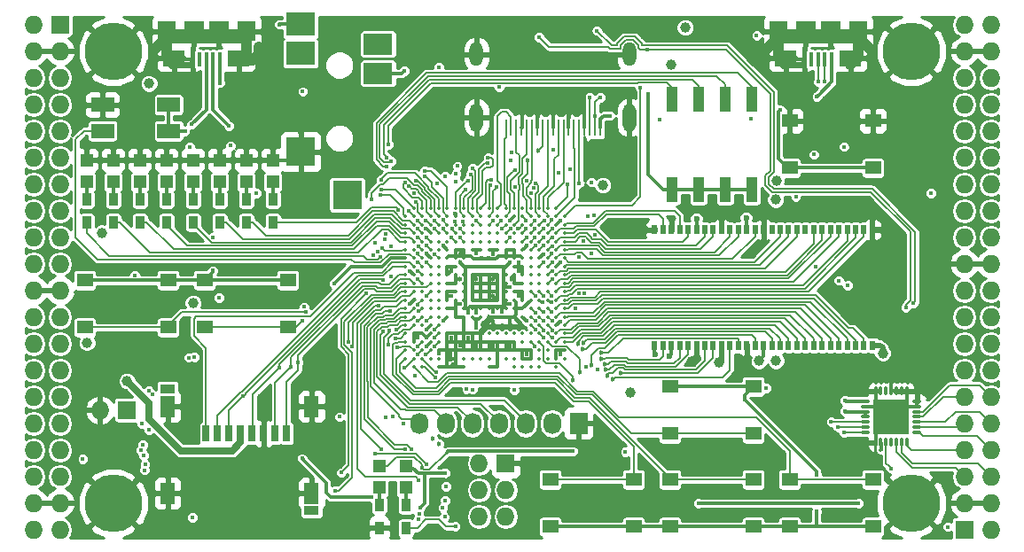
<source format=gtl>
G04 #@! TF.FileFunction,Copper,L1,Top,Signal*
%FSLAX46Y46*%
G04 Gerber Fmt 4.6, Leading zero omitted, Abs format (unit mm)*
G04 Created by KiCad (PCBNEW 4.0.7+dfsg1-1) date Wed Oct 11 19:06:24 2017*
%MOMM*%
%LPD*%
G01*
G04 APERTURE LIST*
%ADD10C,0.100000*%
%ADD11R,1.198880X1.198880*%
%ADD12R,0.560000X0.900000*%
%ADD13R,1.727200X1.727200*%
%ADD14O,1.727200X1.727200*%
%ADD15C,5.500000*%
%ADD16R,2.200000X1.400000*%
%ADD17R,0.900000X1.200000*%
%ADD18R,2.100000X1.600000*%
%ADD19R,1.900000X1.900000*%
%ADD20R,0.400000X1.350000*%
%ADD21R,1.800000X1.900000*%
%ADD22O,0.850000X0.300000*%
%ADD23O,0.300000X0.850000*%
%ADD24R,1.675000X1.675000*%
%ADD25R,1.727200X2.032000*%
%ADD26O,1.727200X2.032000*%
%ADD27R,2.800000X2.200000*%
%ADD28R,2.800000X2.800000*%
%ADD29R,2.800000X2.000000*%
%ADD30O,1.300000X2.700000*%
%ADD31O,1.300000X2.300000*%
%ADD32R,0.250000X1.600000*%
%ADD33R,1.550000X1.300000*%
%ADD34R,1.120000X2.440000*%
%ADD35C,0.350000*%
%ADD36R,0.700000X1.500000*%
%ADD37R,1.450000X0.900000*%
%ADD38R,1.450000X2.000000*%
%ADD39C,0.400000*%
%ADD40C,0.454000*%
%ADD41C,1.000000*%
%ADD42C,0.600000*%
%ADD43C,0.300000*%
%ADD44C,1.000000*%
%ADD45C,0.600000*%
%ADD46C,0.500000*%
%ADD47C,0.190000*%
%ADD48C,0.200000*%
%ADD49C,0.700000*%
%ADD50C,0.254000*%
G04 APERTURE END LIST*
D10*
D11*
X118230000Y-77709020D03*
X118230000Y-75610980D03*
X115690000Y-77709020D03*
X115690000Y-75610980D03*
X113150000Y-77709020D03*
X113150000Y-75610980D03*
X110610000Y-77709020D03*
X110610000Y-75610980D03*
X108070000Y-77709020D03*
X108070000Y-75610980D03*
X105530000Y-77709020D03*
X105530000Y-75610980D03*
X102990000Y-77709020D03*
X102990000Y-75610980D03*
X100450000Y-77709020D03*
X100450000Y-75610980D03*
D12*
X175480000Y-82270000D03*
X154680000Y-93330000D03*
X155480000Y-93330000D03*
X156280000Y-93330000D03*
X157080000Y-93330000D03*
X157880000Y-93330000D03*
X158680000Y-93330000D03*
X159480000Y-93330000D03*
X160280000Y-93330000D03*
X161080000Y-93330000D03*
X161880000Y-93330000D03*
X162680000Y-93330000D03*
X163480000Y-93330000D03*
X164280000Y-93330000D03*
X165080000Y-93330000D03*
X165880000Y-93330000D03*
X166680000Y-93330000D03*
X167480000Y-93330000D03*
X168280000Y-93330000D03*
X169080000Y-93330000D03*
X169880000Y-93330000D03*
X170680000Y-93330000D03*
X171480000Y-93330000D03*
X172280000Y-93330000D03*
X173080000Y-93330000D03*
X173880000Y-93330000D03*
X174680000Y-93330000D03*
X175480000Y-93330000D03*
X174680000Y-82270000D03*
X173880000Y-82270000D03*
X173080000Y-82270000D03*
X172280000Y-82270000D03*
X171480000Y-82270000D03*
X170680000Y-82270000D03*
X169880000Y-82270000D03*
X169080000Y-82270000D03*
X168280000Y-82270000D03*
X167480000Y-82270000D03*
X166680000Y-82270000D03*
X165880000Y-82270000D03*
X165080000Y-82270000D03*
X164280000Y-82270000D03*
X163480000Y-82270000D03*
X162680000Y-82270000D03*
X161880000Y-82270000D03*
X161080000Y-82270000D03*
X160280000Y-82270000D03*
X159480000Y-82270000D03*
X158680000Y-82270000D03*
X157880000Y-82270000D03*
X157080000Y-82270000D03*
X156280000Y-82270000D03*
X155480000Y-82270000D03*
X154680000Y-82270000D03*
D13*
X97910000Y-62690000D03*
D14*
X95370000Y-62690000D03*
X97910000Y-65230000D03*
X95370000Y-65230000D03*
X97910000Y-67770000D03*
X95370000Y-67770000D03*
X97910000Y-70310000D03*
X95370000Y-70310000D03*
X97910000Y-72850000D03*
X95370000Y-72850000D03*
X97910000Y-75390000D03*
X95370000Y-75390000D03*
X97910000Y-77930000D03*
X95370000Y-77930000D03*
X97910000Y-80470000D03*
X95370000Y-80470000D03*
X97910000Y-83010000D03*
X95370000Y-83010000D03*
X97910000Y-85550000D03*
X95370000Y-85550000D03*
X97910000Y-88090000D03*
X95370000Y-88090000D03*
X97910000Y-90630000D03*
X95370000Y-90630000D03*
X97910000Y-93170000D03*
X95370000Y-93170000D03*
X97910000Y-95710000D03*
X95370000Y-95710000D03*
X97910000Y-98250000D03*
X95370000Y-98250000D03*
X97910000Y-100790000D03*
X95370000Y-100790000D03*
X97910000Y-103330000D03*
X95370000Y-103330000D03*
X97910000Y-105870000D03*
X95370000Y-105870000D03*
X97910000Y-108410000D03*
X95370000Y-108410000D03*
X97910000Y-110950000D03*
X95370000Y-110950000D03*
D13*
X184270000Y-110950000D03*
D14*
X186810000Y-110950000D03*
X184270000Y-108410000D03*
X186810000Y-108410000D03*
X184270000Y-105870000D03*
X186810000Y-105870000D03*
X184270000Y-103330000D03*
X186810000Y-103330000D03*
X184270000Y-100790000D03*
X186810000Y-100790000D03*
X184270000Y-98250000D03*
X186810000Y-98250000D03*
X184270000Y-95710000D03*
X186810000Y-95710000D03*
X184270000Y-93170000D03*
X186810000Y-93170000D03*
X184270000Y-90630000D03*
X186810000Y-90630000D03*
X184270000Y-88090000D03*
X186810000Y-88090000D03*
X184270000Y-85550000D03*
X186810000Y-85550000D03*
X184270000Y-83010000D03*
X186810000Y-83010000D03*
X184270000Y-80470000D03*
X186810000Y-80470000D03*
X184270000Y-77930000D03*
X186810000Y-77930000D03*
X184270000Y-75390000D03*
X186810000Y-75390000D03*
X184270000Y-72850000D03*
X186810000Y-72850000D03*
X184270000Y-70310000D03*
X186810000Y-70310000D03*
X184270000Y-67770000D03*
X186810000Y-67770000D03*
X184270000Y-65230000D03*
X186810000Y-65230000D03*
X184270000Y-62690000D03*
X186810000Y-62690000D03*
D15*
X102990000Y-108410000D03*
X179190000Y-108410000D03*
X179190000Y-65230000D03*
X102990000Y-65230000D03*
D16*
X108274000Y-70330000D03*
X101974000Y-70330000D03*
X101974000Y-72830000D03*
X108274000Y-72830000D03*
D13*
X104260000Y-99520000D03*
D14*
X101720000Y-99520000D03*
D11*
X128390000Y-104820980D03*
X128390000Y-106919020D03*
X130930000Y-104820980D03*
X130930000Y-106919020D03*
D17*
X128390000Y-108580000D03*
X128390000Y-110780000D03*
X130930000Y-110780000D03*
X130930000Y-108580000D03*
D18*
X114980000Y-65875000D03*
X108780000Y-65875000D03*
D19*
X113080000Y-63325000D03*
X110680000Y-63325000D03*
D20*
X113180000Y-66000000D03*
X112530000Y-66000000D03*
X111880000Y-66000000D03*
X111230000Y-66000000D03*
X110580000Y-66000000D03*
D21*
X115680000Y-63325000D03*
X108080000Y-63325000D03*
D18*
X173400000Y-65875000D03*
X167200000Y-65875000D03*
D19*
X171500000Y-63325000D03*
X169100000Y-63325000D03*
D20*
X171600000Y-66000000D03*
X170950000Y-66000000D03*
X170300000Y-66000000D03*
X169650000Y-66000000D03*
X169000000Y-66000000D03*
D21*
X174100000Y-63325000D03*
X166500000Y-63325000D03*
D13*
X140455000Y-104600000D03*
D14*
X137915000Y-104600000D03*
X140455000Y-107140000D03*
X137915000Y-107140000D03*
X140455000Y-109680000D03*
X137915000Y-109680000D03*
D17*
X118230000Y-81570000D03*
X118230000Y-79370000D03*
X115690000Y-81570000D03*
X115690000Y-79370000D03*
X113150000Y-81570000D03*
X113150000Y-79370000D03*
X110610000Y-81570000D03*
X110610000Y-79370000D03*
X108070000Y-81570000D03*
X108070000Y-79370000D03*
X105530000Y-81570000D03*
X105530000Y-79370000D03*
X102990000Y-81570000D03*
X102990000Y-79370000D03*
X100450000Y-81570000D03*
X100450000Y-79370000D03*
D22*
X179735000Y-101655000D03*
X179735000Y-101155000D03*
X179735000Y-100655000D03*
X179735000Y-100155000D03*
X179735000Y-99655000D03*
X179735000Y-99155000D03*
X179735000Y-98655000D03*
D23*
X178785000Y-97705000D03*
X178285000Y-97705000D03*
X177785000Y-97705000D03*
X177285000Y-97705000D03*
X176785000Y-97705000D03*
X176285000Y-97705000D03*
X175785000Y-97705000D03*
D22*
X174835000Y-98655000D03*
X174835000Y-99155000D03*
X174835000Y-99655000D03*
X174835000Y-100155000D03*
X174835000Y-100655000D03*
X174835000Y-101155000D03*
X174835000Y-101655000D03*
D23*
X175785000Y-102605000D03*
X176285000Y-102605000D03*
X176785000Y-102605000D03*
X177285000Y-102605000D03*
X177785000Y-102605000D03*
X178285000Y-102605000D03*
X178785000Y-102605000D03*
D24*
X176447500Y-99317500D03*
X176447500Y-100992500D03*
X178122500Y-99317500D03*
X178122500Y-100992500D03*
D25*
X147440000Y-100790000D03*
D26*
X144900000Y-100790000D03*
X142360000Y-100790000D03*
X139820000Y-100790000D03*
X137280000Y-100790000D03*
X134740000Y-100790000D03*
X132200000Y-100790000D03*
D27*
X120880000Y-62640000D03*
X120880000Y-65440000D03*
D28*
X120880000Y-74840000D03*
X125330000Y-78940000D03*
D29*
X128280000Y-67340000D03*
X128280000Y-64540000D03*
D30*
X152280000Y-71550000D03*
X137680000Y-71550000D03*
D31*
X137680000Y-65500000D03*
D32*
X140480000Y-72500000D03*
X140980000Y-72500000D03*
X141480000Y-72500000D03*
X141980000Y-72500000D03*
X142480000Y-72500000D03*
X142980000Y-72500000D03*
X143480000Y-72500000D03*
X143980000Y-72500000D03*
X144480000Y-72500000D03*
X144980000Y-72500000D03*
X145480000Y-72500000D03*
X145980000Y-72500000D03*
X146480000Y-72500000D03*
X146980000Y-72500000D03*
X147480000Y-72500000D03*
X147980000Y-72500000D03*
X148480000Y-72500000D03*
X148980000Y-72500000D03*
X149480000Y-72500000D03*
D31*
X152280000Y-65500000D03*
D33*
X175550000Y-71870000D03*
X175550000Y-76370000D03*
X167590000Y-76370000D03*
X167590000Y-71870000D03*
X100280000Y-91610000D03*
X100280000Y-87110000D03*
X108240000Y-87110000D03*
X108240000Y-91610000D03*
X111710000Y-91610000D03*
X111710000Y-87110000D03*
X119670000Y-87110000D03*
X119670000Y-91610000D03*
X156160000Y-101770000D03*
X156160000Y-97270000D03*
X164120000Y-97270000D03*
X164120000Y-101770000D03*
X164120000Y-106160000D03*
X164120000Y-110660000D03*
X156160000Y-110660000D03*
X156160000Y-106160000D03*
X152690000Y-106160000D03*
X152690000Y-110660000D03*
X144730000Y-110660000D03*
X144730000Y-106160000D03*
X175550000Y-106160000D03*
X175550000Y-110660000D03*
X167590000Y-110660000D03*
X167590000Y-106160000D03*
D34*
X163950000Y-69815000D03*
X156330000Y-78425000D03*
X161410000Y-69815000D03*
X158870000Y-78425000D03*
X158870000Y-69815000D03*
X161410000Y-78425000D03*
X156330000Y-69815000D03*
X163950000Y-78425000D03*
D35*
X131680000Y-80200000D03*
X132480000Y-80200000D03*
X133280000Y-80200000D03*
X134080000Y-80200000D03*
X134880000Y-80200000D03*
X135680000Y-80200000D03*
X136480000Y-80200000D03*
X137280000Y-80200000D03*
X138080000Y-80200000D03*
X138880000Y-80200000D03*
X139680000Y-80200000D03*
X140480000Y-80200000D03*
X141280000Y-80200000D03*
X142080000Y-80200000D03*
X142880000Y-80200000D03*
X143680000Y-80200000D03*
X144480000Y-80200000D03*
X145280000Y-80200000D03*
X130880000Y-81000000D03*
X131680000Y-81000000D03*
X132480000Y-81000000D03*
X133280000Y-81000000D03*
X134080000Y-81000000D03*
X134880000Y-81000000D03*
X135680000Y-81000000D03*
X136480000Y-81000000D03*
X137280000Y-81000000D03*
X138080000Y-81000000D03*
X138880000Y-81000000D03*
X139680000Y-81000000D03*
X140480000Y-81000000D03*
X141280000Y-81000000D03*
X142080000Y-81000000D03*
X142880000Y-81000000D03*
X143680000Y-81000000D03*
X144480000Y-81000000D03*
X145280000Y-81000000D03*
X146080000Y-81000000D03*
X130880000Y-81800000D03*
X131680000Y-81800000D03*
X132480000Y-81800000D03*
X133280000Y-81800000D03*
X134080000Y-81800000D03*
X134880000Y-81800000D03*
X135680000Y-81800000D03*
X136480000Y-81800000D03*
X137280000Y-81800000D03*
X138080000Y-81800000D03*
X138880000Y-81800000D03*
X139680000Y-81800000D03*
X140480000Y-81800000D03*
X141280000Y-81800000D03*
X142080000Y-81800000D03*
X142880000Y-81800000D03*
X143680000Y-81800000D03*
X144480000Y-81800000D03*
X145280000Y-81800000D03*
X146080000Y-81800000D03*
X130880000Y-82600000D03*
X131680000Y-82600000D03*
X132480000Y-82600000D03*
X133280000Y-82600000D03*
X134080000Y-82600000D03*
X134880000Y-82600000D03*
X135680000Y-82600000D03*
X136480000Y-82600000D03*
X137280000Y-82600000D03*
X138080000Y-82600000D03*
X138880000Y-82600000D03*
X139680000Y-82600000D03*
X140480000Y-82600000D03*
X141280000Y-82600000D03*
X142080000Y-82600000D03*
X142880000Y-82600000D03*
X143680000Y-82600000D03*
X144480000Y-82600000D03*
X145280000Y-82600000D03*
X146080000Y-82600000D03*
X130880000Y-83400000D03*
X131680000Y-83400000D03*
X132480000Y-83400000D03*
X133280000Y-83400000D03*
X134080000Y-83400000D03*
X134880000Y-83400000D03*
X135680000Y-83400000D03*
X136480000Y-83400000D03*
X137280000Y-83400000D03*
X138080000Y-83400000D03*
X138880000Y-83400000D03*
X139680000Y-83400000D03*
X140480000Y-83400000D03*
X141280000Y-83400000D03*
X142080000Y-83400000D03*
X142880000Y-83400000D03*
X143680000Y-83400000D03*
X144480000Y-83400000D03*
X145280000Y-83400000D03*
X146080000Y-83400000D03*
X130880000Y-84200000D03*
X131680000Y-84200000D03*
X132480000Y-84200000D03*
X133280000Y-84200000D03*
X134080000Y-84200000D03*
X134880000Y-84200000D03*
X135680000Y-84200000D03*
X136480000Y-84200000D03*
X137280000Y-84200000D03*
X138080000Y-84200000D03*
X138880000Y-84200000D03*
X139680000Y-84200000D03*
X140480000Y-84200000D03*
X141280000Y-84200000D03*
X142080000Y-84200000D03*
X142880000Y-84200000D03*
X143680000Y-84200000D03*
X144480000Y-84200000D03*
X145280000Y-84200000D03*
X146080000Y-84200000D03*
X130880000Y-85000000D03*
X131680000Y-85000000D03*
X132480000Y-85000000D03*
X133280000Y-85000000D03*
X134080000Y-85000000D03*
X134880000Y-85000000D03*
X135680000Y-85000000D03*
X136480000Y-85000000D03*
X137280000Y-85000000D03*
X138080000Y-85000000D03*
X138880000Y-85000000D03*
X139680000Y-85000000D03*
X140480000Y-85000000D03*
X141280000Y-85000000D03*
X142080000Y-85000000D03*
X142880000Y-85000000D03*
X143680000Y-85000000D03*
X144480000Y-85000000D03*
X145280000Y-85000000D03*
X146080000Y-85000000D03*
X130880000Y-85800000D03*
X131680000Y-85800000D03*
X132480000Y-85800000D03*
X133280000Y-85800000D03*
X134080000Y-85800000D03*
X134880000Y-85800000D03*
X135680000Y-85800000D03*
X136480000Y-85800000D03*
X137280000Y-85800000D03*
X138080000Y-85800000D03*
X138880000Y-85800000D03*
X139680000Y-85800000D03*
X140480000Y-85800000D03*
X141280000Y-85800000D03*
X142080000Y-85800000D03*
X142880000Y-85800000D03*
X143680000Y-85800000D03*
X144480000Y-85800000D03*
X145280000Y-85800000D03*
X146080000Y-85800000D03*
X130880000Y-86600000D03*
X131680000Y-86600000D03*
X132480000Y-86600000D03*
X133280000Y-86600000D03*
X134080000Y-86600000D03*
X134880000Y-86600000D03*
X135680000Y-86600000D03*
X136480000Y-86600000D03*
X137280000Y-86600000D03*
X138080000Y-86600000D03*
X138880000Y-86600000D03*
X139680000Y-86600000D03*
X140480000Y-86600000D03*
X141280000Y-86600000D03*
X142080000Y-86600000D03*
X142880000Y-86600000D03*
X143680000Y-86600000D03*
X144480000Y-86600000D03*
X145280000Y-86600000D03*
X146080000Y-86600000D03*
X130880000Y-87400000D03*
X131680000Y-87400000D03*
X132480000Y-87400000D03*
X133280000Y-87400000D03*
X134080000Y-87400000D03*
X134880000Y-87400000D03*
X135680000Y-87400000D03*
X136480000Y-87400000D03*
X137280000Y-87400000D03*
X138080000Y-87400000D03*
X138880000Y-87400000D03*
X139680000Y-87400000D03*
X140480000Y-87400000D03*
X141280000Y-87400000D03*
X142080000Y-87400000D03*
X142880000Y-87400000D03*
X143680000Y-87400000D03*
X144480000Y-87400000D03*
X145280000Y-87400000D03*
X146080000Y-87400000D03*
X130880000Y-88200000D03*
X131680000Y-88200000D03*
X132480000Y-88200000D03*
X133280000Y-88200000D03*
X134080000Y-88200000D03*
X134880000Y-88200000D03*
X135680000Y-88200000D03*
X136480000Y-88200000D03*
X137280000Y-88200000D03*
X138080000Y-88200000D03*
X138880000Y-88200000D03*
X139680000Y-88200000D03*
X140480000Y-88200000D03*
X141280000Y-88200000D03*
X142080000Y-88200000D03*
X142880000Y-88200000D03*
X143680000Y-88200000D03*
X144480000Y-88200000D03*
X145280000Y-88200000D03*
X146080000Y-88200000D03*
X130880000Y-89000000D03*
X131680000Y-89000000D03*
X132480000Y-89000000D03*
X133280000Y-89000000D03*
X134080000Y-89000000D03*
X134880000Y-89000000D03*
X135680000Y-89000000D03*
X136480000Y-89000000D03*
X137280000Y-89000000D03*
X138080000Y-89000000D03*
X138880000Y-89000000D03*
X139680000Y-89000000D03*
X140480000Y-89000000D03*
X141280000Y-89000000D03*
X142080000Y-89000000D03*
X142880000Y-89000000D03*
X143680000Y-89000000D03*
X144480000Y-89000000D03*
X145280000Y-89000000D03*
X146080000Y-89000000D03*
X130880000Y-89800000D03*
X131680000Y-89800000D03*
X132480000Y-89800000D03*
X133280000Y-89800000D03*
X134080000Y-89800000D03*
X134880000Y-89800000D03*
X135680000Y-89800000D03*
X136480000Y-89800000D03*
X137280000Y-89800000D03*
X138080000Y-89800000D03*
X138880000Y-89800000D03*
X139680000Y-89800000D03*
X140480000Y-89800000D03*
X141280000Y-89800000D03*
X142080000Y-89800000D03*
X142880000Y-89800000D03*
X143680000Y-89800000D03*
X144480000Y-89800000D03*
X145280000Y-89800000D03*
X146080000Y-89800000D03*
X130880000Y-90600000D03*
X131680000Y-90600000D03*
X132480000Y-90600000D03*
X133280000Y-90600000D03*
X134080000Y-90600000D03*
X134880000Y-90600000D03*
X135680000Y-90600000D03*
X136480000Y-90600000D03*
X137280000Y-90600000D03*
X138080000Y-90600000D03*
X138880000Y-90600000D03*
X139680000Y-90600000D03*
X140480000Y-90600000D03*
X141280000Y-90600000D03*
X142080000Y-90600000D03*
X142880000Y-90600000D03*
X143680000Y-90600000D03*
X144480000Y-90600000D03*
X145280000Y-90600000D03*
X146080000Y-90600000D03*
X130880000Y-91400000D03*
X131680000Y-91400000D03*
X132480000Y-91400000D03*
X133280000Y-91400000D03*
X134080000Y-91400000D03*
X142880000Y-91400000D03*
X143680000Y-91400000D03*
X144480000Y-91400000D03*
X145280000Y-91400000D03*
X146080000Y-91400000D03*
X130880000Y-92200000D03*
X131680000Y-92200000D03*
X132480000Y-92200000D03*
X133280000Y-92200000D03*
X134080000Y-92200000D03*
X134880000Y-92200000D03*
X135680000Y-92200000D03*
X136480000Y-92200000D03*
X137280000Y-92200000D03*
X138080000Y-92200000D03*
X138880000Y-92200000D03*
X139680000Y-92200000D03*
X140480000Y-92200000D03*
X141280000Y-92200000D03*
X142080000Y-92200000D03*
X142880000Y-92200000D03*
X143680000Y-92200000D03*
X144480000Y-92200000D03*
X145280000Y-92200000D03*
X146080000Y-92200000D03*
X130880000Y-93000000D03*
X131680000Y-93000000D03*
X132480000Y-93000000D03*
X133280000Y-93000000D03*
X134080000Y-93000000D03*
X134880000Y-93000000D03*
X135680000Y-93000000D03*
X136480000Y-93000000D03*
X137280000Y-93000000D03*
X138080000Y-93000000D03*
X138880000Y-93000000D03*
X139680000Y-93000000D03*
X140480000Y-93000000D03*
X141280000Y-93000000D03*
X142080000Y-93000000D03*
X142880000Y-93000000D03*
X143680000Y-93000000D03*
X144480000Y-93000000D03*
X145280000Y-93000000D03*
X146080000Y-93000000D03*
X130880000Y-93800000D03*
X131680000Y-93800000D03*
X132480000Y-93800000D03*
X133280000Y-93800000D03*
X134080000Y-93800000D03*
X134880000Y-93800000D03*
X135680000Y-93800000D03*
X136480000Y-93800000D03*
X137280000Y-93800000D03*
X138080000Y-93800000D03*
X138880000Y-93800000D03*
X139680000Y-93800000D03*
X140480000Y-93800000D03*
X141280000Y-93800000D03*
X142080000Y-93800000D03*
X142880000Y-93800000D03*
X143680000Y-93800000D03*
X144480000Y-93800000D03*
X145280000Y-93800000D03*
X146080000Y-93800000D03*
X130880000Y-94600000D03*
X131680000Y-94600000D03*
X132480000Y-94600000D03*
X133280000Y-94600000D03*
X134080000Y-94600000D03*
X134880000Y-94600000D03*
X135680000Y-94600000D03*
X136480000Y-94600000D03*
X137280000Y-94600000D03*
X138080000Y-94600000D03*
X138880000Y-94600000D03*
X139680000Y-94600000D03*
X140480000Y-94600000D03*
X141280000Y-94600000D03*
X142080000Y-94600000D03*
X142880000Y-94600000D03*
X143680000Y-94600000D03*
X144480000Y-94600000D03*
X145280000Y-94600000D03*
X146080000Y-94600000D03*
X131680000Y-95400000D03*
X132480000Y-95400000D03*
X134080000Y-95400000D03*
X134880000Y-95400000D03*
X135680000Y-95400000D03*
X136480000Y-95400000D03*
X138880000Y-95400000D03*
X139680000Y-95400000D03*
X141280000Y-95400000D03*
X142080000Y-95400000D03*
X142880000Y-95400000D03*
X143680000Y-95400000D03*
X145280000Y-95400000D03*
D36*
X111855000Y-101765000D03*
X112955000Y-101765000D03*
X114055000Y-101765000D03*
X115155000Y-101765000D03*
X116255000Y-101765000D03*
X117355000Y-101765000D03*
X118455000Y-101765000D03*
X119555000Y-101765000D03*
D37*
X108180000Y-97465000D03*
X121930000Y-109115000D03*
D38*
X121930000Y-99165000D03*
X108180000Y-99165000D03*
X108180000Y-107465000D03*
X121930000Y-107465000D03*
D39*
X135172669Y-94689483D03*
X136095958Y-93369652D03*
X135456992Y-95118806D03*
X134113023Y-94099076D03*
D40*
X139264636Y-91615205D03*
D39*
X139575609Y-69792857D03*
D41*
X116880503Y-64802940D03*
X106974809Y-64953974D03*
X175210328Y-64948943D03*
X165417246Y-64954666D03*
D39*
X175495631Y-71457432D03*
X146468970Y-70993942D03*
X144978424Y-71024054D03*
X143480350Y-71016526D03*
X142000564Y-71008511D03*
X147987361Y-71377791D03*
X144102010Y-84600000D03*
X132880424Y-84561218D03*
X135567436Y-80702302D03*
X132810347Y-82177990D03*
X145713035Y-91022010D03*
X145680000Y-94177990D03*
X177285000Y-95710000D03*
D41*
X177229911Y-82281349D03*
D39*
X170046000Y-85804000D03*
D42*
X164741832Y-81130572D03*
D39*
X120770000Y-72215000D03*
D42*
X161067993Y-81216119D03*
D41*
X158233687Y-94852616D03*
X162992748Y-94820185D03*
D42*
X156280000Y-81210838D03*
D39*
X131254529Y-86251357D03*
X140880000Y-81400000D03*
X136085174Y-89394826D03*
X145680000Y-81400000D03*
X150080000Y-81600000D03*
X131280000Y-89400000D03*
X140874194Y-91433353D03*
X145680000Y-85422010D03*
X142480000Y-94200000D03*
X140880000Y-93400000D03*
X139280000Y-93400000D03*
X137680000Y-93400000D03*
X136880000Y-92600000D03*
X135280000Y-92600000D03*
X132880000Y-91800000D03*
X132880000Y-93400000D03*
D40*
X141042859Y-86994997D03*
X139280000Y-87000000D03*
X136110990Y-86995403D03*
X137680000Y-87000000D03*
X136080000Y-84600000D03*
X139280000Y-88600000D03*
D39*
X121003132Y-104131127D03*
X127656639Y-107816792D03*
D41*
X156235582Y-66548363D03*
X166321614Y-77572282D03*
X166248957Y-79408030D03*
X101932065Y-82585048D03*
X106417803Y-68312483D03*
X166280000Y-94800000D03*
D39*
X150457224Y-71377791D03*
X172289562Y-87124051D03*
D41*
X157600000Y-62944000D03*
D39*
X129005202Y-100174798D03*
X137659051Y-91638034D03*
X139820000Y-68665673D03*
X172834633Y-99599920D03*
X172879922Y-98618650D03*
X176305593Y-103279812D03*
X165349214Y-97422919D03*
D41*
X160875897Y-94988750D03*
D39*
X164433885Y-63737451D03*
X148639876Y-77729346D03*
D41*
X149751640Y-78029346D03*
D39*
X134079160Y-66786153D03*
X109828000Y-72830000D03*
X116654336Y-78777990D03*
D41*
X176474303Y-94069095D03*
D39*
X173094000Y-87582000D03*
D41*
X100479904Y-93063904D03*
D42*
X163422030Y-81120665D03*
X154726292Y-94171363D03*
X156077107Y-94380779D03*
X158680000Y-81210838D03*
D39*
X112515000Y-83010000D03*
X181065000Y-78785000D03*
X110529662Y-109760338D03*
X100080000Y-104200000D03*
X113080000Y-88800000D03*
D41*
X164653770Y-94825547D03*
D39*
X135273306Y-88618602D03*
X139272517Y-84611349D03*
X137680556Y-84534085D03*
X141680000Y-86200000D03*
X135280000Y-86200000D03*
X132880000Y-92600000D03*
X132080000Y-92600000D03*
X141680000Y-88600000D03*
X141680000Y-85400000D03*
D41*
X152362985Y-97848768D03*
D39*
X136885174Y-90194826D03*
X140094890Y-90122990D03*
X139280000Y-90122990D03*
X140880000Y-89400000D03*
X137680000Y-90172990D03*
X140880000Y-87800000D03*
X140880000Y-85400000D03*
D40*
X136080000Y-85400000D03*
D39*
X121369010Y-90164222D03*
X130022933Y-91834237D03*
X121036481Y-91008234D03*
X129902064Y-92678248D03*
D41*
X110617371Y-89287199D03*
D39*
X142480000Y-91000000D03*
X142480000Y-83800000D03*
X134480000Y-83800000D03*
X134480000Y-91000000D03*
X105037711Y-86632990D03*
X155149360Y-71764535D03*
X121086654Y-69078528D03*
X170182962Y-69571012D03*
X174110000Y-108410000D03*
X158870000Y-108410000D03*
X137295592Y-97538017D03*
X134750646Y-106810513D03*
X133680000Y-91800000D03*
D40*
X134074414Y-102752225D03*
D39*
X136740903Y-97514503D03*
X134675868Y-108131585D03*
D40*
X133449289Y-102232615D03*
D39*
X133680000Y-92600000D03*
X127951328Y-103666396D03*
X132936956Y-104698915D03*
X134463998Y-108841973D03*
X133685668Y-93402482D03*
X130692380Y-100790000D03*
X131808905Y-96227367D03*
X134636872Y-109719950D03*
X132846234Y-94197073D03*
X118858690Y-62658970D03*
X130761990Y-67119621D03*
X148477832Y-69619684D03*
X149475951Y-69619684D03*
X148991194Y-71377791D03*
X153984196Y-65077116D03*
X153322343Y-68673419D03*
X143650666Y-63862520D03*
X178665908Y-89713903D03*
X149183754Y-63257114D03*
X179375977Y-89317806D03*
X140035989Y-81400000D03*
X115404683Y-98167821D03*
X128776655Y-87110882D03*
X132077895Y-86272150D03*
X118843798Y-95498222D03*
D40*
X119978162Y-95412951D03*
X120634035Y-94977604D03*
D39*
X113212238Y-68244401D03*
X146387166Y-77939336D03*
X147480000Y-77822010D03*
X131453853Y-103260518D03*
X144891634Y-91008466D03*
D40*
X148653935Y-95249010D03*
X149565978Y-94054788D03*
D39*
X144867244Y-90164455D03*
D40*
X150720500Y-96575802D03*
D39*
X144890381Y-83866022D03*
D40*
X151448039Y-95951686D03*
D39*
X144894101Y-83022010D03*
D40*
X150149219Y-96229829D03*
D39*
X144901285Y-86268736D03*
D40*
X150033441Y-95660469D03*
D39*
X144888562Y-86993817D03*
D40*
X149952517Y-95085120D03*
D39*
X144877648Y-88622010D03*
D40*
X149584522Y-94635504D03*
D39*
X144810610Y-89177990D03*
X144895773Y-91874444D03*
D40*
X147777713Y-93691005D03*
X147356233Y-93219138D03*
D39*
X144102010Y-92600000D03*
D40*
X147915304Y-93060979D03*
D39*
X144882352Y-92577990D03*
X130807074Y-95454141D03*
X130141304Y-93529144D03*
X132080000Y-93400000D03*
X129254670Y-93244631D03*
X133852393Y-95875797D03*
X141280000Y-97600000D03*
X133762848Y-96395146D03*
X132080000Y-94200000D03*
X128669601Y-84020243D03*
X105906712Y-103816552D03*
X130839486Y-103260518D03*
X129459184Y-90039192D03*
X132080000Y-89444020D03*
X128602801Y-103260518D03*
X132162861Y-106185868D03*
X128321313Y-89539949D03*
X132880000Y-88600000D03*
X124741825Y-105494691D03*
X127145130Y-88379076D03*
X132080000Y-87000000D03*
X125827283Y-93452662D03*
X124202418Y-107207639D03*
D40*
X142530990Y-75662841D03*
X143525587Y-74749772D03*
D39*
X110313517Y-74380698D03*
X132146108Y-109940263D03*
X114166000Y-74247000D03*
X132189000Y-109415000D03*
X135694981Y-77648547D03*
X135567436Y-81489225D03*
X134702010Y-77200000D03*
X134471354Y-81347908D03*
X132761172Y-77202673D03*
X132737245Y-76676207D03*
X128545566Y-77476577D03*
X127643658Y-79355564D03*
X110718734Y-94451783D03*
X128515897Y-78994176D03*
X110193102Y-94489889D03*
X128569727Y-78469921D03*
X106368514Y-97662752D03*
X131230910Y-78113843D03*
X106741168Y-98035405D03*
X131709326Y-78745875D03*
X132783332Y-81399993D03*
X129016746Y-82660638D03*
X105679715Y-100783924D03*
X132084821Y-83022010D03*
X128948848Y-83183258D03*
X106401171Y-101377901D03*
X132886504Y-83777990D03*
X129513931Y-83860979D03*
X105803161Y-102850427D03*
X132117443Y-83866021D03*
X127966259Y-83527946D03*
X105651866Y-103355255D03*
X132079996Y-84503337D03*
X128256283Y-84387285D03*
X106023598Y-104697574D03*
X133671942Y-84595200D03*
X127824162Y-84688968D03*
X105973679Y-105248709D03*
X132875802Y-85428138D03*
D40*
X146862501Y-96617499D03*
X147534467Y-95913260D03*
D39*
X148102806Y-95339021D03*
X143280000Y-91000000D03*
X149207706Y-95605291D03*
X144082424Y-90132858D03*
X143989948Y-89177990D03*
X147125926Y-89802879D03*
X143281824Y-90201951D03*
X144102010Y-85397219D03*
X147422472Y-84858593D03*
X144886544Y-85385186D03*
X144102010Y-83000000D03*
X148975652Y-82755341D03*
X144885092Y-82177990D03*
X147470668Y-88324835D03*
X144082832Y-88584510D03*
X147997681Y-88324844D03*
X143278026Y-88595030D03*
X144102010Y-82185600D03*
X148935852Y-80899014D03*
X148337768Y-80975785D03*
X144866392Y-81333979D03*
X139280000Y-81400000D03*
X139585116Y-78205862D03*
X138968064Y-78040948D03*
X139049357Y-77520244D03*
X138775679Y-75942989D03*
X138779198Y-75400762D03*
X137680000Y-81400000D03*
X137308732Y-76415018D03*
X137106948Y-76979922D03*
X136856003Y-77562978D03*
X136634118Y-78451672D03*
X135830698Y-76200613D03*
X136411444Y-81497309D03*
X148668800Y-84550385D03*
X144877691Y-84532933D03*
X144102010Y-83800000D03*
X147894174Y-83335809D03*
X142852716Y-78759927D03*
X142473549Y-82998913D03*
X143105106Y-78295223D03*
X142396423Y-82191394D03*
X145494012Y-76834828D03*
X144146021Y-81374784D03*
X143331797Y-77819457D03*
X146627648Y-76461302D03*
X143257990Y-82207154D03*
X143257990Y-81379632D03*
X141380161Y-78226966D03*
X145017056Y-74655847D03*
X141657990Y-82130345D03*
X142413979Y-81382236D03*
X140080000Y-82200000D03*
X141342967Y-76554996D03*
X141046643Y-74873804D03*
X140864029Y-83041403D03*
X140980062Y-75681941D03*
X140924011Y-82179283D03*
X129542604Y-86703515D03*
X132880000Y-83022010D03*
X132080000Y-82177990D03*
X132080000Y-81400000D03*
X131847310Y-79589886D03*
X130856828Y-77742623D03*
X131923295Y-77584853D03*
X133654358Y-82177990D03*
X133627343Y-81396408D03*
X129336756Y-91938993D03*
X132880000Y-91000000D03*
X128770628Y-92009836D03*
X132077648Y-90977990D03*
X130196821Y-80377733D03*
X131180000Y-80500000D03*
X128489708Y-84867377D03*
X132079620Y-85428138D03*
X163908850Y-71651861D03*
X134501414Y-82177578D03*
X133922194Y-77854836D03*
X135656559Y-110610712D03*
X132448438Y-104994496D03*
X146844288Y-103452739D03*
X134707351Y-105508447D03*
X132280000Y-108800000D03*
D41*
X104309083Y-96731596D03*
D39*
X112515000Y-86185000D03*
X163277422Y-98501717D03*
X170126036Y-109212466D03*
X170157734Y-105666345D03*
X169895346Y-75092988D03*
X143257990Y-83000000D03*
X168166438Y-79108038D03*
X151896383Y-103510715D03*
X114039000Y-72342000D03*
X110483000Y-72215000D03*
X177274002Y-105079115D03*
X143258015Y-93423150D03*
X172761273Y-101651681D03*
X143280000Y-91800000D03*
X172193360Y-101105663D03*
X144064831Y-91877646D03*
X171540304Y-100645743D03*
X144080000Y-91000000D03*
X154044000Y-69294000D03*
X129061632Y-76229575D03*
X135280000Y-83022010D03*
X129493343Y-75737814D03*
X136080000Y-83000000D03*
X129122249Y-75363607D03*
X135345425Y-82176814D03*
X135725421Y-76909376D03*
X129252218Y-74142461D03*
X136080000Y-82200000D03*
X172746637Y-74347988D03*
X143280000Y-83800000D03*
X142480000Y-77600000D03*
X170300000Y-68151000D03*
X170950000Y-68125562D03*
X125480000Y-93000000D03*
X121206217Y-89662983D03*
X132156079Y-90030946D03*
X182654362Y-110665838D03*
X124080000Y-87400000D03*
X124080000Y-87400000D03*
X166678914Y-70803555D03*
X129660000Y-100155000D03*
X124580000Y-100155000D03*
D43*
X135172669Y-94406641D02*
X135172669Y-94689483D01*
X135172669Y-93907331D02*
X135172669Y-94406641D01*
X136095958Y-93086810D02*
X136095958Y-93369652D01*
X135280000Y-93800000D02*
X135172669Y-93907331D01*
X136080000Y-93000000D02*
X136095958Y-93015958D01*
X135256993Y-95376993D02*
X135256993Y-95318805D01*
X136095958Y-93015958D02*
X136095958Y-93086810D01*
X135280000Y-95400000D02*
X135256993Y-95376993D01*
X135256993Y-95318805D02*
X135456992Y-95118806D01*
X134080000Y-93800000D02*
X134080000Y-94066053D01*
X134080000Y-94066053D02*
X134113023Y-94099076D01*
X139264636Y-91294179D02*
X139264636Y-91615205D01*
X139264636Y-90984636D02*
X139264636Y-91294179D01*
X138880000Y-90600000D02*
X139264636Y-90984636D01*
X139858451Y-69792857D02*
X139575609Y-69792857D01*
X140192348Y-69792857D02*
X139858451Y-69792857D01*
X140785205Y-69200000D02*
X140192348Y-69792857D01*
X141880000Y-69200000D02*
X140785205Y-69200000D01*
D44*
X116880503Y-65510046D02*
X116880503Y-64802940D01*
X116265561Y-66124988D02*
X116880503Y-65510046D01*
X115680000Y-65910000D02*
X115894988Y-66124988D01*
X115680000Y-63960000D02*
X115680000Y-65910000D01*
X115894988Y-66124988D02*
X116265561Y-66124988D01*
X107474808Y-64453975D02*
X106974809Y-64953974D01*
X107968783Y-63960000D02*
X107474808Y-64453975D01*
X108080000Y-63960000D02*
X107968783Y-63960000D01*
X174710329Y-64448944D02*
X175210328Y-64948943D01*
X174100000Y-63960000D02*
X174221385Y-63960000D01*
X174221385Y-63960000D02*
X174710329Y-64448944D01*
X165917245Y-64454667D02*
X165417246Y-64954666D01*
X166411912Y-63960000D02*
X165917245Y-64454667D01*
X166500000Y-63960000D02*
X166411912Y-63960000D01*
D43*
X175495631Y-71740274D02*
X175495631Y-71457432D01*
X175495631Y-72230631D02*
X175495631Y-71740274D01*
X175535000Y-72270000D02*
X175495631Y-72230631D01*
X143480000Y-72500000D02*
X143480000Y-71016876D01*
X143480000Y-71016876D02*
X143480350Y-71016526D01*
X144980000Y-72500000D02*
X144980000Y-71025630D01*
X144980000Y-71025630D02*
X144978424Y-71024054D01*
X146480000Y-72500000D02*
X146480000Y-71004972D01*
X146480000Y-71004972D02*
X146468970Y-70993942D01*
X147980000Y-72500000D02*
X147980000Y-71385152D01*
X147980000Y-71385152D02*
X147987361Y-71377791D01*
X146468970Y-70711100D02*
X146468970Y-70993942D01*
X146468970Y-69211030D02*
X146468970Y-70711100D01*
X146480000Y-69200000D02*
X146468970Y-69211030D01*
X144978424Y-70741212D02*
X144978424Y-71024054D01*
X144978424Y-69201576D02*
X144978424Y-70741212D01*
X144980000Y-69200000D02*
X144978424Y-69201576D01*
X143480350Y-70733684D02*
X143480350Y-71016526D01*
X143480350Y-69200350D02*
X143480350Y-70733684D01*
X143480000Y-69200000D02*
X143480350Y-69200350D01*
X142000564Y-71008511D02*
X142000564Y-72479436D01*
X142000564Y-72479436D02*
X141980000Y-72500000D01*
X142000564Y-70725669D02*
X142000564Y-71008511D01*
X142000564Y-69320564D02*
X142000564Y-70725669D01*
X141880000Y-69200000D02*
X142000564Y-69320564D01*
X146480000Y-69200000D02*
X147780000Y-69200000D01*
X147780000Y-69200000D02*
X147940542Y-69360542D01*
X147987361Y-71094949D02*
X147987361Y-71377791D01*
X147940542Y-71048130D02*
X147987361Y-71094949D01*
X147940542Y-69360542D02*
X147940542Y-71048130D01*
D45*
X108780000Y-66510000D02*
X110455000Y-66510000D01*
D43*
X110455000Y-66510000D02*
X110580000Y-66635000D01*
D44*
X108080000Y-63960000D02*
X108080000Y-65810000D01*
X108080000Y-65810000D02*
X108780000Y-66510000D01*
X115680000Y-63960000D02*
X115680000Y-65810000D01*
D43*
X115680000Y-65810000D02*
X114980000Y-66510000D01*
D44*
X113080000Y-63960000D02*
X115680000Y-63960000D01*
X110680000Y-63960000D02*
X113080000Y-63960000D01*
X108080000Y-63960000D02*
X110680000Y-63960000D01*
D45*
X167200000Y-66510000D02*
X168875000Y-66510000D01*
D43*
X168875000Y-66510000D02*
X169000000Y-66635000D01*
D44*
X174100000Y-63960000D02*
X174100000Y-65810000D01*
X174100000Y-65810000D02*
X173400000Y-66510000D01*
X166500000Y-63960000D02*
X166500000Y-65810000D01*
X166500000Y-65810000D02*
X167200000Y-66510000D01*
X171500000Y-63960000D02*
X174100000Y-63960000D01*
X169100000Y-63960000D02*
X171500000Y-63960000D01*
X166500000Y-63960000D02*
X169100000Y-63960000D01*
D43*
X143680000Y-85000000D02*
X144080000Y-84600000D01*
X144080000Y-84600000D02*
X144102010Y-84600000D01*
X132880424Y-84600424D02*
X132880424Y-84561218D01*
X133280000Y-85000000D02*
X132880424Y-84600424D01*
X135680000Y-80752513D02*
X135629789Y-80702302D01*
X135629789Y-80702302D02*
X135567436Y-80702302D01*
X135680000Y-81000000D02*
X135680000Y-80752513D01*
X132857990Y-82177990D02*
X132810347Y-82177990D01*
X133280000Y-82600000D02*
X132857990Y-82177990D01*
X145657990Y-91022010D02*
X145713035Y-91022010D01*
X145280000Y-91400000D02*
X145657990Y-91022010D01*
X145680000Y-93800000D02*
X145680000Y-94177990D01*
X178785000Y-97705000D02*
X178785000Y-98655000D01*
X178785000Y-98655000D02*
X178122500Y-99317500D01*
X176285000Y-97705000D02*
X175785000Y-97705000D01*
X175785000Y-102605000D02*
X175785000Y-101655000D01*
X175785000Y-101655000D02*
X176447500Y-100992500D01*
X178122500Y-99317500D02*
X178122500Y-100992500D01*
X176447500Y-99317500D02*
X178122500Y-99317500D01*
X176447500Y-100992500D02*
X178122500Y-100992500D01*
X177285000Y-97705000D02*
X177285000Y-95710000D01*
X178122500Y-99317500D02*
X178285000Y-99155000D01*
X178285000Y-99155000D02*
X179735000Y-99155000D01*
X179735000Y-98655000D02*
X179735000Y-99155000D01*
X177785000Y-97705000D02*
X177920000Y-97705000D01*
X177920000Y-97705000D02*
X178285000Y-97705000D01*
X178285000Y-97705000D02*
X178785000Y-97705000D01*
X177285000Y-97705000D02*
X177785000Y-97705000D01*
X175785000Y-97705000D02*
X175785000Y-98655000D01*
X175785000Y-98655000D02*
X176447500Y-99317500D01*
X174835000Y-99155000D02*
X176285000Y-99155000D01*
X176285000Y-99155000D02*
X176447500Y-99317500D01*
X177241260Y-82270000D02*
X177229911Y-82281349D01*
X164941831Y-81330571D02*
X164741832Y-81130572D01*
X165080000Y-81468740D02*
X164941831Y-81330571D01*
X165080000Y-82270000D02*
X165080000Y-81468740D01*
X120770000Y-73030000D02*
X120770000Y-72215000D01*
X120880000Y-74840000D02*
X120880000Y-73140000D01*
X120880000Y-73140000D02*
X120770000Y-73030000D01*
X118230000Y-75610980D02*
X120109020Y-75610980D01*
X120109020Y-75610980D02*
X120880000Y-74840000D01*
X142280000Y-69200000D02*
X141880000Y-69200000D01*
X161080000Y-81228126D02*
X161067993Y-81216119D01*
X161080000Y-82270000D02*
X161080000Y-81228126D01*
D46*
X175480000Y-82270000D02*
X177241260Y-82270000D01*
D43*
X158680000Y-94406303D02*
X158433686Y-94652617D01*
X158433686Y-94652617D02*
X158233687Y-94852616D01*
X158680000Y-93330000D02*
X158680000Y-94406303D01*
X163192747Y-94620186D02*
X162992748Y-94820185D01*
X163480000Y-94332933D02*
X163192747Y-94620186D01*
X163480000Y-93330000D02*
X163480000Y-94332933D01*
X156280000Y-82270000D02*
X156280000Y-81210838D01*
X131331357Y-86251357D02*
X131254529Y-86251357D01*
X131680000Y-86600000D02*
X131331357Y-86251357D01*
X141280000Y-81000000D02*
X140880000Y-81400000D01*
X135685174Y-89394826D02*
X135802332Y-89394826D01*
X135680000Y-89400000D02*
X135685174Y-89394826D01*
X135802332Y-89394826D02*
X136085174Y-89394826D01*
X135054999Y-84825001D02*
X137080000Y-84825001D01*
X137280000Y-85000000D02*
X137105001Y-84825001D01*
X137105001Y-84825001D02*
X137080000Y-84825001D01*
X138280000Y-85088351D02*
X137368351Y-85088351D01*
X137368351Y-85088351D02*
X137280000Y-85000000D01*
X139680000Y-86600000D02*
X139280000Y-87000000D01*
X139680000Y-88200000D02*
X139680000Y-89000000D01*
X139680000Y-87400000D02*
X139680000Y-88200000D01*
X139680000Y-86600000D02*
X139680000Y-87400000D01*
X137280000Y-88200000D02*
X137280000Y-89000000D01*
X137280000Y-87400000D02*
X137280000Y-88200000D01*
X137280000Y-86600000D02*
X137280000Y-87400000D01*
X138880000Y-87400000D02*
X138880000Y-88200000D01*
X138880000Y-86600000D02*
X138880000Y-87400000D01*
X138080000Y-87400000D02*
X138080000Y-86600000D01*
X138080000Y-88200000D02*
X138080000Y-87400000D01*
X138080000Y-89000000D02*
X138080000Y-88200000D01*
X138080000Y-88200000D02*
X138880000Y-88200000D01*
X138080000Y-87400000D02*
X138880000Y-87400000D01*
X137280000Y-87400000D02*
X138080000Y-87400000D01*
X145454999Y-81625001D02*
X145680000Y-81400000D01*
X145280000Y-81800000D02*
X145454999Y-81625001D01*
X153430000Y-81600000D02*
X150080000Y-81600000D01*
X154680000Y-82270000D02*
X154100000Y-82270000D01*
X154100000Y-82270000D02*
X153430000Y-81600000D01*
X141480000Y-89800000D02*
X141480000Y-89200000D01*
X141480000Y-89200000D02*
X141280000Y-89000000D01*
X141280000Y-89800000D02*
X141480000Y-89800000D01*
X141480000Y-89800000D02*
X142080000Y-89800000D01*
X141454999Y-90425001D02*
X141454999Y-89825001D01*
X141454999Y-89825001D02*
X141480000Y-89800000D01*
X131680000Y-89000000D02*
X131280000Y-89400000D01*
X140874194Y-90605806D02*
X140874194Y-91150511D01*
X140880000Y-90600000D02*
X140874194Y-90605806D01*
X140874194Y-91150511D02*
X140874194Y-91433353D01*
X140480000Y-90600000D02*
X140880000Y-90600000D01*
X140880000Y-90600000D02*
X141280000Y-90600000D01*
X139680000Y-90600000D02*
X140480000Y-90600000D01*
X138880000Y-90600000D02*
X139680000Y-90600000D01*
X145280000Y-85800000D02*
X145657990Y-85422010D01*
X145657990Y-85422010D02*
X145680000Y-85422010D01*
X141280000Y-85000000D02*
X141280000Y-84800000D01*
X141280000Y-84200000D02*
X141280000Y-85000000D01*
X140480000Y-84200000D02*
X141280000Y-84200000D01*
X141280000Y-84800000D02*
X141280000Y-84200000D01*
X141905001Y-84825001D02*
X141305001Y-84825001D01*
X141305001Y-84825001D02*
X141280000Y-84800000D01*
X140480000Y-85000000D02*
X140480000Y-84200000D01*
X139680000Y-85000000D02*
X139680000Y-84898347D01*
X139680000Y-84898347D02*
X139753346Y-84825001D01*
X138280000Y-85088351D02*
X138680000Y-85088351D01*
X138280000Y-85088351D02*
X139489996Y-85088351D01*
X138080000Y-85000000D02*
X138191649Y-85000000D01*
X138191649Y-85000000D02*
X138280000Y-85088351D01*
X138880000Y-85000000D02*
X138768351Y-85000000D01*
X138768351Y-85000000D02*
X138680000Y-85088351D01*
X135680000Y-84200000D02*
X135680000Y-84800000D01*
X135680000Y-84800000D02*
X135680000Y-85000000D01*
X135054999Y-84825001D02*
X135654999Y-84825001D01*
X135654999Y-84825001D02*
X135680000Y-84800000D01*
X136480000Y-85000000D02*
X136480000Y-84200000D01*
X134880000Y-85000000D02*
X135054999Y-84825001D01*
X138880000Y-87400000D02*
X139680000Y-87400000D01*
X138880000Y-88200000D02*
X138880000Y-89000000D01*
X138880000Y-88200000D02*
X139680000Y-88200000D01*
X137280000Y-88200000D02*
X138080000Y-88200000D01*
X141280000Y-90600000D02*
X141454999Y-90425001D01*
X142280000Y-69200000D02*
X143480000Y-69200000D01*
X143480000Y-69200000D02*
X144980000Y-69200000D01*
X144980000Y-69200000D02*
X146480000Y-69200000D01*
D46*
X115690000Y-75610980D02*
X118230000Y-75610980D01*
X113150000Y-75610980D02*
X115690000Y-75610980D01*
X110610000Y-75610980D02*
X113150000Y-75610980D01*
X108070000Y-75610980D02*
X110610000Y-75610980D01*
X105530000Y-75610980D02*
X108070000Y-75610980D01*
X102990000Y-75610980D02*
X105530000Y-75610980D01*
X100450000Y-75610980D02*
X102990000Y-75610980D01*
D43*
X142080000Y-89800000D02*
X142880000Y-89000000D01*
X145680000Y-93800000D02*
X145280000Y-93800000D01*
X146080000Y-93800000D02*
X145680000Y-93800000D01*
X135680000Y-89400000D02*
X135680000Y-89800000D01*
X135680000Y-89000000D02*
X135680000Y-89400000D01*
X135280000Y-95400000D02*
X135680000Y-95400000D01*
X134880000Y-95400000D02*
X135280000Y-95400000D01*
X135280000Y-93800000D02*
X135680000Y-93800000D01*
X134880000Y-93800000D02*
X135280000Y-93800000D01*
X142480000Y-93800000D02*
X142080000Y-93800000D01*
X142880000Y-93800000D02*
X142480000Y-93800000D01*
X142480000Y-93800000D02*
X142480000Y-94200000D01*
X140880000Y-93000000D02*
X141280000Y-93000000D01*
X140480000Y-93000000D02*
X140880000Y-93000000D01*
X140880000Y-93000000D02*
X140880000Y-93400000D01*
X139280000Y-93000000D02*
X138880000Y-93000000D01*
X139680000Y-93000000D02*
X139280000Y-93000000D01*
X139280000Y-93000000D02*
X139280000Y-93400000D01*
X137680000Y-93000000D02*
X137280000Y-93000000D01*
X137680000Y-93000000D02*
X137680000Y-93400000D01*
X138080000Y-93000000D02*
X137680000Y-93000000D01*
X136080000Y-93000000D02*
X135680000Y-93000000D01*
X136480000Y-93000000D02*
X136080000Y-93000000D01*
X136880000Y-93000000D02*
X136480000Y-93000000D01*
X137280000Y-93000000D02*
X136880000Y-93000000D01*
X136880000Y-93000000D02*
X136880000Y-92600000D01*
X135280000Y-93000000D02*
X135680000Y-93000000D01*
X134880000Y-93000000D02*
X135280000Y-93000000D01*
X135280000Y-93000000D02*
X135280000Y-92600000D01*
X133280000Y-91400000D02*
X132880000Y-91800000D01*
X133280000Y-93000000D02*
X132880000Y-93400000D01*
X139753346Y-84825001D02*
X141905001Y-84825001D01*
X139489996Y-85088351D02*
X139753346Y-84825001D01*
X141905001Y-84825001D02*
X142080000Y-85000000D01*
X141042859Y-86837141D02*
X141042859Y-86994997D01*
X141280000Y-86600000D02*
X141042859Y-86837141D01*
X135684597Y-86995403D02*
X135789964Y-86995403D01*
X135680000Y-87000000D02*
X135684597Y-86995403D01*
X135789964Y-86995403D02*
X136110990Y-86995403D01*
X135680000Y-87000000D02*
X135680000Y-86600000D01*
X135680000Y-87400000D02*
X135680000Y-87000000D01*
X138880000Y-90600000D02*
X138880000Y-91091880D01*
X138880000Y-91091880D02*
X138080000Y-91891880D01*
X138080000Y-91891880D02*
X138080000Y-92200000D01*
X136480000Y-90600000D02*
X136480000Y-92200000D01*
X139680000Y-89000000D02*
X139280000Y-88600000D01*
X137280000Y-86600000D02*
X137680000Y-87000000D01*
X136480000Y-84200000D02*
X136080000Y-84600000D01*
X141280000Y-86600000D02*
X141280000Y-87400000D01*
X142080000Y-87400000D02*
X141280000Y-87400000D01*
X135680000Y-84200000D02*
X136480000Y-84200000D01*
X134880000Y-87400000D02*
X135680000Y-87400000D01*
X138880000Y-86600000D02*
X139680000Y-86600000D01*
X138080000Y-86600000D02*
X138880000Y-86600000D01*
X137280000Y-86600000D02*
X138080000Y-86600000D01*
X138880000Y-89000000D02*
X139680000Y-89000000D01*
X138080000Y-89000000D02*
X138880000Y-89000000D01*
X137280000Y-89000000D02*
X138080000Y-89000000D01*
X135680000Y-89800000D02*
X134880000Y-89800000D01*
X135680000Y-90600000D02*
X135680000Y-89800000D01*
X135680000Y-90600000D02*
X136480000Y-90600000D01*
X140480000Y-93000000D02*
X139680000Y-93000000D01*
X139680000Y-93800000D02*
X140480000Y-93800000D01*
X139680000Y-93800000D02*
X139680000Y-94600000D01*
X139680000Y-95400000D02*
X139680000Y-94600000D01*
X138880000Y-95400000D02*
X139680000Y-95400000D01*
X135680000Y-95400000D02*
X136480000Y-95400000D01*
X135680000Y-95400000D02*
X135680000Y-94600000D01*
X134880000Y-95400000D02*
X134080000Y-95400000D01*
X134880000Y-94600000D02*
X134880000Y-95400000D01*
X134080000Y-93800000D02*
X134880000Y-93800000D01*
X134880000Y-94600000D02*
X134880000Y-93800000D01*
X135680000Y-94600000D02*
X134880000Y-94600000D01*
X135680000Y-93800000D02*
X135680000Y-94600000D01*
X134880000Y-93000000D02*
X134880000Y-93800000D01*
X134880000Y-92200000D02*
X134880000Y-93000000D01*
X135680000Y-92200000D02*
X134880000Y-92200000D01*
X135680000Y-93800000D02*
X136480000Y-93800000D01*
X135680000Y-93000000D02*
X135680000Y-93800000D01*
X135680000Y-92200000D02*
X135680000Y-93000000D01*
X135680000Y-92200000D02*
X136480000Y-92200000D01*
X136480000Y-92200000D02*
X137280000Y-92200000D01*
X137280000Y-93800000D02*
X137280000Y-93000000D01*
X136480000Y-93800000D02*
X137280000Y-93800000D01*
X136480000Y-93000000D02*
X136480000Y-93800000D01*
X136480000Y-92200000D02*
X136480000Y-93000000D01*
X137280000Y-92200000D02*
X138080000Y-92200000D01*
X137280000Y-93800000D02*
X138080000Y-93800000D01*
X137280000Y-92200000D02*
X137280000Y-93000000D01*
X138080000Y-92200000D02*
X138080000Y-93000000D01*
X138080000Y-93000000D02*
X138880000Y-93000000D01*
X138080000Y-93800000D02*
X138080000Y-93000000D01*
X138880000Y-93800000D02*
X138080000Y-93800000D01*
X138880000Y-93000000D02*
X138880000Y-93800000D01*
X139680000Y-93800000D02*
X139680000Y-93000000D01*
X138880000Y-93800000D02*
X139680000Y-93800000D01*
X140480000Y-93000000D02*
X140480000Y-93800000D01*
X141280000Y-93000000D02*
X141280000Y-93800000D01*
X141280000Y-93800000D02*
X142080000Y-93800000D01*
X140480000Y-93800000D02*
X141280000Y-93800000D01*
X142080000Y-94600000D02*
X142880000Y-94600000D01*
X142080000Y-93800000D02*
X142080000Y-94600000D01*
X142880000Y-94600000D02*
X142880000Y-93800000D01*
X145280000Y-93800000D02*
X145280000Y-94600000D01*
X127656639Y-107816792D02*
X123745091Y-107816792D01*
X123745091Y-107816792D02*
X123322573Y-107394274D01*
X123322573Y-107394274D02*
X123322573Y-106450568D01*
X123322573Y-106450568D02*
X121203131Y-104331126D01*
X121203131Y-104331126D02*
X121003132Y-104131127D01*
X149480000Y-71700000D02*
X149802209Y-71377791D01*
X149802209Y-71377791D02*
X150457224Y-71377791D01*
X149480000Y-72500000D02*
X149480000Y-71700000D01*
X186810000Y-62877865D02*
X186810000Y-62690000D01*
X137659051Y-91355192D02*
X137659051Y-91638034D01*
X137659051Y-90820949D02*
X137659051Y-91355192D01*
X137680000Y-90800000D02*
X137659051Y-90820949D01*
X172889713Y-99655000D02*
X172834633Y-99599920D01*
X174835000Y-99655000D02*
X172889713Y-99655000D01*
X172916272Y-98655000D02*
X172879922Y-98618650D01*
X174835000Y-98655000D02*
X172916272Y-98655000D01*
X176305593Y-102996970D02*
X176305593Y-103279812D01*
X176285000Y-102605000D02*
X176305593Y-102625593D01*
X176285000Y-103300405D02*
X176305593Y-103279812D01*
X176285000Y-103330000D02*
X176285000Y-103300405D01*
X176305593Y-102625593D02*
X176305593Y-102996970D01*
X176280000Y-103335000D02*
X176285000Y-103330000D01*
D46*
X161080000Y-94784647D02*
X160875897Y-94988750D01*
X161080000Y-93330000D02*
X161080000Y-94784647D01*
D43*
X108274000Y-72830000D02*
X109828000Y-72830000D01*
X108274000Y-70330000D02*
X108274000Y-72830000D01*
X174835000Y-99655000D02*
X174835000Y-100155000D01*
D46*
X176260000Y-93330000D02*
X176474303Y-93544303D01*
X176474303Y-93544303D02*
X176474303Y-94069095D01*
X175480000Y-93330000D02*
X176260000Y-93330000D01*
D43*
X163480000Y-81178635D02*
X163422030Y-81120665D01*
X163480000Y-82270000D02*
X163480000Y-81178635D01*
X154680000Y-93330000D02*
X154680000Y-94125071D01*
X154680000Y-94125071D02*
X154726292Y-94171363D01*
X156280000Y-94177886D02*
X156077107Y-94380779D01*
X156280000Y-93330000D02*
X156280000Y-94177886D01*
X158680000Y-82270000D02*
X158680000Y-81210838D01*
X134880000Y-86600000D02*
X135280000Y-86200000D01*
X135280000Y-85800000D02*
X135280000Y-86200000D01*
X134880000Y-85800000D02*
X134880000Y-86600000D01*
X164853769Y-94625548D02*
X164653770Y-94825547D01*
X165080000Y-94399317D02*
X164853769Y-94625548D01*
X165080000Y-93330000D02*
X165080000Y-94399317D01*
X137680000Y-90800000D02*
X137880000Y-90800000D01*
X137480000Y-90800000D02*
X137680000Y-90800000D01*
X137880000Y-90800000D02*
X138080000Y-90600000D01*
X137280000Y-90600000D02*
X137480000Y-90800000D01*
X132880000Y-92600000D02*
X133280000Y-92200000D01*
X132480000Y-92200000D02*
X132880000Y-92600000D01*
X134990464Y-88618602D02*
X135273306Y-88618602D01*
X134898602Y-88618602D02*
X134990464Y-88618602D01*
X134880000Y-88600000D02*
X134898602Y-88618602D01*
X139272517Y-84328507D02*
X139272517Y-84611349D01*
X139272517Y-84207483D02*
X139272517Y-84328507D01*
X139280000Y-84200000D02*
X139272517Y-84207483D01*
X137680556Y-84200556D02*
X137680556Y-84251243D01*
X137680000Y-84200000D02*
X137680556Y-84200556D01*
X137680556Y-84251243D02*
X137680556Y-84534085D01*
X142080000Y-88600000D02*
X142080000Y-89000000D01*
X142080000Y-88200000D02*
X142080000Y-88600000D01*
X141680000Y-85800000D02*
X141680000Y-86200000D01*
X135280000Y-85800000D02*
X135680000Y-85800000D01*
X134880000Y-85800000D02*
X135280000Y-85800000D01*
X132080000Y-92200000D02*
X132480000Y-92200000D01*
X131680000Y-92200000D02*
X132080000Y-92200000D01*
X132080000Y-92200000D02*
X132080000Y-92600000D01*
X131680000Y-93000000D02*
X131680000Y-92200000D01*
X134880000Y-88600000D02*
X134880000Y-89000000D01*
X134880000Y-88200000D02*
X134880000Y-88600000D01*
X141680000Y-88200000D02*
X142080000Y-88200000D01*
X141280000Y-88200000D02*
X141680000Y-88200000D01*
X141680000Y-88200000D02*
X141680000Y-88600000D01*
X141680000Y-85800000D02*
X142080000Y-85800000D01*
X141280000Y-85800000D02*
X141680000Y-85800000D01*
X141680000Y-85800000D02*
X141680000Y-85400000D01*
X139280000Y-84200000D02*
X139680000Y-84200000D01*
X138880000Y-84200000D02*
X139280000Y-84200000D01*
X137680000Y-84200000D02*
X138080000Y-84200000D01*
X137280000Y-84200000D02*
X137680000Y-84200000D01*
X142080000Y-85800000D02*
X142080000Y-86600000D01*
X134880000Y-88200000D02*
X135680000Y-88200000D01*
X136654999Y-86800000D02*
X136654999Y-87200000D01*
X136654999Y-86600000D02*
X136654999Y-86800000D01*
X136654999Y-86800000D02*
X136654999Y-86774999D01*
X136654999Y-86774999D02*
X136480000Y-86600000D01*
X136654999Y-87200000D02*
X136654999Y-88200000D01*
X136480000Y-87400000D02*
X136654999Y-87225001D01*
X136654999Y-87225001D02*
X136654999Y-87200000D01*
X136885174Y-89911984D02*
X136885174Y-90194826D01*
X136880000Y-89800000D02*
X136885174Y-89805174D01*
X136885174Y-89805174D02*
X136885174Y-89911984D01*
X138080000Y-89625001D02*
X138880000Y-89625001D01*
X138880000Y-89625001D02*
X139280000Y-89625001D01*
X138880000Y-89800000D02*
X138880000Y-89625001D01*
X138080000Y-89800000D02*
X138080000Y-89625001D01*
X137054999Y-89625001D02*
X137280000Y-89625001D01*
X137280000Y-89625001D02*
X137680000Y-89625001D01*
X137280000Y-89800000D02*
X137280000Y-89625001D01*
X137680000Y-89625001D02*
X138080000Y-89625001D01*
X136480000Y-89000000D02*
X136654999Y-89000000D01*
X136654999Y-88200000D02*
X136654999Y-89000000D01*
X136480000Y-88200000D02*
X136654999Y-88200000D01*
X140094890Y-89840148D02*
X140094890Y-90122990D01*
X140094890Y-89639891D02*
X140094890Y-89840148D01*
X140080000Y-89625001D02*
X140094890Y-89639891D01*
X139280000Y-89625001D02*
X139280000Y-90122990D01*
X139280000Y-89625001D02*
X139680000Y-89625001D01*
X139680000Y-89625001D02*
X140080000Y-89625001D01*
X140080000Y-89625001D02*
X140305001Y-89625001D01*
X139680000Y-89800000D02*
X139680000Y-89625001D01*
X140305001Y-89400000D02*
X140305001Y-89000000D01*
X140305001Y-89000000D02*
X140305001Y-88200000D01*
X140480000Y-89000000D02*
X140305001Y-89000000D01*
X140305001Y-88200000D02*
X140305001Y-87800000D01*
X140480000Y-88200000D02*
X140305001Y-88200000D01*
X140305001Y-87800000D02*
X140305001Y-87400000D01*
X140305001Y-87400000D02*
X140305001Y-86600000D01*
X140480000Y-87400000D02*
X140305001Y-87400000D01*
X140305001Y-86600000D02*
X140305001Y-85974999D01*
X140480000Y-86600000D02*
X140305001Y-86600000D01*
X140480000Y-85800000D02*
X139480000Y-85800000D01*
X139480000Y-85800000D02*
X138680000Y-85800000D01*
X139680000Y-85800000D02*
X139480000Y-85800000D01*
X138680000Y-85800000D02*
X137880000Y-85800000D01*
X138880000Y-85800000D02*
X138680000Y-85800000D01*
X137880000Y-85800000D02*
X137080000Y-85800000D01*
X138080000Y-85800000D02*
X137880000Y-85800000D01*
X137080000Y-85800000D02*
X136480000Y-85800000D01*
X137280000Y-85800000D02*
X137080000Y-85800000D01*
X136654999Y-85974999D02*
X136654999Y-86600000D01*
X136654999Y-89000000D02*
X136654999Y-89625001D01*
X140305001Y-89400000D02*
X140880000Y-89400000D01*
X137680000Y-89625001D02*
X137680000Y-90172990D01*
X136880000Y-89800000D02*
X137054999Y-89625001D01*
X140305001Y-89625001D02*
X140480000Y-89800000D01*
X140305001Y-87800000D02*
X140880000Y-87800000D01*
X140305001Y-89625001D02*
X140305001Y-89400000D01*
X140480000Y-85800000D02*
X140880000Y-85400000D01*
X136480000Y-89800000D02*
X136880000Y-89800000D01*
X136480000Y-85800000D02*
X136080000Y-85400000D01*
X140305001Y-85974999D02*
X140480000Y-85800000D01*
X136480000Y-85800000D02*
X136654999Y-85974999D01*
X136654999Y-89625001D02*
X136480000Y-89800000D01*
D47*
X147062304Y-98358968D02*
X146876603Y-98173267D01*
X135080094Y-96599106D02*
X133960188Y-97719012D01*
X131724127Y-97719012D02*
X130041550Y-96036435D01*
X130041550Y-96036435D02*
X130041550Y-94638450D01*
X130705001Y-93974999D02*
X130880000Y-93800000D01*
X133960188Y-97719012D02*
X131724127Y-97719012D01*
X146876603Y-98173267D02*
X145302445Y-96599106D01*
X145302445Y-96599106D02*
X135080094Y-96599106D01*
X148488969Y-98358968D02*
X147062304Y-98358968D01*
X156690000Y-106560000D02*
X148488969Y-98358968D01*
X130041550Y-94638450D02*
X130705001Y-93974999D01*
X156160000Y-106160000D02*
X164120000Y-106160000D01*
X108450000Y-91210000D02*
X109495778Y-90164222D01*
X121086168Y-90164222D02*
X121369010Y-90164222D01*
X109495778Y-90164222D02*
X121086168Y-90164222D01*
X108240000Y-91610000D02*
X100280000Y-91610000D01*
X130525433Y-91400000D02*
X130091196Y-91834237D01*
X130091196Y-91834237D02*
X130022933Y-91834237D01*
X130880000Y-91400000D02*
X130525433Y-91400000D01*
X119670000Y-91610000D02*
X120434715Y-91610000D01*
X120434715Y-91610000D02*
X121036481Y-91008234D01*
X119670000Y-91610000D02*
X111710000Y-91610000D01*
X119425148Y-91210000D02*
X119484873Y-91269725D01*
X130401752Y-92678248D02*
X130184906Y-92678248D01*
X130880000Y-92200000D02*
X130401752Y-92678248D01*
X130184906Y-92678248D02*
X129902064Y-92678248D01*
X152690000Y-105320000D02*
X152690000Y-106160000D01*
X129702002Y-93226237D02*
X129702002Y-96145208D01*
X152690000Y-103008320D02*
X152690000Y-105320000D01*
X145453236Y-97198218D02*
X146930994Y-98675979D01*
X134091498Y-98036023D02*
X135211404Y-96916117D01*
X135211404Y-96916117D02*
X145171135Y-96916117D01*
X131592817Y-98036023D02*
X134091498Y-98036023D01*
X145171135Y-96916117D02*
X145453236Y-97198218D01*
X129816881Y-93111358D02*
X129702002Y-93226237D01*
X130193100Y-93000000D02*
X130081742Y-93111358D01*
X130880000Y-93000000D02*
X130193100Y-93000000D01*
X146930994Y-98675979D02*
X148357659Y-98675979D01*
X148357659Y-98675979D02*
X152690000Y-103008320D01*
X129702002Y-96145208D02*
X131592817Y-98036023D01*
X130081742Y-93111358D02*
X129816881Y-93111358D01*
X144730000Y-106160000D02*
X152690000Y-106160000D01*
X133097148Y-96817148D02*
X131854999Y-95574999D01*
X133965410Y-96817148D02*
X133097148Y-96817148D01*
X134817474Y-95965084D02*
X133965410Y-96817148D01*
X147324924Y-97724946D02*
X145565065Y-95965084D01*
X148824076Y-97724946D02*
X147324924Y-97724946D01*
X151274968Y-100175838D02*
X148824076Y-97724946D01*
X164359767Y-100175838D02*
X151274968Y-100175838D01*
X167590000Y-103406071D02*
X164359767Y-100175838D01*
X167590000Y-106160000D02*
X167590000Y-103406071D01*
X131854999Y-95574999D02*
X131680000Y-95400000D01*
X145565065Y-95965084D02*
X134817474Y-95965084D01*
X167590000Y-106160000D02*
X175550000Y-106160000D01*
X156160000Y-101770000D02*
X152420809Y-101770000D01*
X131855437Y-97402001D02*
X130358561Y-95905125D01*
X130705001Y-94774999D02*
X130880000Y-94600000D01*
X130358561Y-95121439D02*
X130705001Y-94774999D01*
X130358561Y-95905125D02*
X130358561Y-95121439D01*
X134948784Y-96282095D02*
X133828878Y-97402001D01*
X147193614Y-98041957D02*
X147007913Y-97856256D01*
X147007913Y-97856256D02*
X145433755Y-96282095D01*
X145433755Y-96282095D02*
X134948784Y-96282095D01*
X148692766Y-98041957D02*
X147193614Y-98041957D01*
X133828878Y-97402001D02*
X131855437Y-97402001D01*
X152420809Y-101770000D02*
X148692766Y-98041957D01*
X164120000Y-101770000D02*
X156160000Y-101770000D01*
D43*
X142080000Y-90600000D02*
X142480000Y-91000000D01*
X142254999Y-84025001D02*
X142480000Y-83800000D01*
X142080000Y-84200000D02*
X142254999Y-84025001D01*
X134880000Y-84200000D02*
X134480000Y-83800000D01*
X134880000Y-90600000D02*
X134480000Y-91000000D01*
X171600000Y-66635000D02*
X171600000Y-68153974D01*
X170382961Y-69371013D02*
X170182962Y-69571012D01*
X171600000Y-68153974D02*
X170382961Y-69371013D01*
X158870000Y-108410000D02*
X174110000Y-108410000D01*
D47*
X134080000Y-91400000D02*
X133680000Y-91800000D01*
X134080000Y-92200000D02*
X133680000Y-92600000D01*
X128234170Y-103666396D02*
X127951328Y-103666396D01*
X128250302Y-103682528D02*
X128234170Y-103666396D01*
X132936956Y-104698915D02*
X131920569Y-103682528D01*
X131920569Y-103682528D02*
X128250302Y-103682528D01*
X133685668Y-93394332D02*
X133685668Y-93402482D01*
X134080000Y-93000000D02*
X133685668Y-93394332D01*
X133280000Y-93800000D02*
X132882927Y-94197073D01*
X132882927Y-94197073D02*
X132846234Y-94197073D01*
D43*
X120880000Y-62640000D02*
X118877660Y-62640000D01*
X118877660Y-62640000D02*
X118858690Y-62658970D01*
X130561991Y-67319620D02*
X130761990Y-67119621D01*
X130541611Y-67340000D02*
X130561991Y-67319620D01*
X128280000Y-67340000D02*
X130541611Y-67340000D01*
D47*
X148480000Y-72500000D02*
X148480000Y-69621852D01*
X148480000Y-69621852D02*
X148477832Y-69619684D01*
X149275952Y-69819683D02*
X149475951Y-69619684D01*
X148991194Y-71377791D02*
X148991194Y-70104441D01*
X148991194Y-70104441D02*
X149275952Y-69819683D01*
X148980000Y-72500000D02*
X148980000Y-71388985D01*
X148980000Y-71388985D02*
X148991194Y-71377791D01*
X165282602Y-78050153D02*
X165282602Y-77094411D01*
X153325968Y-65077116D02*
X153984196Y-65077116D01*
X153152010Y-64638802D02*
X153152010Y-64903158D01*
X179110133Y-88986836D02*
X179110133Y-82466041D01*
X179110133Y-82466041D02*
X175330120Y-78686028D01*
X165748975Y-69285251D02*
X161540840Y-65077116D01*
X153152010Y-64903158D02*
X153325968Y-65077116D01*
X150450436Y-64972117D02*
X151407990Y-64972117D01*
X150289532Y-64811213D02*
X150450436Y-64972117D01*
X165748975Y-76628038D02*
X165748975Y-69285251D01*
X161540840Y-65077116D02*
X154267038Y-65077116D01*
X175330120Y-78686028D02*
X165918477Y-78686028D01*
X152641198Y-64127990D02*
X153152010Y-64638802D01*
X154267038Y-65077116D02*
X153984196Y-65077116D01*
X151407990Y-64638802D02*
X151918802Y-64127990D01*
X143650666Y-63862520D02*
X144599359Y-64811213D01*
X151407990Y-64972117D02*
X151407990Y-64638802D01*
X165282602Y-77094411D02*
X165748975Y-76628038D01*
X144599359Y-64811213D02*
X150289532Y-64811213D01*
X178665908Y-89713903D02*
X178665908Y-89431061D01*
X151918802Y-64127990D02*
X152641198Y-64127990D01*
X165918477Y-78686028D02*
X165282602Y-78050153D01*
X178665908Y-89431061D02*
X179110133Y-88986836D01*
X147118000Y-79962000D02*
X152520000Y-79962000D01*
X146080000Y-81000000D02*
X147118000Y-79962000D01*
X152520000Y-79962000D02*
X153322343Y-79159657D01*
X153322343Y-68956261D02*
X153322343Y-68673419D01*
X153322343Y-79159657D02*
X153322343Y-68956261D01*
X153469021Y-64507492D02*
X153469021Y-64655106D01*
X151090979Y-64507492D02*
X151787492Y-63810979D01*
X151090979Y-64655106D02*
X151090979Y-64507492D01*
X150581746Y-64655106D02*
X151090979Y-64655106D01*
X165599613Y-77918843D02*
X166049787Y-78369017D01*
X179575976Y-89117807D02*
X179375977Y-89317806D01*
X153469021Y-64655106D02*
X161567151Y-64655106D01*
X149183754Y-63257114D02*
X150581746Y-64655106D01*
X151787492Y-63810979D02*
X152772508Y-63810979D01*
X166065986Y-69153941D02*
X166065986Y-76759348D01*
X152772508Y-63810979D02*
X153469021Y-64507492D01*
X161567151Y-64655106D02*
X166065986Y-69153941D01*
X166065986Y-76759348D02*
X165599613Y-77225721D01*
X165599613Y-77225721D02*
X165599613Y-77918843D01*
X166049787Y-78369017D02*
X175461430Y-78369017D01*
X175461430Y-78369017D02*
X179575976Y-82483563D01*
X179575976Y-82483563D02*
X179575976Y-89117807D01*
X139680000Y-81800000D02*
X140035989Y-81444011D01*
X140035989Y-81444011D02*
X140035989Y-81400000D01*
X115604682Y-97940787D02*
X115604682Y-97967822D01*
X128776655Y-87110882D02*
X128671806Y-87006033D01*
X126539436Y-87006033D02*
X115604682Y-97940787D01*
X115604682Y-97967822D02*
X115404683Y-98167821D01*
X114055000Y-101765000D02*
X114055000Y-99517504D01*
X115204684Y-98367820D02*
X115404683Y-98167821D01*
X128671806Y-87006033D02*
X126539436Y-87006033D01*
X114055000Y-99517504D02*
X115204684Y-98367820D01*
X132152150Y-86272150D02*
X132077895Y-86272150D01*
X132480000Y-86600000D02*
X132152150Y-86272150D01*
X116325000Y-101295000D02*
X116325000Y-98017020D01*
X116325000Y-98017020D02*
X118843798Y-95498222D01*
X116255000Y-101765000D02*
X116255000Y-101365000D01*
X116255000Y-101365000D02*
X116325000Y-101295000D01*
X126670745Y-87323044D02*
X118843798Y-95149991D01*
X118843798Y-95215380D02*
X118843798Y-95498222D01*
X118843798Y-95149991D02*
X118843798Y-95215380D01*
X128345953Y-87323044D02*
X126670745Y-87323044D01*
X130880000Y-86600000D02*
X130258328Y-86600000D01*
X128555793Y-87532884D02*
X128345953Y-87323044D01*
X130258328Y-86600000D02*
X129325444Y-87532884D01*
X129325444Y-87532884D02*
X128555793Y-87532884D01*
X118455000Y-101765000D02*
X118455000Y-96936113D01*
X118455000Y-96936113D02*
X119978162Y-95412951D01*
X131680000Y-87400000D02*
X131280000Y-87000000D01*
X131280000Y-87000000D02*
X130338304Y-87000000D01*
X119978162Y-95091925D02*
X119978162Y-95412951D01*
X119978162Y-94463947D02*
X119978162Y-95091925D01*
X130338304Y-87000000D02*
X129488409Y-87849895D01*
X126802054Y-87640055D02*
X119978162Y-94463947D01*
X128272516Y-87849895D02*
X128062676Y-87640055D01*
X129488409Y-87849895D02*
X128272516Y-87849895D01*
X128062676Y-87640055D02*
X126802054Y-87640055D01*
X119555000Y-101765000D02*
X119555000Y-96794459D01*
X120634035Y-95298630D02*
X120634035Y-94977604D01*
X119555000Y-96794459D02*
X120634035Y-95715424D01*
X120634035Y-95715424D02*
X120634035Y-95298630D01*
X126933363Y-87957066D02*
X120634035Y-94256394D01*
X120634035Y-94256394D02*
X120634035Y-94656578D01*
X120634035Y-94656578D02*
X120634035Y-94977604D01*
X128141206Y-88166906D02*
X127931366Y-87957066D01*
X129619719Y-88166906D02*
X128141206Y-88166906D01*
X130880000Y-87400000D02*
X130434324Y-87400000D01*
X130315084Y-87471540D02*
X129619719Y-88166906D01*
X127931366Y-87957066D02*
X126933363Y-87957066D01*
X130434324Y-87400000D02*
X130315084Y-87471540D01*
D43*
X113180000Y-68212163D02*
X113212238Y-68244401D01*
X113180000Y-66635000D02*
X113180000Y-68212163D01*
D47*
X147480000Y-72500000D02*
X147480000Y-77822010D01*
X146387166Y-78222178D02*
X146387166Y-77939336D01*
X146387166Y-79092834D02*
X146387166Y-78222178D01*
X145280000Y-80200000D02*
X146387166Y-79092834D01*
X147480000Y-77539168D02*
X147480000Y-77822010D01*
X131031852Y-102838517D02*
X131253854Y-103060519D01*
X131253854Y-103060519D02*
X131453853Y-103260518D01*
X127272943Y-100233059D02*
X129878401Y-102838517D01*
X129878401Y-102838517D02*
X131031852Y-102838517D01*
X127247614Y-96706165D02*
X127272943Y-96731494D01*
X127272943Y-96731494D02*
X127272943Y-100233059D01*
X127247614Y-91591075D02*
X127247614Y-96706165D01*
X128242716Y-90595973D02*
X127247614Y-91591075D01*
X128786495Y-90595973D02*
X128242716Y-90595973D01*
X128921274Y-90461194D02*
X128786495Y-90595973D01*
X130322940Y-89800000D02*
X129661746Y-90461194D01*
X129661746Y-90461194D02*
X128921274Y-90461194D01*
X130880000Y-89800000D02*
X130322940Y-89800000D01*
X146441738Y-86000768D02*
X165221281Y-86000768D01*
X168280000Y-82942049D02*
X168280000Y-82910000D01*
X168280000Y-82910000D02*
X168280000Y-82270000D01*
X165221281Y-86000768D02*
X168280000Y-82942049D01*
X146245505Y-86197001D02*
X146441738Y-86000768D01*
X145280000Y-86600000D02*
X145682999Y-86197001D01*
X145682999Y-86197001D02*
X146245505Y-86197001D01*
X172280000Y-82910000D02*
X172280000Y-82270000D01*
X145680000Y-87800000D02*
X146225446Y-87800000D01*
X167921188Y-87268812D02*
X172280000Y-82910000D01*
X146992034Y-87268812D02*
X167921188Y-87268812D01*
X146500286Y-87760560D02*
X146992034Y-87268812D01*
X146264886Y-87760560D02*
X146500286Y-87760560D01*
X146225446Y-87800000D02*
X146264886Y-87760560D01*
X145280000Y-88200000D02*
X145680000Y-87800000D01*
X155480000Y-82270000D02*
X155480000Y-81200000D01*
X155080000Y-80800000D02*
X150080000Y-80800000D01*
X147186067Y-81955651D02*
X146938720Y-82202999D01*
X155480000Y-81200000D02*
X155080000Y-80800000D01*
X150080000Y-80800000D02*
X148924349Y-81955651D01*
X148924349Y-81955651D02*
X147186067Y-81955651D01*
X146938720Y-82202999D02*
X145677001Y-82202999D01*
X145677001Y-82202999D02*
X145280000Y-82600000D01*
X170680000Y-92690000D02*
X170680000Y-93330000D01*
X147348179Y-91188397D02*
X149223760Y-91188397D01*
X145680000Y-91800000D02*
X146736576Y-91800000D01*
X145280000Y-92200000D02*
X145680000Y-91800000D01*
X146736576Y-91800000D02*
X147348179Y-91188397D01*
X168111911Y-90121911D02*
X170680000Y-92690000D01*
X150290246Y-90121911D02*
X168111911Y-90121911D01*
X149223760Y-91188397D02*
X150290246Y-90121911D01*
X164280000Y-92690000D02*
X163930988Y-92340988D01*
X149350456Y-93605786D02*
X148653935Y-94302307D01*
X163930988Y-92340988D02*
X151209416Y-92340988D01*
X148653935Y-94302307D02*
X148653935Y-94927984D01*
X149944618Y-93605786D02*
X149350456Y-93605786D01*
X164280000Y-93330000D02*
X164280000Y-92690000D01*
X148653935Y-94927984D02*
X148653935Y-95249010D01*
X151209416Y-92340988D02*
X149944618Y-93605786D01*
X144888466Y-91008466D02*
X144891634Y-91008466D01*
X144480000Y-90600000D02*
X144888466Y-91008466D01*
X147123344Y-87585823D02*
X168888739Y-87585823D01*
X146631596Y-88077571D02*
X147123344Y-87585823D01*
X146396196Y-88077571D02*
X146631596Y-88077571D01*
X173080000Y-82910000D02*
X173080000Y-82270000D01*
X146273767Y-88200000D02*
X146396196Y-88077571D01*
X146080000Y-88200000D02*
X146273767Y-88200000D01*
X173080000Y-83394562D02*
X173080000Y-82910000D01*
X168888739Y-87585823D02*
X173080000Y-83394562D01*
X146196243Y-85683757D02*
X164752418Y-85683757D01*
X167480000Y-82956175D02*
X167480000Y-82910000D01*
X164752418Y-85683757D02*
X167480000Y-82956175D01*
X167480000Y-82910000D02*
X167480000Y-82270000D01*
X146080000Y-85800000D02*
X146196243Y-85683757D01*
X149089786Y-82272662D02*
X150281803Y-83464680D01*
X157325320Y-83464680D02*
X157880000Y-82910000D01*
X157880000Y-82910000D02*
X157880000Y-82270000D01*
X150281803Y-83464680D02*
X157325320Y-83464680D01*
X146990039Y-82600000D02*
X147317378Y-82272662D01*
X146080000Y-82600000D02*
X146990039Y-82600000D01*
X147317378Y-82272662D02*
X149089786Y-82272662D01*
X169880000Y-92690000D02*
X169880000Y-93330000D01*
X150421556Y-90438922D02*
X167628922Y-90438922D01*
X167628922Y-90438922D02*
X169880000Y-92690000D01*
X146080000Y-92200000D02*
X146784897Y-92200000D01*
X149355070Y-91505408D02*
X150421556Y-90438922D01*
X146784897Y-92200000D02*
X147479489Y-91505408D01*
X147479489Y-91505408D02*
X149355070Y-91505408D01*
X162680000Y-93330000D02*
X162680000Y-92690000D01*
X149887004Y-94054788D02*
X149565978Y-94054788D01*
X150262536Y-94054788D02*
X149887004Y-94054788D01*
X151659325Y-92657999D02*
X150262536Y-94054788D01*
X162680000Y-92690000D02*
X162647999Y-92657999D01*
X162647999Y-92657999D02*
X151659325Y-92657999D01*
X144480000Y-89800000D02*
X144844455Y-90164455D01*
X144844455Y-90164455D02*
X144867244Y-90164455D01*
X173880000Y-83042883D02*
X173880000Y-82910000D01*
X169020049Y-87902834D02*
X173880000Y-83042883D01*
X145280000Y-89000000D02*
X145680000Y-88600000D01*
X147254654Y-87902834D02*
X169020049Y-87902834D01*
X173880000Y-82910000D02*
X173880000Y-82270000D01*
X146527506Y-88394582D02*
X146762906Y-88394582D01*
X146762906Y-88394582D02*
X147254654Y-87902834D01*
X146322088Y-88600000D02*
X146527506Y-88394582D01*
X145680000Y-88600000D02*
X146322088Y-88600000D01*
X146080000Y-81800000D02*
X146254999Y-81625001D01*
X146254999Y-81625001D02*
X148806678Y-81625001D01*
X148806678Y-81625001D02*
X149961679Y-80470000D01*
X149961679Y-80470000D02*
X156591710Y-80470000D01*
X156591710Y-80470000D02*
X157080000Y-80958290D01*
X157080000Y-80958290D02*
X157080000Y-81630000D01*
X157080000Y-81630000D02*
X157080000Y-82270000D01*
X157080000Y-82270000D02*
X157080000Y-82599602D01*
X169880000Y-82910000D02*
X169880000Y-82270000D01*
X146598104Y-86317779D02*
X167201352Y-86317779D01*
X169880000Y-83639131D02*
X169880000Y-82910000D01*
X167201352Y-86317779D02*
X169880000Y-83639131D01*
X146080000Y-86600000D02*
X146315883Y-86600000D01*
X146315883Y-86600000D02*
X146598104Y-86317779D01*
X148773091Y-83177342D02*
X149546144Y-83177342D01*
X150150493Y-83781691D02*
X158608309Y-83781691D01*
X158608309Y-83781691D02*
X159480000Y-82910000D01*
X149546144Y-83177342D02*
X150150493Y-83781691D01*
X148553651Y-82923035D02*
X148553651Y-82957902D01*
X159480000Y-82910000D02*
X159480000Y-82270000D01*
X148220289Y-82589673D02*
X148553651Y-82923035D01*
X145280000Y-83400000D02*
X145682999Y-82997001D01*
X147448687Y-82589673D02*
X148220289Y-82589673D01*
X147041359Y-82997001D02*
X147448687Y-82589673D01*
X145682999Y-82997001D02*
X147041359Y-82997001D01*
X148553651Y-82957902D02*
X148773091Y-83177342D01*
X161155905Y-96400696D02*
X161880000Y-95676601D01*
X157115298Y-96400696D02*
X161155905Y-96400696D01*
X155204702Y-96400696D02*
X155207399Y-96397999D01*
X161880000Y-95676601D02*
X161880000Y-93330000D01*
X150720500Y-96575802D02*
X150895606Y-96400696D01*
X150895606Y-96400696D02*
X155204702Y-96400696D01*
X155207399Y-96397999D02*
X157112601Y-96397999D01*
X157112601Y-96397999D02*
X157115298Y-96400696D01*
D48*
X144480000Y-84200000D02*
X144813978Y-83866022D01*
X144813978Y-83866022D02*
X144890381Y-83866022D01*
D47*
X169417298Y-88219845D02*
X174680000Y-82957143D01*
X174680000Y-82910000D02*
X174680000Y-82270000D01*
X148975386Y-88746846D02*
X149502386Y-88219845D01*
X174680000Y-82957143D02*
X174680000Y-82910000D01*
X146370410Y-89000000D02*
X146623564Y-88746845D01*
X146623564Y-88746845D02*
X148975386Y-88746846D01*
X146080000Y-89000000D02*
X146370410Y-89000000D01*
X149502386Y-88219845D02*
X169417298Y-88219845D01*
X149092450Y-90871386D02*
X150158936Y-89804900D01*
X171480000Y-92690000D02*
X171480000Y-93330000D01*
X146080000Y-91400000D02*
X146608614Y-90871386D01*
X168594900Y-89804900D02*
X171480000Y-92690000D01*
X150158936Y-89804900D02*
X168594900Y-89804900D01*
X146608614Y-90871386D02*
X149092450Y-90871386D01*
X150019183Y-84098702D02*
X159091298Y-84098702D01*
X148088979Y-82906684D02*
X148236640Y-83054345D01*
X147579997Y-82906684D02*
X148088979Y-82906684D01*
X160280000Y-82910000D02*
X160280000Y-82270000D01*
X148236640Y-83054345D02*
X148236640Y-83089212D01*
X146080000Y-83400000D02*
X147086681Y-83400000D01*
X149414834Y-83494353D02*
X150019183Y-84098702D01*
X148236640Y-83089212D02*
X148641781Y-83494353D01*
X159091298Y-84098702D02*
X160280000Y-82910000D01*
X147086681Y-83400000D02*
X147579997Y-82906684D01*
X148641781Y-83494353D02*
X149414834Y-83494353D01*
X149633696Y-88536856D02*
X170035667Y-88536856D01*
X174680000Y-92690000D02*
X174680000Y-93330000D01*
X173664011Y-91674011D02*
X174680000Y-92690000D01*
X146754874Y-89063856D02*
X149106697Y-89063856D01*
X146418730Y-89400000D02*
X146754874Y-89063856D01*
X173172822Y-91674011D02*
X173664011Y-91674011D01*
X145280000Y-89800000D02*
X145680000Y-89400000D01*
X145680000Y-89400000D02*
X146418730Y-89400000D01*
X170035667Y-88536856D02*
X173172822Y-91674011D01*
X149106697Y-89063856D02*
X149633696Y-88536856D01*
X158781610Y-95993382D02*
X151489735Y-95993382D01*
X160280000Y-93330000D02*
X160280000Y-94494992D01*
X160280000Y-94494992D02*
X158781610Y-95993382D01*
X151489735Y-95993382D02*
X151448039Y-95951686D01*
D48*
X144480000Y-83400000D02*
X144857990Y-83022010D01*
X144857990Y-83022010D02*
X144894101Y-83022010D01*
D47*
X148501668Y-83802561D02*
X145677439Y-83802561D01*
X148510471Y-83811364D02*
X148501668Y-83802561D01*
X160374287Y-84415713D02*
X149887873Y-84415713D01*
X145454999Y-84025001D02*
X145280000Y-84200000D01*
X149283527Y-83811364D02*
X148510471Y-83811364D01*
X149702172Y-84230012D02*
X149283527Y-83811364D01*
X149887873Y-84415713D02*
X149702172Y-84230012D01*
X145677439Y-83802561D02*
X145454999Y-84025001D01*
X161880000Y-82910000D02*
X160374287Y-84415713D01*
X161880000Y-82270000D02*
X161880000Y-82910000D01*
X162680000Y-82910000D02*
X162680000Y-82270000D01*
X148379161Y-84128375D02*
X149152218Y-84128375D01*
X148370358Y-84119572D02*
X148379161Y-84128375D01*
X149756563Y-84732724D02*
X160857276Y-84732724D01*
X146407915Y-84119572D02*
X148370358Y-84119572D01*
X146327487Y-84200000D02*
X146407915Y-84119572D01*
X160857276Y-84732724D02*
X162680000Y-82910000D01*
X146080000Y-84200000D02*
X146327487Y-84200000D01*
X149152218Y-84128375D02*
X149756563Y-84732724D01*
X170680000Y-83287452D02*
X170680000Y-82910000D01*
X167332662Y-86634790D02*
X170680000Y-83287452D01*
X145680000Y-87000000D02*
X146364204Y-87000000D01*
X146729414Y-86634790D02*
X167332662Y-86634790D01*
X146364204Y-87000000D02*
X146729414Y-86634790D01*
X145280000Y-87400000D02*
X145680000Y-87000000D01*
X170680000Y-82910000D02*
X170680000Y-82270000D01*
X151828192Y-95667315D02*
X151663561Y-95502684D01*
X158639317Y-95667315D02*
X151828192Y-95667315D01*
X151160375Y-95502684D02*
X150660229Y-96002830D01*
X151663561Y-95502684D02*
X151160375Y-95502684D01*
X159480000Y-94826632D02*
X158639317Y-95667315D01*
X159480000Y-93330000D02*
X159480000Y-94826632D01*
X150660229Y-96002830D02*
X150376218Y-96002830D01*
X150376218Y-96002830D02*
X150149219Y-96229829D01*
X144811264Y-86268736D02*
X144901285Y-86268736D01*
X144480000Y-86600000D02*
X144811264Y-86268736D01*
X147727616Y-84436583D02*
X148340768Y-85049735D01*
X164280000Y-82910000D02*
X164280000Y-82270000D01*
X148340768Y-85049735D02*
X162140265Y-85049735D01*
X147070550Y-84597001D02*
X147230968Y-84436583D01*
X145682999Y-84597001D02*
X147070550Y-84597001D01*
X145280000Y-85000000D02*
X145682999Y-84597001D01*
X162140265Y-85049735D02*
X164280000Y-82910000D01*
X147230968Y-84436583D02*
X147727616Y-84436583D01*
X171480000Y-82910000D02*
X171480000Y-82270000D01*
X171480000Y-82940475D02*
X171480000Y-82910000D01*
X146860724Y-86951801D02*
X167468674Y-86951801D01*
X146080000Y-87400000D02*
X146412525Y-87400000D01*
X146412525Y-87400000D02*
X146860724Y-86951801D01*
X167468674Y-86951801D02*
X171480000Y-82940475D01*
X173880000Y-92829510D02*
X173880000Y-93330000D01*
X169904357Y-88853867D02*
X173880000Y-92829510D01*
X149765006Y-88853867D02*
X169904357Y-88853867D01*
X146467051Y-89800000D02*
X146886184Y-89380867D01*
X146886184Y-89380867D02*
X149238007Y-89380867D01*
X146080000Y-89800000D02*
X146467051Y-89800000D01*
X149238007Y-89380867D02*
X149765006Y-88853867D01*
X145280000Y-90600000D02*
X145678604Y-90201396D01*
X149896316Y-89170878D02*
X169596075Y-89170878D01*
X145678604Y-90201396D02*
X146899881Y-90201396D01*
X169596075Y-89170878D02*
X173080000Y-92654803D01*
X146923365Y-90224880D02*
X148842314Y-90224880D01*
X148842314Y-90224880D02*
X149896316Y-89170878D01*
X146899881Y-90201396D02*
X146923365Y-90224880D01*
X173080000Y-92654803D02*
X173080000Y-92690000D01*
X173080000Y-92690000D02*
X173080000Y-93330000D01*
X172280000Y-92690000D02*
X172280000Y-93330000D01*
X150027626Y-89487889D02*
X169077889Y-89487889D01*
X148961140Y-90554375D02*
X150027626Y-89487889D01*
X146327487Y-90600000D02*
X146373112Y-90554375D01*
X169077889Y-89487889D02*
X172280000Y-92690000D01*
X146080000Y-90600000D02*
X146327487Y-90600000D01*
X146373112Y-90554375D02*
X148961140Y-90554375D01*
X151794871Y-95185673D02*
X150829263Y-95185673D01*
X150354467Y-95660469D02*
X150033441Y-95660469D01*
X157880000Y-93330000D02*
X157880000Y-94162570D01*
X150829263Y-95185673D02*
X150354467Y-95660469D01*
X156692266Y-95350304D02*
X151959502Y-95350304D01*
X157880000Y-94162570D02*
X156692266Y-95350304D01*
X151959502Y-95350304D02*
X151794871Y-95185673D01*
X144886183Y-86993817D02*
X144888562Y-86993817D01*
X144480000Y-87400000D02*
X144886183Y-86993817D01*
X157080000Y-94514249D02*
X156560956Y-95033293D01*
X150490001Y-94868662D02*
X150273543Y-95085120D01*
X151926181Y-94868662D02*
X150490001Y-94868662D01*
X150273543Y-95085120D02*
X149952517Y-95085120D01*
X156560956Y-95033293D02*
X152090812Y-95033293D01*
X157080000Y-93330000D02*
X157080000Y-94514249D01*
X152090812Y-95033293D02*
X151926181Y-94868662D01*
X144877648Y-88597648D02*
X144877648Y-88622010D01*
X144480000Y-88200000D02*
X144877648Y-88597648D01*
X149905548Y-94635504D02*
X149584522Y-94635504D01*
X149989401Y-94551651D02*
X149905548Y-94635504D01*
X152215594Y-94709754D02*
X152057491Y-94551651D01*
X155147284Y-94709754D02*
X152215594Y-94709754D01*
X155480000Y-94377038D02*
X155147284Y-94709754D01*
X152057491Y-94551651D02*
X149989401Y-94551651D01*
X155480000Y-93330000D02*
X155480000Y-94377038D01*
X144480000Y-89000000D02*
X144657990Y-89177990D01*
X144657990Y-89177990D02*
X144810610Y-89177990D01*
X144480000Y-91400000D02*
X144895773Y-91815773D01*
X144895773Y-91815773D02*
X144895773Y-91874444D01*
X165880000Y-93330000D02*
X165880000Y-92690000D01*
X165213977Y-92023977D02*
X151078106Y-92023977D01*
X151078106Y-92023977D02*
X150011620Y-93090463D01*
X148754539Y-93090463D02*
X148153997Y-93691005D01*
X150011620Y-93090463D02*
X148754539Y-93090463D01*
X165880000Y-92690000D02*
X165213977Y-92023977D01*
X148098739Y-93691005D02*
X147777713Y-93691005D01*
X148153997Y-93691005D02*
X148098739Y-93691005D01*
X169080000Y-92690000D02*
X169080000Y-93330000D01*
X149486380Y-91822419D02*
X150552866Y-90755933D01*
X167145933Y-90755933D02*
X169080000Y-92690000D01*
X147610798Y-91822419D02*
X149486380Y-91822419D01*
X150552866Y-90755933D02*
X167145933Y-90755933D01*
X145680000Y-92600000D02*
X146833217Y-92600000D01*
X146833217Y-92600000D02*
X147610798Y-91822419D01*
X145280000Y-93000000D02*
X145680000Y-92600000D01*
X150684176Y-91072944D02*
X166662944Y-91072944D01*
X168280000Y-92690000D02*
X168280000Y-93330000D01*
X146881538Y-93000000D02*
X147742108Y-92139430D01*
X147742108Y-92139430D02*
X149617690Y-92139430D01*
X166662944Y-91072944D02*
X168280000Y-92690000D01*
X149617690Y-92139430D02*
X150684176Y-91072944D01*
X146080000Y-93000000D02*
X146881538Y-93000000D01*
X146080000Y-85000000D02*
X146446746Y-85366746D01*
X166680000Y-82910000D02*
X166680000Y-82270000D01*
X164223254Y-85366746D02*
X166680000Y-82910000D01*
X146446746Y-85366746D02*
X164223254Y-85366746D01*
X167480000Y-93330000D02*
X167480000Y-92690000D01*
X147356233Y-92973626D02*
X147356233Y-93219138D01*
X150815486Y-91389955D02*
X149749000Y-92456441D01*
X166179955Y-91389955D02*
X150815486Y-91389955D01*
X147873418Y-92456441D02*
X147356233Y-92973626D01*
X149749000Y-92456441D02*
X147873418Y-92456441D01*
X167480000Y-92690000D02*
X166179955Y-91389955D01*
X143680000Y-92200000D02*
X144080000Y-92600000D01*
X144080000Y-92600000D02*
X144102010Y-92600000D01*
X148202831Y-92773452D02*
X148142303Y-92833980D01*
X150946796Y-91706966D02*
X149880310Y-92773452D01*
X148142303Y-92833980D02*
X147915304Y-93060979D01*
X149880310Y-92773452D02*
X148202831Y-92773452D01*
X166680000Y-92690000D02*
X165696966Y-91706966D01*
X166680000Y-93330000D02*
X166680000Y-92690000D01*
X165696966Y-91706966D02*
X150946796Y-91706966D01*
X144857990Y-92577990D02*
X144882352Y-92577990D01*
X144480000Y-92200000D02*
X144857990Y-92577990D01*
X131680000Y-94600000D02*
X130825859Y-95454141D01*
X130825859Y-95454141D02*
X130807074Y-95454141D01*
X130553290Y-93400000D02*
X130424146Y-93529144D01*
X130424146Y-93529144D02*
X130141304Y-93529144D01*
X131680000Y-93800000D02*
X131280000Y-93400000D01*
X131280000Y-93400000D02*
X130553290Y-93400000D01*
X132080000Y-93400000D02*
X132480000Y-93000000D01*
X129254670Y-92961789D02*
X129254670Y-93244631D01*
X131280000Y-91800000D02*
X130681734Y-91800000D01*
X129254670Y-92645643D02*
X129254670Y-92961789D01*
X129644074Y-92256239D02*
X129254670Y-92645643D01*
X131680000Y-91400000D02*
X131280000Y-91800000D01*
X130681734Y-91800000D02*
X130225495Y-92256239D01*
X130225495Y-92256239D02*
X129644074Y-92256239D01*
X132480000Y-94600000D02*
X133755797Y-95875797D01*
X133755797Y-95875797D02*
X133852393Y-95875797D01*
X133562849Y-96195147D02*
X133762848Y-96395146D01*
X132767702Y-95400000D02*
X133562849Y-96195147D01*
X132480000Y-95400000D02*
X132767702Y-95400000D01*
X132480000Y-93800000D02*
X132080000Y-94200000D01*
X131505001Y-90774999D02*
X131680000Y-90600000D01*
X128198647Y-96312235D02*
X128198647Y-91985012D01*
X137280000Y-100790000D02*
X137280000Y-100637600D01*
X131282913Y-90997087D02*
X131505001Y-90774999D01*
X129180425Y-91547006D02*
X129315204Y-91412227D01*
X128636653Y-91547006D02*
X129180425Y-91547006D01*
X128198647Y-91985012D02*
X128636653Y-91547006D01*
X135877379Y-99234979D02*
X131121391Y-99234979D01*
X131121391Y-99234979D02*
X128198647Y-96312235D01*
X137280000Y-100637600D02*
X135877379Y-99234979D01*
X129315204Y-91412227D02*
X130064886Y-91412227D01*
X130480025Y-90997087D02*
X131282913Y-90997087D01*
X130064886Y-91412227D02*
X130480025Y-90997087D01*
X130449596Y-99476232D02*
X127906965Y-96933601D01*
X127906965Y-96933601D02*
X127906965Y-96468874D01*
X127906965Y-96468874D02*
X127881636Y-96443545D01*
X130976951Y-99551990D02*
X130901193Y-99476232D01*
X130428792Y-90600000D02*
X130632513Y-90600000D01*
X127881636Y-96443545D02*
X127881636Y-91853702D01*
X127881636Y-91853702D02*
X128505343Y-91229995D01*
X128505343Y-91229995D02*
X129049115Y-91229995D01*
X134740000Y-100790000D02*
X134740000Y-100637600D01*
X134740000Y-100637600D02*
X133654390Y-99551990D01*
X129049115Y-91229995D02*
X129183894Y-91095216D01*
X130901193Y-99476232D02*
X130449596Y-99476232D01*
X133654390Y-99551990D02*
X130976951Y-99551990D01*
X129183894Y-91095216D02*
X129933576Y-91095216D01*
X129933576Y-91095216D02*
X130428792Y-90600000D01*
X130632513Y-90600000D02*
X130880000Y-90600000D01*
X130537584Y-100367999D02*
X131777999Y-100367999D01*
X131277001Y-90202999D02*
X130377472Y-90202999D01*
X130270379Y-100100794D02*
X130537584Y-100367999D01*
X130377472Y-90202999D02*
X129802266Y-90778205D01*
X127564625Y-91722385D02*
X127564625Y-96574855D01*
X127564625Y-96574855D02*
X127589954Y-96600184D01*
X131680000Y-89800000D02*
X131277001Y-90202999D01*
X129052584Y-90778205D02*
X128917805Y-90912984D01*
X128917805Y-90912984D02*
X128374026Y-90912984D01*
X128374026Y-90912984D02*
X127564625Y-91722385D01*
X127589954Y-96600184D02*
X127589954Y-97233554D01*
X127589954Y-97233554D02*
X130270379Y-99913979D01*
X129802266Y-90778205D02*
X129052584Y-90778205D01*
X131777999Y-100367999D02*
X132200000Y-100790000D01*
X130270379Y-99913979D02*
X130270379Y-100100794D01*
X130632513Y-84200000D02*
X130549524Y-84282989D01*
X128932347Y-84282989D02*
X128869600Y-84220242D01*
X128869600Y-84220242D02*
X128669601Y-84020243D01*
X130880000Y-84200000D02*
X130632513Y-84200000D01*
X130549524Y-84282989D02*
X128932347Y-84282989D01*
X126930603Y-96837475D02*
X126955932Y-96862804D01*
X128894955Y-90039192D02*
X128655185Y-90278962D01*
X126955932Y-100364369D02*
X129852081Y-103260518D01*
X128111406Y-90278962D02*
X126930603Y-91459765D01*
X126930603Y-91459765D02*
X126930603Y-96837475D01*
X129459184Y-90039192D02*
X128894955Y-90039192D01*
X129852081Y-103260518D02*
X130556644Y-103260518D01*
X126955932Y-96862804D02*
X126955932Y-100364369D01*
X128655185Y-90278962D02*
X128111406Y-90278962D01*
X130556644Y-103260518D02*
X130839486Y-103260518D01*
X132080000Y-89400000D02*
X132080000Y-89444020D01*
X132480000Y-89000000D02*
X132080000Y-89400000D01*
X127980096Y-89961951D02*
X126613592Y-91328455D01*
X128523875Y-89961951D02*
X127980096Y-89961951D01*
X128868644Y-89617182D02*
X128523875Y-89961951D01*
X126613592Y-101271309D02*
X128402802Y-103060519D01*
X128402802Y-103060519D02*
X128602801Y-103260518D01*
X126613592Y-91328455D02*
X126613592Y-101271309D01*
X130015331Y-89617182D02*
X128868644Y-89617182D01*
X130880000Y-89000000D02*
X130632513Y-89000000D01*
X130632513Y-89000000D02*
X130015331Y-89617182D01*
X126296581Y-105146714D02*
X127019867Y-105870000D01*
X127019867Y-105870000D02*
X131846993Y-105870000D01*
X131846993Y-105870000D02*
X132162861Y-106185868D01*
X128321313Y-89539949D02*
X127953784Y-89539949D01*
X127953784Y-89539949D02*
X127741620Y-89752111D01*
X127741620Y-89752111D02*
X126296581Y-91197149D01*
X126296581Y-91197149D02*
X126296581Y-105146714D01*
X133280000Y-88200000D02*
X132880000Y-88600000D01*
X125486323Y-104750193D02*
X124941824Y-105294692D01*
X124941824Y-105294692D02*
X124741825Y-105494691D01*
X125486323Y-94184585D02*
X125486323Y-104750193D01*
X124740987Y-93439249D02*
X125486323Y-94184585D01*
X124740987Y-90783219D02*
X124740987Y-93439249D01*
X127145130Y-88379076D02*
X124740987Y-90783219D01*
X132480000Y-87400000D02*
X132080000Y-87000000D01*
X125902002Y-93377943D02*
X125827283Y-93452662D01*
X130531793Y-88599796D02*
X130013648Y-89117939D01*
X131680000Y-88200000D02*
X131280204Y-88599796D01*
X131280204Y-88599796D02*
X130531793Y-88599796D01*
X130013648Y-89117939D02*
X127927472Y-89117939D01*
X127927472Y-89117939D02*
X125902002Y-91143408D01*
X125902002Y-91143408D02*
X125902002Y-93377943D01*
X127664853Y-88483917D02*
X125057998Y-91090772D01*
X125057998Y-91090772D02*
X125057998Y-93288040D01*
X125057998Y-93288040D02*
X125803334Y-94033376D01*
X124550876Y-107207639D02*
X124485260Y-107207639D01*
X129751028Y-88483917D02*
X127664853Y-88483917D01*
X124485260Y-107207639D02*
X124202418Y-107207639D01*
X130434945Y-87800000D02*
X129751028Y-88483917D01*
X133280000Y-87400000D02*
X132880000Y-87800000D01*
X132880000Y-87800000D02*
X130434945Y-87800000D01*
X125803334Y-94033376D02*
X125803334Y-105955181D01*
X125803334Y-105955181D02*
X124550876Y-107207639D01*
X140480000Y-79952513D02*
X140480000Y-80200000D01*
X140324129Y-73645871D02*
X140324129Y-79796642D01*
X140324129Y-79796642D02*
X140480000Y-79952513D01*
X140480000Y-73490000D02*
X140324129Y-73645871D01*
X140480000Y-72500000D02*
X140480000Y-73490000D01*
X140482921Y-71012921D02*
X140980000Y-71510000D01*
X140007118Y-77959473D02*
X139680000Y-77632355D01*
X140007118Y-79872882D02*
X140007118Y-77959473D01*
X139680000Y-80200000D02*
X140007118Y-79872882D01*
X139680000Y-71404608D02*
X140071687Y-71012921D01*
X140071687Y-71012921D02*
X140482921Y-71012921D01*
X140980000Y-71510000D02*
X140980000Y-72500000D01*
X139680000Y-77632355D02*
X139680000Y-71404608D01*
X141480000Y-74864363D02*
X141764977Y-75149340D01*
X141764977Y-76793819D02*
X140958151Y-77600645D01*
X141280000Y-79952513D02*
X141280000Y-80200000D01*
X141280000Y-78784847D02*
X141280000Y-79952513D01*
X141480000Y-72500000D02*
X141480000Y-74864363D01*
X140958151Y-78462998D02*
X141280000Y-78784847D01*
X141764977Y-75149340D02*
X141764977Y-76793819D01*
X140958151Y-77600645D02*
X140958151Y-78462998D01*
X142480000Y-75049307D02*
X142081988Y-75447319D01*
X141678144Y-81401856D02*
X141454999Y-81625001D01*
X141802162Y-78024405D02*
X141802162Y-78429527D01*
X141802162Y-78429527D02*
X141678144Y-78553545D01*
X142480000Y-72500000D02*
X142480000Y-75049307D01*
X141678144Y-78553545D02*
X141678144Y-81401856D01*
X142081988Y-76925129D02*
X141740988Y-77266129D01*
X142081988Y-75447319D02*
X142081988Y-76925129D01*
X141740988Y-77266129D02*
X141740988Y-77963231D01*
X141740988Y-77963231D02*
X141802162Y-78024405D01*
X141454999Y-81625001D02*
X141280000Y-81800000D01*
X142429622Y-78962311D02*
X142880000Y-79412689D01*
X142902001Y-77583836D02*
X142902001Y-77802561D01*
X142880000Y-79952513D02*
X142880000Y-80200000D01*
X142436184Y-78692147D02*
X142429622Y-78698709D01*
X142429622Y-78698709D02*
X142429622Y-78962311D01*
X142980000Y-77505837D02*
X142902001Y-77583836D01*
X142902001Y-77802561D02*
X142436184Y-78268378D01*
X142880000Y-79412689D02*
X142880000Y-79952513D01*
X142980000Y-72500000D02*
X142980000Y-77505837D01*
X142436184Y-78268378D02*
X142436184Y-78692147D01*
X142481747Y-79462757D02*
X142085693Y-79066703D01*
X142085693Y-79066703D02*
X142085693Y-78594317D01*
X142119173Y-78560837D02*
X142119173Y-77893095D01*
X142057999Y-77831921D02*
X142057999Y-77397439D01*
X142530990Y-75983867D02*
X142530990Y-75662841D01*
X142119173Y-77893095D02*
X142057999Y-77831921D01*
X142530990Y-76924448D02*
X142530990Y-75983867D01*
X142481747Y-80601747D02*
X142481747Y-79462757D01*
X142085693Y-78594317D02*
X142119173Y-78560837D01*
X142880000Y-81000000D02*
X142481747Y-80601747D01*
X142057999Y-77397439D02*
X142530990Y-76924448D01*
X143980000Y-72500000D02*
X143980000Y-74295359D01*
X143980000Y-74295359D02*
X143752586Y-74522773D01*
X143752586Y-74522773D02*
X143525587Y-74749772D01*
X143680000Y-78946664D02*
X143680000Y-79952513D01*
X144480000Y-72500000D02*
X144480000Y-78146664D01*
X143680000Y-79952513D02*
X143680000Y-80200000D01*
X144480000Y-78146664D02*
X143680000Y-78946664D01*
X145480000Y-72500000D02*
X145480000Y-75108013D01*
X145480000Y-75108013D02*
X145066567Y-75521446D01*
X145066567Y-75521446D02*
X145066567Y-78115651D01*
X145066567Y-78115651D02*
X144076359Y-79105859D01*
X144080000Y-80449943D02*
X144480000Y-80849943D01*
X144480000Y-80849943D02*
X144480000Y-81000000D01*
X144080000Y-79109500D02*
X144080000Y-80449943D01*
X144076359Y-79105859D02*
X144080000Y-79109500D01*
X144076359Y-79105859D02*
X144077001Y-79106501D01*
X145980000Y-72500000D02*
X145980000Y-77727460D01*
X145980000Y-77727460D02*
X144480000Y-79227460D01*
X144480000Y-80200000D02*
X144480000Y-79227460D01*
X146025720Y-72782904D02*
X145980000Y-72737184D01*
X145280000Y-81000000D02*
X147049658Y-79230342D01*
X147049658Y-74519658D02*
X146980000Y-74450000D01*
X147049658Y-79230342D02*
X147049658Y-74519658D01*
X146980000Y-74450000D02*
X146980000Y-72500000D01*
X135680000Y-81552513D02*
X135616712Y-81489225D01*
X135616712Y-81489225D02*
X135567436Y-81489225D01*
X135680000Y-81800000D02*
X135680000Y-81552513D01*
X134880000Y-81800000D02*
X134471354Y-81391354D01*
X134471354Y-81391354D02*
X134471354Y-81347908D01*
X132762490Y-77201355D02*
X132761172Y-77202673D01*
X134880000Y-81000000D02*
X134480099Y-80600099D01*
X132798256Y-77201355D02*
X132762490Y-77201355D01*
X133403202Y-77806301D02*
X132798256Y-77201355D01*
X134480099Y-79265604D02*
X133403202Y-78188707D01*
X133403202Y-78188707D02*
X133403202Y-77806301D01*
X134480099Y-80600099D02*
X134480099Y-79265604D01*
X134880000Y-78195200D02*
X133361007Y-76676207D01*
X134880000Y-80200000D02*
X134880000Y-78195200D01*
X133361007Y-76676207D02*
X133020087Y-76676207D01*
X133020087Y-76676207D02*
X132737245Y-76676207D01*
X131788503Y-76852273D02*
X129169870Y-76852273D01*
X131960745Y-77025490D02*
X131960745Y-77024515D01*
X134080000Y-80200000D02*
X134080000Y-79313826D01*
X134080000Y-79313826D02*
X133086191Y-78320017D01*
X133086191Y-78320017D02*
X133086191Y-78150936D01*
X133086191Y-78150936D02*
X131960745Y-77025490D01*
X131960745Y-77024515D02*
X131788503Y-76852273D01*
X129169870Y-76852273D02*
X128745565Y-77276578D01*
X128745565Y-77276578D02*
X128545566Y-77476577D01*
X131729266Y-78006854D02*
X131043025Y-77320613D01*
X128748128Y-77898579D02*
X128509436Y-77898579D01*
X128509436Y-77898579D02*
X127643658Y-78764357D01*
X129326094Y-77320613D02*
X128748128Y-77898579D01*
X132045468Y-78006854D02*
X131729266Y-78006854D01*
X132452169Y-78413555D02*
X132045468Y-78006854D01*
X132452169Y-78582637D02*
X132452169Y-78413555D01*
X133280000Y-79410468D02*
X132452169Y-78582637D01*
X127643658Y-78764357D02*
X127643658Y-79072722D01*
X127643658Y-79072722D02*
X127643658Y-79355564D01*
X133280000Y-80200000D02*
X133280000Y-79410468D01*
X131043025Y-77320613D02*
X129326094Y-77320613D01*
X130705001Y-80265096D02*
X129434081Y-78994176D01*
X130705001Y-80825001D02*
X130705001Y-80265096D01*
X130880000Y-81000000D02*
X130705001Y-80825001D01*
X128798739Y-78994176D02*
X128515897Y-78994176D01*
X129434081Y-78994176D02*
X128798739Y-78994176D01*
X128852569Y-78469921D02*
X128569727Y-78469921D01*
X129949921Y-78469921D02*
X128852569Y-78469921D01*
X131680000Y-80200000D02*
X129949921Y-78469921D01*
X131440932Y-78323865D02*
X131430909Y-78313842D01*
X133280000Y-81000000D02*
X132877001Y-80597001D01*
X132877001Y-80597001D02*
X132877001Y-79455789D01*
X132877001Y-79455789D02*
X132135158Y-78713947D01*
X132135158Y-78713947D02*
X132135158Y-78544866D01*
X132135158Y-78544866D02*
X131914158Y-78323865D01*
X131914158Y-78323865D02*
X131440932Y-78323865D01*
X131430909Y-78313842D02*
X131230910Y-78113843D01*
D48*
X132879993Y-81399993D02*
X132783332Y-81399993D01*
X133280000Y-81800000D02*
X132879993Y-81399993D01*
D47*
X132102010Y-83022010D02*
X132084821Y-83022010D01*
X132480000Y-83400000D02*
X132102010Y-83022010D01*
X133280000Y-84200000D02*
X132886504Y-83806504D01*
X132886504Y-83806504D02*
X132886504Y-83777990D01*
D48*
X132146021Y-83866021D02*
X132117443Y-83866021D01*
X132480000Y-84200000D02*
X132146021Y-83866021D01*
X132079996Y-84599996D02*
X132079996Y-84503337D01*
X132480000Y-85000000D02*
X132079996Y-84599996D01*
X133675200Y-84595200D02*
X133671942Y-84595200D01*
X134080000Y-85000000D02*
X133675200Y-84595200D01*
X132908138Y-85428138D02*
X132875802Y-85428138D01*
X133280000Y-85800000D02*
X132908138Y-85428138D01*
D47*
X144082999Y-94790561D02*
X144295437Y-95002999D01*
X143680000Y-93000000D02*
X144082999Y-93402999D01*
X144295437Y-95002999D02*
X145569027Y-95002999D01*
X145569027Y-95002999D02*
X146862501Y-96296473D01*
X146862501Y-96296473D02*
X146862501Y-96617499D01*
X144082999Y-93402999D02*
X144082999Y-94790561D01*
X183406401Y-105006401D02*
X184270000Y-105870000D01*
X179287017Y-105006401D02*
X183406401Y-105006401D01*
X177785000Y-103504384D02*
X179287017Y-105006401D01*
X177785000Y-102605000D02*
X177785000Y-103504384D01*
X178285000Y-102605000D02*
X178285000Y-103556063D01*
X178285000Y-103556063D02*
X179328937Y-104600000D01*
X179328937Y-104600000D02*
X185540000Y-104600000D01*
X185540000Y-104600000D02*
X186810000Y-105870000D01*
X147534467Y-95592234D02*
X147534467Y-95913260D01*
X144480000Y-93000000D02*
X144880000Y-93400000D01*
X144880000Y-93400000D02*
X146280000Y-93400000D01*
X147534467Y-94654467D02*
X147534467Y-95592234D01*
X146280000Y-93400000D02*
X147534467Y-94654467D01*
X178785000Y-102605000D02*
X178785000Y-102880000D01*
X178785000Y-102880000D02*
X179235000Y-103330000D01*
X179235000Y-103330000D02*
X183048686Y-103330000D01*
X183048686Y-103330000D02*
X184270000Y-103330000D01*
X143280000Y-91000000D02*
X142880000Y-90600000D01*
X179735000Y-101655000D02*
X180010000Y-101655000D01*
X180010000Y-101655000D02*
X180350000Y-101995000D01*
X185475000Y-101995000D02*
X185946401Y-102466401D01*
X180350000Y-101995000D02*
X185475000Y-101995000D01*
X185946401Y-102466401D02*
X186810000Y-103330000D01*
X144012858Y-90132858D02*
X144082424Y-90132858D01*
X143680000Y-89800000D02*
X144012858Y-90132858D01*
X143857990Y-89177990D02*
X143989948Y-89177990D01*
X143680000Y-89000000D02*
X143857990Y-89177990D01*
X179735000Y-101155000D02*
X183905000Y-101155000D01*
X183905000Y-101155000D02*
X184270000Y-100790000D01*
X179735000Y-100655000D02*
X182460641Y-100655000D01*
X182460641Y-100655000D02*
X183411242Y-99704399D01*
X183411242Y-99704399D02*
X185724399Y-99704399D01*
X185724399Y-99704399D02*
X185946401Y-99926401D01*
X185946401Y-99926401D02*
X186810000Y-100790000D01*
X143281824Y-90201824D02*
X143281824Y-90201951D01*
X142880000Y-89800000D02*
X143281824Y-90201824D01*
X143680000Y-85800000D02*
X144082781Y-85397219D01*
X144082781Y-85397219D02*
X144102010Y-85397219D01*
X144480000Y-85800000D02*
X144886544Y-85393456D01*
X144886544Y-85393456D02*
X144886544Y-85385186D01*
X143680000Y-83400000D02*
X144080000Y-83000000D01*
X144080000Y-83000000D02*
X144102010Y-83000000D01*
X144480000Y-82600000D02*
X144885092Y-82194908D01*
X144885092Y-82194908D02*
X144885092Y-82177990D01*
X179735000Y-100155000D02*
X180350000Y-100155000D01*
X180350000Y-100155000D02*
X182255000Y-98250000D01*
X182255000Y-98250000D02*
X183048686Y-98250000D01*
X183048686Y-98250000D02*
X184270000Y-98250000D01*
X144064510Y-88584510D02*
X144082832Y-88584510D01*
X143680000Y-88200000D02*
X144064510Y-88584510D01*
X179735000Y-99655000D02*
X180350000Y-99655000D01*
X180350000Y-99655000D02*
X182840601Y-97164399D01*
X182840601Y-97164399D02*
X185724399Y-97164399D01*
X185724399Y-97164399D02*
X185946401Y-97386401D01*
X185946401Y-97386401D02*
X186810000Y-98250000D01*
X143275030Y-88595030D02*
X143278026Y-88595030D01*
X142880000Y-88200000D02*
X143275030Y-88595030D01*
X144094400Y-82185600D02*
X144102010Y-82185600D01*
X143680000Y-82600000D02*
X144094400Y-82185600D01*
X144866392Y-81413608D02*
X144866392Y-81333979D01*
X144480000Y-81800000D02*
X144866392Y-81413608D01*
X139280000Y-81400000D02*
X138880000Y-81800000D01*
X139280000Y-78510978D02*
X139385117Y-78405861D01*
X139280000Y-80600000D02*
X139280000Y-78510978D01*
X138880000Y-81000000D02*
X139280000Y-80600000D01*
X139385117Y-78405861D02*
X139585116Y-78205862D01*
X138880000Y-78129012D02*
X138968064Y-78040948D01*
X138880000Y-80200000D02*
X138880000Y-78129012D01*
X138546057Y-77740702D02*
X138766515Y-77520244D01*
X138080000Y-80200000D02*
X138546057Y-79733943D01*
X138546057Y-79733943D02*
X138546057Y-77740702D01*
X138766515Y-77520244D02*
X139049357Y-77520244D01*
X137280000Y-79326994D02*
X137912035Y-78694959D01*
X137280000Y-80200000D02*
X137280000Y-79326994D01*
X138492837Y-75943073D02*
X138775679Y-75943073D01*
X137912035Y-78694959D02*
X137912035Y-76523875D01*
X138775679Y-75943073D02*
X138775679Y-75942989D01*
X137912035Y-76523875D02*
X138492837Y-75943073D01*
X139002888Y-76364999D02*
X139243247Y-76124640D01*
X139062040Y-75400762D02*
X138779198Y-75400762D01*
X139243247Y-75581969D02*
X139062040Y-75400762D01*
X138229046Y-78826268D02*
X138229046Y-76676432D01*
X137682630Y-80602630D02*
X137682630Y-79372684D01*
X138080000Y-81000000D02*
X137682630Y-80602630D01*
X138540479Y-76364999D02*
X139002888Y-76364999D01*
X139243247Y-76124640D02*
X139243247Y-75581969D01*
X137682630Y-79372684D02*
X138229046Y-78826268D01*
X138229046Y-76676432D02*
X138540479Y-76364999D01*
X137680000Y-81400000D02*
X138080000Y-81800000D01*
X136880000Y-80600000D02*
X136880000Y-79278673D01*
X137595024Y-76701310D02*
X137508731Y-76615017D01*
X137280000Y-81000000D02*
X136880000Y-80600000D01*
X136880000Y-79278673D02*
X137595024Y-78563649D01*
X137595024Y-78563649D02*
X137595024Y-76701310D01*
X137508731Y-76615017D02*
X137308732Y-76415018D01*
X136480000Y-80200000D02*
X136480000Y-79230352D01*
X137278013Y-77150987D02*
X137106948Y-76979922D01*
X136480000Y-79230352D02*
X137278013Y-78432339D01*
X137278013Y-78432339D02*
X137278013Y-77150987D01*
X135680000Y-78738981D02*
X136656004Y-77762977D01*
X135680000Y-80200000D02*
X135680000Y-78738981D01*
X136656004Y-77762977D02*
X136856003Y-77562978D01*
X136077561Y-80597561D02*
X136077561Y-79008229D01*
X136077561Y-79008229D02*
X136434119Y-78651671D01*
X136434119Y-78651671D02*
X136634118Y-78451672D01*
X136480000Y-81000000D02*
X136077561Y-80597561D01*
X136424796Y-81497309D02*
X136411444Y-81497309D01*
X136480000Y-81800000D02*
X136480000Y-81552513D01*
X136480000Y-81552513D02*
X136424796Y-81497309D01*
X144480000Y-85000000D02*
X144877691Y-84602309D01*
X144877691Y-84602309D02*
X144877691Y-84532933D01*
X144080000Y-83800000D02*
X144102010Y-83800000D01*
X143680000Y-84200000D02*
X144080000Y-83800000D01*
X142473549Y-83006451D02*
X142473549Y-82998913D01*
X142080000Y-83400000D02*
X142473549Y-83006451D01*
X142080000Y-82600000D02*
X142396423Y-82283577D01*
X142396423Y-82283577D02*
X142396423Y-82191394D01*
X144105216Y-81374784D02*
X144146021Y-81374784D01*
X143680000Y-81800000D02*
X144105216Y-81374784D01*
X143271122Y-80582320D02*
X143282999Y-80570443D01*
X143282999Y-80570443D02*
X143282999Y-78863039D01*
X143282999Y-78863039D02*
X143531796Y-78614242D01*
X143531796Y-78614242D02*
X143531796Y-78019456D01*
X143531796Y-78019456D02*
X143331797Y-77819457D01*
X143271122Y-80582320D02*
X143271122Y-80591122D01*
X143271122Y-80591122D02*
X143680000Y-81000000D01*
X143285964Y-80597162D02*
X143271122Y-80582320D01*
X143257990Y-82222010D02*
X143257990Y-82207154D01*
X142880000Y-82600000D02*
X143257990Y-82222010D01*
X142880000Y-81800000D02*
X143257990Y-81422010D01*
X143257990Y-81422010D02*
X143257990Y-81379632D01*
X142080000Y-81800000D02*
X141749655Y-82130345D01*
X141749655Y-82130345D02*
X141657990Y-82130345D01*
X142413979Y-81333979D02*
X142413979Y-81382236D01*
X142080000Y-81000000D02*
X142413979Y-81333979D01*
X140480000Y-81800000D02*
X140080000Y-82200000D01*
X140641140Y-78594308D02*
X140641140Y-77256823D01*
X140480000Y-81000000D02*
X140878407Y-80601593D01*
X140641140Y-77256823D02*
X141142968Y-76754995D01*
X140878407Y-78831575D02*
X140641140Y-78594308D01*
X141142968Y-76754995D02*
X141342967Y-76554996D01*
X140878407Y-80601593D02*
X140878407Y-78831575D01*
X140838597Y-83041403D02*
X140864029Y-83041403D01*
X140480000Y-83400000D02*
X140838597Y-83041403D01*
X140900717Y-82179283D02*
X140924011Y-82179283D01*
X140480000Y-82600000D02*
X140900717Y-82179283D01*
X130632513Y-85800000D02*
X130880000Y-85800000D01*
X126343061Y-86689022D02*
X128765402Y-86689022D01*
X129654424Y-85800000D02*
X130632513Y-85800000D01*
X115202121Y-97745819D02*
X115286264Y-97745819D01*
X112955000Y-99992940D02*
X115202121Y-97745819D01*
X128765402Y-86689022D02*
X129654424Y-85800000D01*
X112955000Y-101765000D02*
X112955000Y-99992940D01*
X115286264Y-97745819D02*
X126343061Y-86689022D01*
X133280000Y-83400000D02*
X132902010Y-83022010D01*
X132902010Y-83022010D02*
X132880000Y-83022010D01*
X132080000Y-82200000D02*
X132080000Y-82177990D01*
X132480000Y-82600000D02*
X132080000Y-82200000D01*
X132480000Y-81800000D02*
X132080000Y-81400000D01*
X132047309Y-79789885D02*
X131847310Y-79589886D01*
X132082999Y-79825575D02*
X132047309Y-79789885D01*
X132082999Y-80602999D02*
X132082999Y-79825575D01*
X132480000Y-81000000D02*
X132082999Y-80602999D01*
X132140767Y-79167876D02*
X131511031Y-79167876D01*
X131511031Y-79167876D02*
X130656829Y-78313674D01*
X130656829Y-78313674D02*
X130656829Y-77942622D01*
X130656829Y-77942622D02*
X130856828Y-77742623D01*
X132480000Y-80200000D02*
X132480000Y-79507109D01*
X132480000Y-79507109D02*
X132140767Y-79167876D01*
X132769180Y-78451327D02*
X132769180Y-78282246D01*
X132769180Y-78282246D02*
X132071787Y-77584853D01*
X134080000Y-81000000D02*
X133677001Y-80597001D01*
X132071787Y-77584853D02*
X131923295Y-77584853D01*
X133677001Y-79359148D02*
X132769180Y-78451327D01*
X133677001Y-80597001D02*
X133677001Y-79359148D01*
X133657990Y-82177990D02*
X133654358Y-82177990D01*
X134080000Y-82600000D02*
X133657990Y-82177990D01*
X134080000Y-81800000D02*
X133676408Y-81396408D01*
X133676408Y-81396408D02*
X133627343Y-81396408D01*
X128832669Y-92561277D02*
X129336756Y-92057190D01*
X128832669Y-96049615D02*
X128832669Y-92561277D01*
X142360000Y-100790000D02*
X142360000Y-100637600D01*
X142360000Y-100637600D02*
X140323357Y-98600957D01*
X140323357Y-98600957D02*
X131384011Y-98600957D01*
X131384011Y-98600957D02*
X128832669Y-96049615D01*
X129336756Y-92057190D02*
X129336756Y-91938993D01*
X133280000Y-90600000D02*
X132880000Y-91000000D01*
X139820000Y-100637600D02*
X138100368Y-98917968D01*
X128570629Y-92209835D02*
X128770628Y-92009836D01*
X128515658Y-92264806D02*
X128570629Y-92209835D01*
X128515658Y-96180925D02*
X128515658Y-92264806D01*
X131252701Y-98917968D02*
X128515658Y-96180925D01*
X139820000Y-100790000D02*
X139820000Y-100637600D01*
X138100368Y-98917968D02*
X131252701Y-98917968D01*
X132102010Y-90977990D02*
X132077648Y-90977990D01*
X132480000Y-90600000D02*
X132102010Y-90977990D01*
X139820000Y-100790000D02*
X139820000Y-100942400D01*
X118230000Y-81570000D02*
X126243837Y-81570000D01*
X126243837Y-81570000D02*
X127636103Y-80177734D01*
X127636103Y-80177734D02*
X129996822Y-80177734D01*
X129996822Y-80177734D02*
X130196821Y-80377733D01*
X131680000Y-81000000D02*
X131180000Y-80500000D01*
X129732229Y-80509955D02*
X130622274Y-81400000D01*
X131505001Y-81625001D02*
X131680000Y-81800000D01*
X131280000Y-81400000D02*
X131505001Y-81625001D01*
X130622274Y-81400000D02*
X131280000Y-81400000D01*
X125423238Y-82838917D02*
X127752199Y-80509955D01*
X127752199Y-80509955D02*
X129732229Y-80509955D01*
X117598917Y-82838917D02*
X125423238Y-82838917D01*
X115690000Y-81570000D02*
X116330000Y-81570000D01*
X116330000Y-81570000D02*
X117598917Y-82838917D01*
X130632513Y-81800000D02*
X130880000Y-81800000D01*
X129600920Y-80826966D02*
X130573954Y-81800000D01*
X127883509Y-80826966D02*
X129600920Y-80826966D01*
X115387596Y-83167596D02*
X125542879Y-83167596D01*
X113150000Y-81570000D02*
X113790000Y-81570000D01*
X130573954Y-81800000D02*
X130632513Y-81800000D01*
X113790000Y-81570000D02*
X115387596Y-83167596D01*
X125542879Y-83167596D02*
X127883509Y-80826966D01*
X130527680Y-82202047D02*
X131282047Y-82202047D01*
X110610000Y-81570000D02*
X110610000Y-81720000D01*
X110610000Y-81720000D02*
X112375472Y-83485472D01*
X131282047Y-82202047D02*
X131505001Y-82425001D01*
X128014819Y-81143977D02*
X129469610Y-81143977D01*
X131505001Y-82425001D02*
X131680000Y-82600000D01*
X112375472Y-83485472D02*
X125673324Y-83485472D01*
X129469610Y-81143977D02*
X130527680Y-82202047D01*
X125673324Y-83485472D02*
X128014819Y-81143977D01*
X125790106Y-83817011D02*
X112515000Y-83817011D01*
X129338300Y-81460988D02*
X128146129Y-81460988D01*
X128146129Y-81460988D02*
X125790106Y-83817011D01*
X130880000Y-82600000D02*
X130477312Y-82600000D01*
X130477312Y-82600000D02*
X129338300Y-81460988D01*
X108070000Y-81570000D02*
X108070000Y-81808518D01*
X108070000Y-81808518D02*
X110078493Y-83817011D01*
X110078493Y-83817011D02*
X112515000Y-83817011D01*
X112515000Y-83817011D02*
X112427431Y-83817011D01*
X129350617Y-81921626D02*
X130425992Y-82997001D01*
X131277001Y-82997001D02*
X131505001Y-83225001D01*
X128133812Y-81921626D02*
X129350617Y-81921626D01*
X125921416Y-84134022D02*
X128133812Y-81921626D01*
X108734022Y-84134022D02*
X125921416Y-84134022D01*
X131505001Y-83225001D02*
X131680000Y-83400000D01*
X105530000Y-81570000D02*
X106170000Y-81570000D01*
X130425992Y-82997001D02*
X131277001Y-82997001D01*
X106170000Y-81570000D02*
X108734022Y-84134022D01*
X106511033Y-84451033D02*
X126418610Y-84451033D01*
X102990000Y-81570000D02*
X103630000Y-81570000D01*
X129219307Y-82238637D02*
X130380670Y-83400000D01*
X103630000Y-81570000D02*
X106511033Y-84451033D01*
X126418610Y-84451033D02*
X128631006Y-82238637D01*
X128631006Y-82238637D02*
X129219307Y-82238637D01*
X130380670Y-83400000D02*
X130632513Y-83400000D01*
X130632513Y-83400000D02*
X130880000Y-83400000D01*
X100450000Y-82610254D02*
X102612731Y-84772985D01*
X128289709Y-85067376D02*
X128489708Y-84867377D01*
X128246107Y-85110978D02*
X128289709Y-85067376D01*
X100450000Y-81570000D02*
X100450000Y-82610254D01*
X127203251Y-85110978D02*
X128246107Y-85110978D01*
X126865258Y-84772985D02*
X127203251Y-85110978D01*
X102612731Y-84772985D02*
X126865258Y-84772985D01*
X132480000Y-85800000D02*
X132108138Y-85428138D01*
X132108138Y-85428138D02*
X132079620Y-85428138D01*
X134501414Y-82221414D02*
X134501414Y-82177578D01*
X134880000Y-82600000D02*
X134501414Y-82221414D01*
X130930000Y-110780000D02*
X132020398Y-110780000D01*
X132842399Y-109957999D02*
X134097601Y-109957999D01*
X134750314Y-110610712D02*
X135373717Y-110610712D01*
X132020398Y-110780000D02*
X132842399Y-109957999D01*
X134097601Y-109957999D02*
X134750314Y-110610712D01*
X135373717Y-110610712D02*
X135656559Y-110610712D01*
X128390000Y-104820980D02*
X129179440Y-104820980D01*
X129179440Y-104820980D02*
X130000881Y-103999539D01*
X130000881Y-103999539D02*
X131736323Y-103999539D01*
X131736323Y-103999539D02*
X132448438Y-104711654D01*
X132448438Y-104711654D02*
X132448438Y-104994496D01*
X132634249Y-105180307D02*
X132448438Y-104994496D01*
X133193574Y-105180307D02*
X132634249Y-105180307D01*
X134805677Y-103568204D02*
X133193574Y-105180307D01*
D43*
X134921142Y-103452739D02*
X134805677Y-103568204D01*
X146844288Y-103452739D02*
X134921142Y-103452739D01*
X128390000Y-106919020D02*
X128390000Y-108580000D01*
X130930000Y-108580000D02*
X130930000Y-107173020D01*
X132280000Y-108800000D02*
X132698095Y-108381905D01*
X132698095Y-108381905D02*
X132698095Y-105689223D01*
X132698095Y-105689223D02*
X132835000Y-105552318D01*
X132115703Y-105552318D02*
X132835000Y-105552318D01*
X132835000Y-105552318D02*
X134380638Y-105552318D01*
X134380638Y-105552318D02*
X134424509Y-105508447D01*
X130930000Y-105074980D02*
X131638365Y-105074980D01*
X131638365Y-105074980D02*
X132115703Y-105552318D01*
X134424509Y-105508447D02*
X134707351Y-105508447D01*
D49*
X109417708Y-103381176D02*
X114368824Y-103381176D01*
X114368824Y-103381176D02*
X115155000Y-102595000D01*
X115155000Y-102595000D02*
X115155000Y-101765000D01*
X106423348Y-98845861D02*
X106423348Y-100369904D01*
D43*
X106423348Y-100369904D02*
X106414892Y-100378360D01*
D49*
X104309083Y-96731596D02*
X106423348Y-98845861D01*
X106414892Y-100378360D02*
X109417708Y-103381176D01*
D46*
X104309083Y-96781400D02*
X104309083Y-96731596D01*
D47*
X111855000Y-101765000D02*
X111855000Y-93579602D01*
X111855000Y-93579602D02*
X110712999Y-92437601D01*
X110712999Y-92437601D02*
X110712999Y-90782399D01*
X110909166Y-90586232D02*
X121770881Y-90586232D01*
X128634092Y-86372011D02*
X129606102Y-85400000D01*
X121770881Y-90586232D02*
X125985101Y-86372011D01*
X125985101Y-86372011D02*
X128634092Y-86372011D01*
X110712999Y-90782399D02*
X110909166Y-90586232D01*
X131505001Y-85625001D02*
X131680000Y-85800000D01*
X131280000Y-85400000D02*
X131505001Y-85625001D01*
X129606102Y-85400000D02*
X131280000Y-85400000D01*
X131680000Y-85000000D02*
X131280000Y-84600000D01*
X131280000Y-84600000D02*
X129353897Y-84600000D01*
X129353897Y-84600000D02*
X128525908Y-85427989D01*
X128525908Y-85427989D02*
X126037641Y-85427989D01*
X101452173Y-85102334D02*
X99391404Y-83041565D01*
X126037641Y-85427989D02*
X125711986Y-85102334D01*
X125711986Y-85102334D02*
X101452173Y-85102334D01*
X99391404Y-83041565D02*
X99391404Y-73654596D01*
X99391404Y-73654596D02*
X100216000Y-72830000D01*
X100216000Y-72830000D02*
X101974000Y-72830000D01*
D43*
X112515000Y-86185000D02*
X112515000Y-86305000D01*
X112515000Y-86305000D02*
X111710000Y-87110000D01*
X108240000Y-87110000D02*
X100280000Y-87110000D01*
X111710000Y-87110000D02*
X110635000Y-87110000D01*
X110635000Y-87110000D02*
X108240000Y-87110000D01*
X119670000Y-87110000D02*
X111710000Y-87110000D01*
X163277422Y-98501717D02*
X163277422Y-98112578D01*
X163277422Y-98112578D02*
X164120000Y-97270000D01*
X164120000Y-97270000D02*
X156160000Y-97270000D01*
X175550000Y-110660000D02*
X170046000Y-110660000D01*
X170046000Y-110660000D02*
X167590000Y-110660000D01*
X170126036Y-109212466D02*
X170126036Y-110579964D01*
X170126036Y-110579964D02*
X170046000Y-110660000D01*
X152690000Y-110660000D02*
X144730000Y-110660000D01*
X156160000Y-110660000D02*
X155085000Y-110660000D01*
X155085000Y-110660000D02*
X152690000Y-110660000D01*
X164120000Y-110660000D02*
X156160000Y-110660000D01*
X167590000Y-110660000D02*
X166515000Y-110660000D01*
X166515000Y-110660000D02*
X164120000Y-110660000D01*
X163477421Y-98701716D02*
X163277422Y-98501717D01*
X170157734Y-105666345D02*
X170157734Y-105382029D01*
X170157734Y-105382029D02*
X163477421Y-98701716D01*
D47*
X143257990Y-83022010D02*
X143257990Y-83000000D01*
X142880000Y-83400000D02*
X143257990Y-83022010D01*
D43*
X118230000Y-77709020D02*
X118230000Y-79370000D01*
X115690000Y-77709020D02*
X115690000Y-79370000D01*
X113150000Y-77709020D02*
X113150000Y-79370000D01*
X110610000Y-77709020D02*
X110610000Y-79370000D01*
X108070000Y-77709020D02*
X108070000Y-79370000D01*
X105530000Y-77709020D02*
X105530000Y-79370000D01*
X102990000Y-77709020D02*
X102990000Y-79370000D01*
X100450000Y-77709020D02*
X100450000Y-79370000D01*
X112515000Y-70818000D02*
X114039000Y-72342000D01*
X112515000Y-67625000D02*
X112515000Y-70818000D01*
X112530000Y-66635000D02*
X112530000Y-67610000D01*
X112530000Y-67610000D02*
X112515000Y-67625000D01*
X111880000Y-70818000D02*
X110483000Y-72215000D01*
X111880000Y-67610000D02*
X111880000Y-70818000D01*
X111880000Y-66635000D02*
X111880000Y-67610000D01*
D47*
X176785000Y-104590113D02*
X177074003Y-104879116D01*
X177074003Y-104879116D02*
X177274002Y-105079115D01*
X176785000Y-102605000D02*
X176785000Y-104590113D01*
X143258015Y-93378015D02*
X143258015Y-93423150D01*
X142880000Y-93000000D02*
X143258015Y-93378015D01*
X172764592Y-101655000D02*
X172761273Y-101651681D01*
X174835000Y-101655000D02*
X172764592Y-101655000D01*
X142880000Y-91400000D02*
X143280000Y-91800000D01*
X172242697Y-101155000D02*
X172193360Y-101105663D01*
X174835000Y-101155000D02*
X172242697Y-101155000D01*
X144064831Y-91784831D02*
X144064831Y-91877646D01*
X143680000Y-91400000D02*
X144064831Y-91784831D01*
X171549561Y-100655000D02*
X171540304Y-100645743D01*
X174835000Y-100655000D02*
X171549561Y-100655000D01*
X143680000Y-90600000D02*
X144080000Y-91000000D01*
D43*
X156330000Y-78425000D02*
X155470000Y-78425000D01*
X155470000Y-78425000D02*
X154044000Y-76999000D01*
X154044000Y-76999000D02*
X154044000Y-76579000D01*
X161410000Y-78425000D02*
X163950000Y-78425000D01*
X158870000Y-78425000D02*
X161410000Y-78425000D01*
X156330000Y-78425000D02*
X158870000Y-78425000D01*
X154044000Y-69294000D02*
X154044000Y-76579000D01*
D47*
X128778790Y-76229575D02*
X129061632Y-76229575D01*
X132915231Y-67292630D02*
X128126736Y-72081125D01*
X128126736Y-72081125D02*
X128126736Y-75577521D01*
X152613558Y-67292630D02*
X132915231Y-67292630D01*
X152635815Y-67270373D02*
X152613558Y-67292630D01*
X162598931Y-67270373D02*
X152635815Y-67270373D01*
X164014181Y-68685623D02*
X162598931Y-67270373D01*
X128126736Y-75577521D02*
X128778790Y-76229575D01*
X163950000Y-69815000D02*
X163950000Y-68621442D01*
X135302010Y-83022010D02*
X135280000Y-83022010D01*
X135680000Y-83400000D02*
X135302010Y-83022010D01*
X129423592Y-75807565D02*
X129493343Y-75737814D01*
X152744868Y-67609641D02*
X133046541Y-67609641D01*
X152767125Y-67587384D02*
X152744868Y-67609641D01*
X160619467Y-67587384D02*
X152767125Y-67587384D01*
X133046541Y-67609641D02*
X128443747Y-72212435D01*
X161382213Y-69808178D02*
X161410000Y-69780391D01*
X128443747Y-75375568D02*
X128875744Y-75807565D01*
X128875744Y-75807565D02*
X129423592Y-75807565D01*
X161410000Y-69780391D02*
X161410000Y-68377917D01*
X161410000Y-68377917D02*
X160619467Y-67587384D01*
X128443747Y-72212435D02*
X128443747Y-75375568D01*
X136480000Y-83400000D02*
X136080000Y-83000000D01*
X128810253Y-72294250D02*
X128810253Y-75051611D01*
X133177851Y-67926652D02*
X128810253Y-72294250D01*
X158265315Y-67904395D02*
X152898435Y-67904395D01*
X158870000Y-68509080D02*
X158265315Y-67904395D01*
X158870000Y-69702255D02*
X158870000Y-68509080D01*
X158880218Y-69712473D02*
X158870000Y-69702255D01*
X152898435Y-67904395D02*
X152876178Y-67926652D01*
X152876178Y-67926652D02*
X133177851Y-67926652D01*
X128922250Y-75163608D02*
X129122249Y-75363607D01*
X128810253Y-75051611D02*
X128922250Y-75163608D01*
X135680000Y-82600000D02*
X135345425Y-82265425D01*
X135345425Y-82265425D02*
X135345425Y-82176814D01*
X153029745Y-68221406D02*
X153007488Y-68243663D01*
X156309863Y-69685129D02*
X156309863Y-68668453D01*
X133360390Y-68243663D02*
X129239970Y-72364083D01*
X129239970Y-74130213D02*
X129252218Y-74142461D01*
X155862816Y-68221406D02*
X153029745Y-68221406D01*
X129239970Y-72364083D02*
X129239970Y-74130213D01*
X153007488Y-68243663D02*
X133360390Y-68243663D01*
X156309863Y-68668453D02*
X155862816Y-68221406D01*
X136480000Y-82600000D02*
X136080000Y-82200000D01*
X142880000Y-84200000D02*
X143280000Y-83800000D01*
X170300000Y-66635000D02*
X170300000Y-68151000D01*
X170950000Y-66635000D02*
X170950000Y-68125562D01*
X125480000Y-92717158D02*
X125480000Y-93000000D01*
X129882338Y-88800928D02*
X127796163Y-88800928D01*
X125480000Y-91117090D02*
X125480000Y-92717158D01*
X127796163Y-88800928D02*
X125480000Y-91117090D01*
X130483268Y-88200000D02*
X129882338Y-88800928D01*
X130880000Y-88200000D02*
X130483268Y-88200000D01*
X132249054Y-90030946D02*
X132156079Y-90030946D01*
X132480000Y-89800000D02*
X132249054Y-90030946D01*
D43*
X128679999Y-85799999D02*
X125680001Y-85799999D01*
X125680001Y-85799999D02*
X124080000Y-87400000D01*
X129480000Y-85000000D02*
X129479997Y-85000000D01*
X129479997Y-85000000D02*
X128679999Y-85799999D01*
X130880000Y-85000000D02*
X129480000Y-85000000D01*
X167590000Y-76370000D02*
X167394757Y-76370000D01*
X167394757Y-76370000D02*
X166478915Y-75454158D01*
X166478915Y-75454158D02*
X166478915Y-71003554D01*
X166478915Y-71003554D02*
X166678914Y-70803555D01*
X175550000Y-76370000D02*
X167590000Y-76370000D01*
X167590000Y-76370000D02*
X167524219Y-76370000D01*
X167590000Y-76370000D02*
X167715000Y-76370000D01*
D50*
G36*
X101079629Y-62355620D02*
X101065487Y-62365068D01*
X100753339Y-62813734D01*
X102990000Y-65050395D01*
X105226661Y-62813734D01*
X104914513Y-62365068D01*
X103921789Y-61951000D01*
X106705974Y-61951000D01*
X106641673Y-62015301D01*
X106545000Y-62248690D01*
X106545000Y-63039250D01*
X106703750Y-63198000D01*
X107953000Y-63198000D01*
X107953000Y-63178000D01*
X108207000Y-63178000D01*
X108207000Y-63198000D01*
X110553000Y-63198000D01*
X110553000Y-63178000D01*
X110807000Y-63178000D01*
X110807000Y-63198000D01*
X112953000Y-63198000D01*
X112953000Y-63178000D01*
X113207000Y-63178000D01*
X113207000Y-63198000D01*
X115553000Y-63198000D01*
X115553000Y-63178000D01*
X115807000Y-63178000D01*
X115807000Y-63198000D01*
X117056250Y-63198000D01*
X117215000Y-63039250D01*
X117215000Y-62248690D01*
X117118327Y-62015301D01*
X117054026Y-61951000D01*
X119091536Y-61951000D01*
X119091536Y-62109000D01*
X119049248Y-62109000D01*
X118974765Y-62078072D01*
X118743629Y-62077870D01*
X118530010Y-62166135D01*
X118366430Y-62329430D01*
X118277792Y-62542895D01*
X118277590Y-62774031D01*
X118365855Y-62987650D01*
X118529150Y-63151230D01*
X118742615Y-63239868D01*
X118973751Y-63240070D01*
X119091536Y-63191403D01*
X119091536Y-63740000D01*
X119118103Y-63881190D01*
X119201546Y-64010865D01*
X119243426Y-64039480D01*
X119209135Y-64061546D01*
X119122141Y-64188866D01*
X119091536Y-64340000D01*
X119091536Y-66540000D01*
X119118103Y-66681190D01*
X119201546Y-66810865D01*
X119328866Y-66897859D01*
X119480000Y-66928464D01*
X122280000Y-66928464D01*
X122421190Y-66901897D01*
X122550865Y-66818454D01*
X122554795Y-66812701D01*
X123202762Y-66812701D01*
X123411956Y-67318989D01*
X123798974Y-67706683D01*
X124304896Y-67916760D01*
X124852701Y-67917238D01*
X125358989Y-67708044D01*
X125746683Y-67321026D01*
X125956760Y-66815104D01*
X125957174Y-66340000D01*
X126491536Y-66340000D01*
X126491536Y-68340000D01*
X126518103Y-68481190D01*
X126601546Y-68610865D01*
X126728866Y-68697859D01*
X126880000Y-68728464D01*
X129680000Y-68728464D01*
X129821190Y-68701897D01*
X129950865Y-68618454D01*
X130037859Y-68491134D01*
X130068464Y-68340000D01*
X130068464Y-67871000D01*
X130541611Y-67871000D01*
X130744816Y-67830580D01*
X130917085Y-67715474D01*
X130937462Y-67695096D01*
X130937465Y-67695094D01*
X130970415Y-67662144D01*
X131090670Y-67612456D01*
X131254250Y-67449161D01*
X131342888Y-67235696D01*
X131343090Y-67004560D01*
X131254825Y-66790941D01*
X131091530Y-66627361D01*
X130878065Y-66538723D01*
X130646929Y-66538521D01*
X130433310Y-66626786D01*
X130269730Y-66790081D01*
X130261874Y-66809000D01*
X130068464Y-66809000D01*
X130068464Y-66340000D01*
X130041897Y-66198810D01*
X129958454Y-66069135D01*
X129831134Y-65982141D01*
X129680000Y-65951536D01*
X126880000Y-65951536D01*
X126738810Y-65978103D01*
X126609135Y-66061546D01*
X126522141Y-66188866D01*
X126491536Y-66340000D01*
X125957174Y-66340000D01*
X125957238Y-66267299D01*
X125748044Y-65761011D01*
X125361026Y-65373317D01*
X124855104Y-65163240D01*
X124307299Y-65162762D01*
X123801011Y-65371956D01*
X123413317Y-65758974D01*
X123203240Y-66264896D01*
X123202762Y-66812701D01*
X122554795Y-66812701D01*
X122637859Y-66691134D01*
X122668464Y-66540000D01*
X122668464Y-64340000D01*
X122641897Y-64198810D01*
X122558454Y-64069135D01*
X122516574Y-64040520D01*
X122550865Y-64018454D01*
X122637859Y-63891134D01*
X122668464Y-63740000D01*
X122668464Y-63540000D01*
X126491536Y-63540000D01*
X126491536Y-65540000D01*
X126518103Y-65681190D01*
X126601546Y-65810865D01*
X126728866Y-65897859D01*
X126880000Y-65928464D01*
X129680000Y-65928464D01*
X129821190Y-65901897D01*
X129950865Y-65818454D01*
X130037859Y-65691134D01*
X130068464Y-65540000D01*
X130068464Y-64873000D01*
X136395000Y-64873000D01*
X136395000Y-65373000D01*
X137553000Y-65373000D01*
X137553000Y-63880933D01*
X137807000Y-63880933D01*
X137807000Y-65373000D01*
X138965000Y-65373000D01*
X138965000Y-64873000D01*
X138818584Y-64390919D01*
X138498829Y-64001565D01*
X138054415Y-63764214D01*
X138005471Y-63756901D01*
X137807000Y-63880933D01*
X137553000Y-63880933D01*
X137354529Y-63756901D01*
X137305585Y-63764214D01*
X136861171Y-64001565D01*
X136541416Y-64390919D01*
X136395000Y-64873000D01*
X130068464Y-64873000D01*
X130068464Y-63540000D01*
X130041897Y-63398810D01*
X129958454Y-63269135D01*
X129831134Y-63182141D01*
X129680000Y-63151536D01*
X126880000Y-63151536D01*
X126738810Y-63178103D01*
X126609135Y-63261546D01*
X126522141Y-63388866D01*
X126491536Y-63540000D01*
X122668464Y-63540000D01*
X122668464Y-61951000D01*
X165125974Y-61951000D01*
X165061673Y-62015301D01*
X164965000Y-62248690D01*
X164965000Y-63039250D01*
X165123750Y-63198000D01*
X166373000Y-63198000D01*
X166373000Y-63178000D01*
X166627000Y-63178000D01*
X166627000Y-63198000D01*
X168973000Y-63198000D01*
X168973000Y-63178000D01*
X169227000Y-63178000D01*
X169227000Y-63198000D01*
X171373000Y-63198000D01*
X171373000Y-63178000D01*
X171627000Y-63178000D01*
X171627000Y-63198000D01*
X173973000Y-63198000D01*
X173973000Y-63178000D01*
X174227000Y-63178000D01*
X174227000Y-63198000D01*
X175476250Y-63198000D01*
X175635000Y-63039250D01*
X175635000Y-62248690D01*
X175538327Y-62015301D01*
X175474026Y-61951000D01*
X178263317Y-61951000D01*
X177279629Y-62355620D01*
X177265487Y-62365068D01*
X176953339Y-62813734D01*
X179190000Y-65050395D01*
X181426661Y-62813734D01*
X181114513Y-62365068D01*
X180121789Y-61951000D01*
X183279386Y-61951000D01*
X183120140Y-62189329D01*
X183025400Y-62665617D01*
X183025400Y-62714383D01*
X183120140Y-63190671D01*
X183389935Y-63594448D01*
X183756172Y-63839159D01*
X183495053Y-63947312D01*
X183063179Y-64341510D01*
X182815032Y-64870973D01*
X182935531Y-65103000D01*
X184143000Y-65103000D01*
X184143000Y-65083000D01*
X184397000Y-65083000D01*
X184397000Y-65103000D01*
X186683000Y-65103000D01*
X186683000Y-65083000D01*
X186937000Y-65083000D01*
X186937000Y-65103000D01*
X186957000Y-65103000D01*
X186957000Y-65357000D01*
X186937000Y-65357000D01*
X186937000Y-65377000D01*
X186683000Y-65377000D01*
X186683000Y-65357000D01*
X184397000Y-65357000D01*
X184397000Y-65377000D01*
X184143000Y-65377000D01*
X184143000Y-65357000D01*
X182935531Y-65357000D01*
X182815032Y-65589027D01*
X183063179Y-66118490D01*
X183495053Y-66512688D01*
X183756172Y-66620841D01*
X183389935Y-66865552D01*
X183120140Y-67269329D01*
X183025400Y-67745617D01*
X183025400Y-67794383D01*
X183120140Y-68270671D01*
X183389935Y-68674448D01*
X183793712Y-68944243D01*
X184270000Y-69038983D01*
X184746288Y-68944243D01*
X185150065Y-68674448D01*
X185419860Y-68270671D01*
X185514600Y-67794383D01*
X185514600Y-67745617D01*
X185419860Y-67269329D01*
X185150065Y-66865552D01*
X184783828Y-66620841D01*
X185044947Y-66512688D01*
X185476821Y-66118490D01*
X185540000Y-65983687D01*
X185603179Y-66118490D01*
X186035053Y-66512688D01*
X186296172Y-66620841D01*
X185929935Y-66865552D01*
X185660140Y-67269329D01*
X185565400Y-67745617D01*
X185565400Y-67794383D01*
X185660140Y-68270671D01*
X185929935Y-68674448D01*
X186333712Y-68944243D01*
X186810000Y-69038983D01*
X187286288Y-68944243D01*
X187549000Y-68768705D01*
X187549000Y-69311295D01*
X187286288Y-69135757D01*
X186810000Y-69041017D01*
X186333712Y-69135757D01*
X185929935Y-69405552D01*
X185660140Y-69809329D01*
X185565400Y-70285617D01*
X185565400Y-70334383D01*
X185660140Y-70810671D01*
X185929935Y-71214448D01*
X186333712Y-71484243D01*
X186810000Y-71578983D01*
X187286288Y-71484243D01*
X187549000Y-71308705D01*
X187549000Y-71851295D01*
X187286288Y-71675757D01*
X186810000Y-71581017D01*
X186333712Y-71675757D01*
X185929935Y-71945552D01*
X185660140Y-72349329D01*
X185565400Y-72825617D01*
X185565400Y-72874383D01*
X185660140Y-73350671D01*
X185929935Y-73754448D01*
X186333712Y-74024243D01*
X186810000Y-74118983D01*
X187286288Y-74024243D01*
X187549000Y-73848705D01*
X187549000Y-74391295D01*
X187286288Y-74215757D01*
X186810000Y-74121017D01*
X186333712Y-74215757D01*
X185929935Y-74485552D01*
X185660140Y-74889329D01*
X185565400Y-75365617D01*
X185565400Y-75414383D01*
X185660140Y-75890671D01*
X185929935Y-76294448D01*
X186333712Y-76564243D01*
X186810000Y-76658983D01*
X187286288Y-76564243D01*
X187549000Y-76388705D01*
X187549000Y-76931295D01*
X187286288Y-76755757D01*
X186810000Y-76661017D01*
X186333712Y-76755757D01*
X185929935Y-77025552D01*
X185660140Y-77429329D01*
X185565400Y-77905617D01*
X185565400Y-77954383D01*
X185660140Y-78430671D01*
X185929935Y-78834448D01*
X186333712Y-79104243D01*
X186810000Y-79198983D01*
X187286288Y-79104243D01*
X187549000Y-78928705D01*
X187549000Y-79471295D01*
X187286288Y-79295757D01*
X186810000Y-79201017D01*
X186333712Y-79295757D01*
X185929935Y-79565552D01*
X185660140Y-79969329D01*
X185565400Y-80445617D01*
X185565400Y-80494383D01*
X185660140Y-80970671D01*
X185929935Y-81374448D01*
X186333712Y-81644243D01*
X186810000Y-81738983D01*
X187286288Y-81644243D01*
X187549000Y-81468705D01*
X187549000Y-82011295D01*
X187286288Y-81835757D01*
X186810000Y-81741017D01*
X186333712Y-81835757D01*
X185929935Y-82105552D01*
X185660140Y-82509329D01*
X185565400Y-82985617D01*
X185565400Y-83034383D01*
X185660140Y-83510671D01*
X185929935Y-83914448D01*
X186296172Y-84159159D01*
X186035053Y-84267312D01*
X185603179Y-84661510D01*
X185540000Y-84796313D01*
X185476821Y-84661510D01*
X185044947Y-84267312D01*
X184783828Y-84159159D01*
X185150065Y-83914448D01*
X185419860Y-83510671D01*
X185514600Y-83034383D01*
X185514600Y-82985617D01*
X185419860Y-82509329D01*
X185150065Y-82105552D01*
X184746288Y-81835757D01*
X184270000Y-81741017D01*
X183793712Y-81835757D01*
X183389935Y-82105552D01*
X183120140Y-82509329D01*
X183025400Y-82985617D01*
X183025400Y-83034383D01*
X183120140Y-83510671D01*
X183389935Y-83914448D01*
X183756172Y-84159159D01*
X183495053Y-84267312D01*
X183063179Y-84661510D01*
X182815032Y-85190973D01*
X182935531Y-85423000D01*
X184143000Y-85423000D01*
X184143000Y-85403000D01*
X184397000Y-85403000D01*
X184397000Y-85423000D01*
X186683000Y-85423000D01*
X186683000Y-85403000D01*
X186937000Y-85403000D01*
X186937000Y-85423000D01*
X186957000Y-85423000D01*
X186957000Y-85677000D01*
X186937000Y-85677000D01*
X186937000Y-85697000D01*
X186683000Y-85697000D01*
X186683000Y-85677000D01*
X184397000Y-85677000D01*
X184397000Y-85697000D01*
X184143000Y-85697000D01*
X184143000Y-85677000D01*
X182935531Y-85677000D01*
X182815032Y-85909027D01*
X183063179Y-86438490D01*
X183495053Y-86832688D01*
X183756172Y-86940841D01*
X183389935Y-87185552D01*
X183120140Y-87589329D01*
X183025400Y-88065617D01*
X183025400Y-88114383D01*
X183120140Y-88590671D01*
X183389935Y-88994448D01*
X183793712Y-89264243D01*
X184270000Y-89358983D01*
X184746288Y-89264243D01*
X185150065Y-88994448D01*
X185419860Y-88590671D01*
X185514600Y-88114383D01*
X185514600Y-88065617D01*
X185419860Y-87589329D01*
X185150065Y-87185552D01*
X184783828Y-86940841D01*
X185044947Y-86832688D01*
X185476821Y-86438490D01*
X185540000Y-86303687D01*
X185603179Y-86438490D01*
X186035053Y-86832688D01*
X186296172Y-86940841D01*
X185929935Y-87185552D01*
X185660140Y-87589329D01*
X185565400Y-88065617D01*
X185565400Y-88114383D01*
X185660140Y-88590671D01*
X185929935Y-88994448D01*
X186333712Y-89264243D01*
X186810000Y-89358983D01*
X187286288Y-89264243D01*
X187549000Y-89088705D01*
X187549000Y-89631295D01*
X187286288Y-89455757D01*
X186810000Y-89361017D01*
X186333712Y-89455757D01*
X185929935Y-89725552D01*
X185660140Y-90129329D01*
X185565400Y-90605617D01*
X185565400Y-90654383D01*
X185660140Y-91130671D01*
X185929935Y-91534448D01*
X186333712Y-91804243D01*
X186810000Y-91898983D01*
X187286288Y-91804243D01*
X187549000Y-91628705D01*
X187549000Y-92171295D01*
X187286288Y-91995757D01*
X186810000Y-91901017D01*
X186333712Y-91995757D01*
X185929935Y-92265552D01*
X185660140Y-92669329D01*
X185565400Y-93145617D01*
X185565400Y-93194383D01*
X185660140Y-93670671D01*
X185929935Y-94074448D01*
X186333712Y-94344243D01*
X186810000Y-94438983D01*
X187286288Y-94344243D01*
X187549000Y-94168705D01*
X187549000Y-94711295D01*
X187286288Y-94535757D01*
X186810000Y-94441017D01*
X186333712Y-94535757D01*
X185929935Y-94805552D01*
X185660140Y-95209329D01*
X185565400Y-95685617D01*
X185565400Y-95734383D01*
X185660140Y-96210671D01*
X185929935Y-96614448D01*
X186333712Y-96884243D01*
X186810000Y-96978983D01*
X187286288Y-96884243D01*
X187549000Y-96708705D01*
X187549000Y-97251295D01*
X187286288Y-97075757D01*
X186810000Y-96981017D01*
X186333712Y-97075757D01*
X186318852Y-97085686D01*
X186060982Y-96827816D01*
X185906557Y-96724632D01*
X185724399Y-96688399D01*
X185039389Y-96688399D01*
X185150065Y-96614448D01*
X185419860Y-96210671D01*
X185514600Y-95734383D01*
X185514600Y-95685617D01*
X185419860Y-95209329D01*
X185150065Y-94805552D01*
X184746288Y-94535757D01*
X184270000Y-94441017D01*
X183793712Y-94535757D01*
X183389935Y-94805552D01*
X183120140Y-95209329D01*
X183025400Y-95685617D01*
X183025400Y-95734383D01*
X183120140Y-96210671D01*
X183389935Y-96614448D01*
X183500611Y-96688399D01*
X182840601Y-96688399D01*
X182658443Y-96724632D01*
X182504018Y-96827816D01*
X180795000Y-98536834D01*
X180795000Y-98527998D01*
X180691031Y-98527998D01*
X180770056Y-98458684D01*
X180654881Y-98189723D01*
X180427739Y-97978355D01*
X180137000Y-97870000D01*
X179862000Y-97870000D01*
X179862000Y-98802000D01*
X179608000Y-98802000D01*
X179608000Y-97870000D01*
X179570000Y-97870000D01*
X179570000Y-97832000D01*
X177638000Y-97832000D01*
X177638000Y-97578000D01*
X179570000Y-97578000D01*
X179570000Y-97303000D01*
X179461645Y-97012261D01*
X179250277Y-96785119D01*
X178981316Y-96669944D01*
X178860000Y-96808257D01*
X178860000Y-96903030D01*
X178750277Y-96785119D01*
X178653269Y-96743578D01*
X178588684Y-96669944D01*
X178535000Y-96692933D01*
X178481316Y-96669944D01*
X178416731Y-96743578D01*
X178319723Y-96785119D01*
X178285000Y-96822433D01*
X178250277Y-96785119D01*
X178153269Y-96743578D01*
X178088684Y-96669944D01*
X178035000Y-96692933D01*
X177981316Y-96669944D01*
X177916731Y-96743578D01*
X177819723Y-96785119D01*
X177785000Y-96822433D01*
X177750277Y-96785119D01*
X177653269Y-96743578D01*
X177588684Y-96669944D01*
X177535000Y-96692933D01*
X177481316Y-96669944D01*
X177416731Y-96743578D01*
X177319723Y-96785119D01*
X177210000Y-96903030D01*
X177210000Y-96808257D01*
X177088684Y-96669944D01*
X176819723Y-96785119D01*
X176785000Y-96822433D01*
X176750277Y-96785119D01*
X176481316Y-96669944D01*
X176360000Y-96808257D01*
X176360000Y-96903030D01*
X176250277Y-96785119D01*
X176153269Y-96743578D01*
X176088684Y-96669944D01*
X176035000Y-96692933D01*
X175981316Y-96669944D01*
X175916731Y-96743578D01*
X175819723Y-96785119D01*
X175710000Y-96903030D01*
X175710000Y-96808257D01*
X175588684Y-96669944D01*
X175319723Y-96785119D01*
X175108355Y-97012261D01*
X175000000Y-97303000D01*
X175000000Y-97578000D01*
X175932000Y-97578000D01*
X175932000Y-97832000D01*
X175000000Y-97832000D01*
X175000000Y-98107000D01*
X175006336Y-98124000D01*
X173203706Y-98124000D01*
X172995997Y-98037752D01*
X172764861Y-98037550D01*
X172551242Y-98125815D01*
X172387662Y-98289110D01*
X172299024Y-98502575D01*
X172298822Y-98733711D01*
X172387087Y-98947330D01*
X172534705Y-99095205D01*
X172505953Y-99107085D01*
X172342373Y-99270380D01*
X172253735Y-99483845D01*
X172253533Y-99714981D01*
X172341798Y-99928600D01*
X172505093Y-100092180D01*
X172714180Y-100179000D01*
X171895317Y-100179000D01*
X171869844Y-100153483D01*
X171656379Y-100064845D01*
X171425243Y-100064643D01*
X171211624Y-100152908D01*
X171048044Y-100316203D01*
X170959406Y-100529668D01*
X170959204Y-100760804D01*
X171047469Y-100974423D01*
X171210764Y-101138003D01*
X171424229Y-101226641D01*
X171614774Y-101226808D01*
X171700525Y-101434343D01*
X171863820Y-101597923D01*
X172077285Y-101686561D01*
X172180243Y-101686651D01*
X172180173Y-101766742D01*
X172268438Y-101980361D01*
X172431733Y-102143941D01*
X172645198Y-102232579D01*
X172876334Y-102232781D01*
X173089953Y-102144516D01*
X173103493Y-102131000D01*
X174319184Y-102131000D01*
X174341005Y-102145580D01*
X174544210Y-102186000D01*
X175006336Y-102186000D01*
X175000000Y-102203000D01*
X175000000Y-102478000D01*
X175710000Y-102478000D01*
X175710000Y-102465000D01*
X175754000Y-102465000D01*
X175754000Y-102895790D01*
X175774593Y-102999318D01*
X175774593Y-103043569D01*
X175724695Y-103163737D01*
X175724493Y-103394873D01*
X175812758Y-103608492D01*
X175884210Y-103680068D01*
X175904526Y-103710474D01*
X175934666Y-103730613D01*
X175976053Y-103772072D01*
X176030632Y-103794735D01*
X176076795Y-103825580D01*
X176130772Y-103836317D01*
X176189518Y-103860710D01*
X176253687Y-103860766D01*
X176280000Y-103866000D01*
X176306082Y-103860812D01*
X176309000Y-103860814D01*
X176309000Y-104590113D01*
X176345233Y-104772271D01*
X176448417Y-104926696D01*
X176692922Y-105171201D01*
X176692902Y-105194176D01*
X176781167Y-105407795D01*
X176944462Y-105571375D01*
X177157927Y-105660013D01*
X177185500Y-105660037D01*
X176953339Y-105993734D01*
X179190000Y-108230395D01*
X181426661Y-105993734D01*
X181114513Y-105545068D01*
X180964270Y-105482401D01*
X183097648Y-105482401D01*
X183025400Y-105845617D01*
X183025400Y-105894383D01*
X183120140Y-106370671D01*
X183389935Y-106774448D01*
X183756172Y-107019159D01*
X183495053Y-107127312D01*
X183063179Y-107521510D01*
X182815032Y-108050973D01*
X182935531Y-108283000D01*
X184143000Y-108283000D01*
X184143000Y-108263000D01*
X184397000Y-108263000D01*
X184397000Y-108283000D01*
X186683000Y-108283000D01*
X186683000Y-108263000D01*
X186937000Y-108263000D01*
X186937000Y-108283000D01*
X186957000Y-108283000D01*
X186957000Y-108537000D01*
X186937000Y-108537000D01*
X186937000Y-108557000D01*
X186683000Y-108557000D01*
X186683000Y-108537000D01*
X184397000Y-108537000D01*
X184397000Y-108557000D01*
X184143000Y-108557000D01*
X184143000Y-108537000D01*
X182935531Y-108537000D01*
X182815032Y-108769027D01*
X183063179Y-109298490D01*
X183495053Y-109692688D01*
X183507724Y-109697936D01*
X183406400Y-109697936D01*
X183265210Y-109724503D01*
X183135535Y-109807946D01*
X183048541Y-109935266D01*
X183017936Y-110086400D01*
X183017936Y-110207671D01*
X182983902Y-110173578D01*
X182770437Y-110084940D01*
X182539301Y-110084738D01*
X182325682Y-110173003D01*
X182162102Y-110336298D01*
X182073464Y-110549763D01*
X182073262Y-110780899D01*
X182161527Y-110994518D01*
X182324822Y-111158098D01*
X182538287Y-111246736D01*
X182769423Y-111246938D01*
X182983042Y-111158673D01*
X183017936Y-111123840D01*
X183017936Y-111689000D01*
X180116683Y-111689000D01*
X181100371Y-111284380D01*
X181114513Y-111274932D01*
X181426661Y-110826266D01*
X179190000Y-108589605D01*
X176953339Y-110826266D01*
X177265487Y-111274932D01*
X178258211Y-111689000D01*
X176375296Y-111689000D01*
X176466190Y-111671897D01*
X176595865Y-111588454D01*
X176682859Y-111461134D01*
X176713464Y-111310000D01*
X176713464Y-110604730D01*
X176773734Y-110646661D01*
X179010395Y-108410000D01*
X179369605Y-108410000D01*
X181606266Y-110646661D01*
X182054932Y-110334513D01*
X182573331Y-109091657D01*
X182576648Y-107745024D01*
X182064380Y-106499629D01*
X182054932Y-106485487D01*
X181606266Y-106173339D01*
X179369605Y-108410000D01*
X179010395Y-108410000D01*
X176773734Y-106173339D01*
X176713464Y-106215270D01*
X176713464Y-105510000D01*
X176686897Y-105368810D01*
X176603454Y-105239135D01*
X176476134Y-105152141D01*
X176325000Y-105121536D01*
X174775000Y-105121536D01*
X174633810Y-105148103D01*
X174504135Y-105231546D01*
X174417141Y-105358866D01*
X174386536Y-105510000D01*
X174386536Y-105684000D01*
X170738718Y-105684000D01*
X170738834Y-105551284D01*
X170688734Y-105430032D01*
X170688734Y-105382029D01*
X170648314Y-105178824D01*
X170533208Y-105006555D01*
X168258653Y-102732000D01*
X175000000Y-102732000D01*
X175000000Y-103007000D01*
X175108355Y-103297739D01*
X175319723Y-103524881D01*
X175588684Y-103640056D01*
X175710000Y-103501743D01*
X175710000Y-102732000D01*
X175000000Y-102732000D01*
X168258653Y-102732000D01*
X163852895Y-98326242D01*
X163852892Y-98326240D01*
X163835116Y-98308464D01*
X164895000Y-98308464D01*
X165036190Y-98281897D01*
X165165865Y-98198454D01*
X165252859Y-98071134D01*
X165266485Y-98003846D01*
X165464275Y-98004019D01*
X165677894Y-97915754D01*
X165841474Y-97752459D01*
X165930112Y-97538994D01*
X165930314Y-97307858D01*
X165842049Y-97094239D01*
X165678754Y-96930659D01*
X165465289Y-96842021D01*
X165283464Y-96841862D01*
X165283464Y-96620000D01*
X165256897Y-96478810D01*
X165173454Y-96349135D01*
X165046134Y-96262141D01*
X164895000Y-96231536D01*
X163345000Y-96231536D01*
X163203810Y-96258103D01*
X163074135Y-96341546D01*
X162987141Y-96468866D01*
X162956536Y-96620000D01*
X162956536Y-96739000D01*
X161489912Y-96739000D01*
X161492488Y-96737279D01*
X162216583Y-96013184D01*
X162319767Y-95858759D01*
X162356000Y-95676601D01*
X162356000Y-94159554D01*
X162400000Y-94168464D01*
X162690439Y-94168464D01*
X162840301Y-94318327D01*
X163073690Y-94415000D01*
X163194250Y-94415000D01*
X163353000Y-94256250D01*
X163353000Y-93457000D01*
X163348464Y-93457000D01*
X163348464Y-93203000D01*
X163353000Y-93203000D01*
X163353000Y-93183000D01*
X163607000Y-93183000D01*
X163607000Y-93203000D01*
X163611536Y-93203000D01*
X163611536Y-93457000D01*
X163607000Y-93457000D01*
X163607000Y-94256250D01*
X163765750Y-94415000D01*
X163870311Y-94415000D01*
X163772923Y-94649536D01*
X163772617Y-95000020D01*
X163906459Y-95323942D01*
X164154072Y-95571987D01*
X164477759Y-95706394D01*
X164828243Y-95706700D01*
X165152165Y-95572858D01*
X165400210Y-95325245D01*
X165472174Y-95151937D01*
X165532689Y-95298395D01*
X165780302Y-95546440D01*
X166103989Y-95680847D01*
X166454473Y-95681153D01*
X166778395Y-95547311D01*
X167026440Y-95299698D01*
X167160847Y-94976011D01*
X167161153Y-94625527D01*
X167027311Y-94301605D01*
X166894402Y-94168464D01*
X166960000Y-94168464D01*
X167084404Y-94145056D01*
X167200000Y-94168464D01*
X167760000Y-94168464D01*
X167884404Y-94145056D01*
X168000000Y-94168464D01*
X168560000Y-94168464D01*
X168684404Y-94145056D01*
X168800000Y-94168464D01*
X169360000Y-94168464D01*
X169484404Y-94145056D01*
X169600000Y-94168464D01*
X170160000Y-94168464D01*
X170284404Y-94145056D01*
X170400000Y-94168464D01*
X170960000Y-94168464D01*
X171084404Y-94145056D01*
X171200000Y-94168464D01*
X171760000Y-94168464D01*
X171884404Y-94145056D01*
X172000000Y-94168464D01*
X172560000Y-94168464D01*
X172684404Y-94145056D01*
X172800000Y-94168464D01*
X173360000Y-94168464D01*
X173484404Y-94145056D01*
X173600000Y-94168464D01*
X174160000Y-94168464D01*
X174284404Y-94145056D01*
X174400000Y-94168464D01*
X174960000Y-94168464D01*
X175084404Y-94145056D01*
X175200000Y-94168464D01*
X175593216Y-94168464D01*
X175593150Y-94243568D01*
X175726992Y-94567490D01*
X175974605Y-94815535D01*
X176298292Y-94949942D01*
X176648776Y-94950248D01*
X176972698Y-94816406D01*
X177220743Y-94568793D01*
X177355150Y-94245106D01*
X177355456Y-93894622D01*
X177221614Y-93570700D01*
X177082917Y-93431761D01*
X177063985Y-93336583D01*
X177057271Y-93302829D01*
X176952225Y-93145617D01*
X183025400Y-93145617D01*
X183025400Y-93194383D01*
X183120140Y-93670671D01*
X183389935Y-94074448D01*
X183793712Y-94344243D01*
X184270000Y-94438983D01*
X184746288Y-94344243D01*
X185150065Y-94074448D01*
X185419860Y-93670671D01*
X185514600Y-93194383D01*
X185514600Y-93145617D01*
X185419860Y-92669329D01*
X185150065Y-92265552D01*
X184746288Y-91995757D01*
X184270000Y-91901017D01*
X183793712Y-91995757D01*
X183389935Y-92265552D01*
X183120140Y-92669329D01*
X183025400Y-93145617D01*
X176952225Y-93145617D01*
X176920487Y-93098118D01*
X176706184Y-92883816D01*
X176501473Y-92747032D01*
X176260000Y-92699000D01*
X176096280Y-92699000D01*
X176038454Y-92609135D01*
X175911134Y-92522141D01*
X175760000Y-92491536D01*
X175200000Y-92491536D01*
X175119049Y-92506768D01*
X175016583Y-92353417D01*
X174000594Y-91337428D01*
X173846169Y-91234244D01*
X173664011Y-91198011D01*
X173369988Y-91198011D01*
X172777594Y-90605617D01*
X183025400Y-90605617D01*
X183025400Y-90654383D01*
X183120140Y-91130671D01*
X183389935Y-91534448D01*
X183793712Y-91804243D01*
X184270000Y-91898983D01*
X184746288Y-91804243D01*
X185150065Y-91534448D01*
X185419860Y-91130671D01*
X185514600Y-90654383D01*
X185514600Y-90605617D01*
X185419860Y-90129329D01*
X185150065Y-89725552D01*
X184746288Y-89455757D01*
X184270000Y-89361017D01*
X183793712Y-89455757D01*
X183389935Y-89725552D01*
X183120140Y-90129329D01*
X183025400Y-90605617D01*
X172777594Y-90605617D01*
X170372250Y-88200273D01*
X170217825Y-88097089D01*
X170213984Y-88096325D01*
X171071197Y-87239112D01*
X171708462Y-87239112D01*
X171796727Y-87452731D01*
X171960022Y-87616311D01*
X172173487Y-87704949D01*
X172404623Y-87705151D01*
X172512932Y-87660399D01*
X172512900Y-87697061D01*
X172601165Y-87910680D01*
X172764460Y-88074260D01*
X172977925Y-88162898D01*
X173209061Y-88163100D01*
X173422680Y-88074835D01*
X173586260Y-87911540D01*
X173674898Y-87698075D01*
X173675100Y-87466939D01*
X173586835Y-87253320D01*
X173423540Y-87089740D01*
X173210075Y-87001102D01*
X172978939Y-87000900D01*
X172870630Y-87045652D01*
X172870662Y-87008990D01*
X172782397Y-86795371D01*
X172619102Y-86631791D01*
X172405637Y-86543153D01*
X172174501Y-86542951D01*
X171960882Y-86631216D01*
X171797302Y-86794511D01*
X171708664Y-87007976D01*
X171708462Y-87239112D01*
X171071197Y-87239112D01*
X174989982Y-83320327D01*
X175073690Y-83355000D01*
X175194250Y-83355000D01*
X175353000Y-83196250D01*
X175353000Y-82397000D01*
X175607000Y-82397000D01*
X175607000Y-83196250D01*
X175765750Y-83355000D01*
X175886310Y-83355000D01*
X176119699Y-83258327D01*
X176298327Y-83079698D01*
X176395000Y-82846309D01*
X176395000Y-82555750D01*
X176236250Y-82397000D01*
X175607000Y-82397000D01*
X175353000Y-82397000D01*
X175348464Y-82397000D01*
X175348464Y-82143000D01*
X175353000Y-82143000D01*
X175353000Y-81343750D01*
X175607000Y-81343750D01*
X175607000Y-82143000D01*
X176236250Y-82143000D01*
X176395000Y-81984250D01*
X176395000Y-81693691D01*
X176298327Y-81460302D01*
X176119699Y-81281673D01*
X175886310Y-81185000D01*
X175765750Y-81185000D01*
X175607000Y-81343750D01*
X175353000Y-81343750D01*
X175194250Y-81185000D01*
X175073690Y-81185000D01*
X174840301Y-81281673D01*
X174690439Y-81431536D01*
X174400000Y-81431536D01*
X174275596Y-81454944D01*
X174160000Y-81431536D01*
X173600000Y-81431536D01*
X173475596Y-81454944D01*
X173360000Y-81431536D01*
X172800000Y-81431536D01*
X172675596Y-81454944D01*
X172560000Y-81431536D01*
X172000000Y-81431536D01*
X171875596Y-81454944D01*
X171760000Y-81431536D01*
X171200000Y-81431536D01*
X171075596Y-81454944D01*
X170960000Y-81431536D01*
X170400000Y-81431536D01*
X170275596Y-81454944D01*
X170160000Y-81431536D01*
X169600000Y-81431536D01*
X169475596Y-81454944D01*
X169360000Y-81431536D01*
X168800000Y-81431536D01*
X168675596Y-81454944D01*
X168560000Y-81431536D01*
X168000000Y-81431536D01*
X167875596Y-81454944D01*
X167760000Y-81431536D01*
X167200000Y-81431536D01*
X167075596Y-81454944D01*
X166960000Y-81431536D01*
X166400000Y-81431536D01*
X166275596Y-81454944D01*
X166160000Y-81431536D01*
X165869561Y-81431536D01*
X165719699Y-81281673D01*
X165486310Y-81185000D01*
X165365750Y-81185000D01*
X165207000Y-81343750D01*
X165207000Y-82143000D01*
X165211536Y-82143000D01*
X165211536Y-82397000D01*
X165207000Y-82397000D01*
X165207000Y-83196250D01*
X165365750Y-83355000D01*
X165486310Y-83355000D01*
X165615239Y-83301596D01*
X164026088Y-84890746D01*
X162972420Y-84890746D01*
X164556647Y-83306519D01*
X164673690Y-83355000D01*
X164794250Y-83355000D01*
X164953000Y-83196250D01*
X164953000Y-82397000D01*
X164948464Y-82397000D01*
X164948464Y-82143000D01*
X164953000Y-82143000D01*
X164953000Y-81343750D01*
X164794250Y-81185000D01*
X164673690Y-81185000D01*
X164440301Y-81281673D01*
X164290439Y-81431536D01*
X164030321Y-81431536D01*
X164102912Y-81256719D01*
X164103148Y-80985800D01*
X163999691Y-80735413D01*
X163808289Y-80543678D01*
X163558084Y-80439783D01*
X163287165Y-80439547D01*
X163036778Y-80543004D01*
X162845043Y-80734406D01*
X162741148Y-80984611D01*
X162740912Y-81255530D01*
X162813636Y-81431536D01*
X162400000Y-81431536D01*
X162275596Y-81454944D01*
X162160000Y-81431536D01*
X161869561Y-81431536D01*
X161719699Y-81281673D01*
X161486310Y-81185000D01*
X161365750Y-81185000D01*
X161207000Y-81343750D01*
X161207000Y-82143000D01*
X161211536Y-82143000D01*
X161211536Y-82397000D01*
X161207000Y-82397000D01*
X161207000Y-82417000D01*
X160953000Y-82417000D01*
X160953000Y-82397000D01*
X160948464Y-82397000D01*
X160948464Y-82143000D01*
X160953000Y-82143000D01*
X160953000Y-81343750D01*
X160794250Y-81185000D01*
X160673690Y-81185000D01*
X160440301Y-81281673D01*
X160290439Y-81431536D01*
X160000000Y-81431536D01*
X159875596Y-81454944D01*
X159760000Y-81431536D01*
X159325734Y-81431536D01*
X159360882Y-81346892D01*
X159361118Y-81075973D01*
X159257661Y-80825586D01*
X159066259Y-80633851D01*
X158816054Y-80529956D01*
X158545135Y-80529720D01*
X158294748Y-80633177D01*
X158103013Y-80824579D01*
X157999118Y-81074784D01*
X157998882Y-81345703D01*
X158034347Y-81431536D01*
X157600000Y-81431536D01*
X157556000Y-81439815D01*
X157556000Y-80958290D01*
X157519767Y-80776133D01*
X157416583Y-80621707D01*
X156928293Y-80133417D01*
X156778704Y-80033464D01*
X156890000Y-80033464D01*
X157031190Y-80006897D01*
X157160865Y-79923454D01*
X157247859Y-79796134D01*
X157278464Y-79645000D01*
X157278464Y-78956000D01*
X157921536Y-78956000D01*
X157921536Y-79645000D01*
X157948103Y-79786190D01*
X158031546Y-79915865D01*
X158158866Y-80002859D01*
X158310000Y-80033464D01*
X159430000Y-80033464D01*
X159571190Y-80006897D01*
X159700865Y-79923454D01*
X159787859Y-79796134D01*
X159818464Y-79645000D01*
X159818464Y-78956000D01*
X160461536Y-78956000D01*
X160461536Y-79645000D01*
X160488103Y-79786190D01*
X160571546Y-79915865D01*
X160698866Y-80002859D01*
X160850000Y-80033464D01*
X161970000Y-80033464D01*
X162111190Y-80006897D01*
X162240865Y-79923454D01*
X162327859Y-79796134D01*
X162358464Y-79645000D01*
X162358464Y-78956000D01*
X163001536Y-78956000D01*
X163001536Y-79645000D01*
X163028103Y-79786190D01*
X163111546Y-79915865D01*
X163238866Y-80002859D01*
X163390000Y-80033464D01*
X164510000Y-80033464D01*
X164651190Y-80006897D01*
X164780865Y-79923454D01*
X164867859Y-79796134D01*
X164898464Y-79645000D01*
X164898464Y-78315565D01*
X164946019Y-78386736D01*
X165492277Y-78932994D01*
X165368110Y-79232019D01*
X165367804Y-79582503D01*
X165501646Y-79906425D01*
X165749259Y-80154470D01*
X166072946Y-80288877D01*
X166423430Y-80289183D01*
X166747352Y-80155341D01*
X166995397Y-79907728D01*
X167129804Y-79584041D01*
X167130110Y-79233557D01*
X167100555Y-79162028D01*
X167585391Y-79162028D01*
X167585338Y-79223099D01*
X167673603Y-79436718D01*
X167836898Y-79600298D01*
X168050363Y-79688936D01*
X168281499Y-79689138D01*
X168495118Y-79600873D01*
X168658698Y-79437578D01*
X168747336Y-79224113D01*
X168747390Y-79162028D01*
X175132954Y-79162028D01*
X178634133Y-82663207D01*
X178634133Y-88789670D01*
X178329325Y-89094478D01*
X178226141Y-89248903D01*
X178205527Y-89352540D01*
X178173648Y-89384363D01*
X178085010Y-89597828D01*
X178084808Y-89828964D01*
X178173073Y-90042583D01*
X178336368Y-90206163D01*
X178549833Y-90294801D01*
X178780969Y-90295003D01*
X178994588Y-90206738D01*
X179158168Y-90043443D01*
X179224391Y-89883959D01*
X179259902Y-89898704D01*
X179491038Y-89898906D01*
X179704657Y-89810641D01*
X179868237Y-89647346D01*
X179956875Y-89433881D01*
X179956915Y-89388006D01*
X180015743Y-89299964D01*
X180051976Y-89117807D01*
X180051976Y-82483563D01*
X180037152Y-82409037D01*
X180015743Y-82301405D01*
X179912559Y-82146980D01*
X178211196Y-80445617D01*
X183025400Y-80445617D01*
X183025400Y-80494383D01*
X183120140Y-80970671D01*
X183389935Y-81374448D01*
X183793712Y-81644243D01*
X184270000Y-81738983D01*
X184746288Y-81644243D01*
X185150065Y-81374448D01*
X185419860Y-80970671D01*
X185514600Y-80494383D01*
X185514600Y-80445617D01*
X185419860Y-79969329D01*
X185150065Y-79565552D01*
X184746288Y-79295757D01*
X184270000Y-79201017D01*
X183793712Y-79295757D01*
X183389935Y-79565552D01*
X183120140Y-79969329D01*
X183025400Y-80445617D01*
X178211196Y-80445617D01*
X176665640Y-78900061D01*
X180483900Y-78900061D01*
X180572165Y-79113680D01*
X180735460Y-79277260D01*
X180948925Y-79365898D01*
X181180061Y-79366100D01*
X181393680Y-79277835D01*
X181557260Y-79114540D01*
X181645898Y-78901075D01*
X181646100Y-78669939D01*
X181557835Y-78456320D01*
X181394540Y-78292740D01*
X181181075Y-78204102D01*
X180949939Y-78203900D01*
X180736320Y-78292165D01*
X180572740Y-78455460D01*
X180484102Y-78668925D01*
X180483900Y-78900061D01*
X176665640Y-78900061D01*
X175798013Y-78032434D01*
X175643588Y-77929250D01*
X175524776Y-77905617D01*
X183025400Y-77905617D01*
X183025400Y-77954383D01*
X183120140Y-78430671D01*
X183389935Y-78834448D01*
X183793712Y-79104243D01*
X184270000Y-79198983D01*
X184746288Y-79104243D01*
X185150065Y-78834448D01*
X185419860Y-78430671D01*
X185514600Y-77954383D01*
X185514600Y-77905617D01*
X185419860Y-77429329D01*
X185150065Y-77025552D01*
X184746288Y-76755757D01*
X184270000Y-76661017D01*
X183793712Y-76755757D01*
X183389935Y-77025552D01*
X183120140Y-77429329D01*
X183025400Y-77905617D01*
X175524776Y-77905617D01*
X175461430Y-77893017D01*
X167142366Y-77893017D01*
X167202461Y-77748293D01*
X167202758Y-77408464D01*
X168365000Y-77408464D01*
X168506190Y-77381897D01*
X168635865Y-77298454D01*
X168722859Y-77171134D01*
X168753464Y-77020000D01*
X168753464Y-76901000D01*
X174386536Y-76901000D01*
X174386536Y-77020000D01*
X174413103Y-77161190D01*
X174496546Y-77290865D01*
X174623866Y-77377859D01*
X174775000Y-77408464D01*
X176325000Y-77408464D01*
X176466190Y-77381897D01*
X176595865Y-77298454D01*
X176682859Y-77171134D01*
X176713464Y-77020000D01*
X176713464Y-75720000D01*
X176686897Y-75578810D01*
X176603454Y-75449135D01*
X176481222Y-75365617D01*
X183025400Y-75365617D01*
X183025400Y-75414383D01*
X183120140Y-75890671D01*
X183389935Y-76294448D01*
X183793712Y-76564243D01*
X184270000Y-76658983D01*
X184746288Y-76564243D01*
X185150065Y-76294448D01*
X185419860Y-75890671D01*
X185514600Y-75414383D01*
X185514600Y-75365617D01*
X185419860Y-74889329D01*
X185150065Y-74485552D01*
X184746288Y-74215757D01*
X184270000Y-74121017D01*
X183793712Y-74215757D01*
X183389935Y-74485552D01*
X183120140Y-74889329D01*
X183025400Y-75365617D01*
X176481222Y-75365617D01*
X176476134Y-75362141D01*
X176325000Y-75331536D01*
X174775000Y-75331536D01*
X174633810Y-75358103D01*
X174504135Y-75441546D01*
X174417141Y-75568866D01*
X174386536Y-75720000D01*
X174386536Y-75839000D01*
X168753464Y-75839000D01*
X168753464Y-75720000D01*
X168726897Y-75578810D01*
X168643454Y-75449135D01*
X168516134Y-75362141D01*
X168365000Y-75331536D01*
X167107241Y-75331536D01*
X167009915Y-75234210D01*
X167009915Y-75208049D01*
X169314246Y-75208049D01*
X169402511Y-75421668D01*
X169565806Y-75585248D01*
X169779271Y-75673886D01*
X170010407Y-75674088D01*
X170224026Y-75585823D01*
X170387606Y-75422528D01*
X170476244Y-75209063D01*
X170476446Y-74977927D01*
X170388181Y-74764308D01*
X170224886Y-74600728D01*
X170011421Y-74512090D01*
X169780285Y-74511888D01*
X169566666Y-74600153D01*
X169403086Y-74763448D01*
X169314448Y-74976913D01*
X169314246Y-75208049D01*
X167009915Y-75208049D01*
X167009915Y-74463049D01*
X172165537Y-74463049D01*
X172253802Y-74676668D01*
X172417097Y-74840248D01*
X172630562Y-74928886D01*
X172861698Y-74929088D01*
X173075317Y-74840823D01*
X173238897Y-74677528D01*
X173327535Y-74464063D01*
X173327737Y-74232927D01*
X173239472Y-74019308D01*
X173076177Y-73855728D01*
X172862712Y-73767090D01*
X172631576Y-73766888D01*
X172417957Y-73855153D01*
X172254377Y-74018448D01*
X172165739Y-74231913D01*
X172165537Y-74463049D01*
X167009915Y-74463049D01*
X167009915Y-73155000D01*
X167304250Y-73155000D01*
X167463000Y-72996250D01*
X167463000Y-71997000D01*
X167717000Y-71997000D01*
X167717000Y-72996250D01*
X167875750Y-73155000D01*
X168491309Y-73155000D01*
X168724698Y-73058327D01*
X168903327Y-72879699D01*
X169000000Y-72646310D01*
X169000000Y-72155750D01*
X174140000Y-72155750D01*
X174140000Y-72646310D01*
X174236673Y-72879699D01*
X174415302Y-73058327D01*
X174648691Y-73155000D01*
X175264250Y-73155000D01*
X175423000Y-72996250D01*
X175423000Y-71997000D01*
X175677000Y-71997000D01*
X175677000Y-72996250D01*
X175835750Y-73155000D01*
X176451309Y-73155000D01*
X176684698Y-73058327D01*
X176863327Y-72879699D01*
X176885728Y-72825617D01*
X183025400Y-72825617D01*
X183025400Y-72874383D01*
X183120140Y-73350671D01*
X183389935Y-73754448D01*
X183793712Y-74024243D01*
X184270000Y-74118983D01*
X184746288Y-74024243D01*
X185150065Y-73754448D01*
X185419860Y-73350671D01*
X185514600Y-72874383D01*
X185514600Y-72825617D01*
X185419860Y-72349329D01*
X185150065Y-71945552D01*
X184746288Y-71675757D01*
X184270000Y-71581017D01*
X183793712Y-71675757D01*
X183389935Y-71945552D01*
X183120140Y-72349329D01*
X183025400Y-72825617D01*
X176885728Y-72825617D01*
X176960000Y-72646310D01*
X176960000Y-72155750D01*
X176801250Y-71997000D01*
X175677000Y-71997000D01*
X175423000Y-71997000D01*
X174298750Y-71997000D01*
X174140000Y-72155750D01*
X169000000Y-72155750D01*
X168841250Y-71997000D01*
X167717000Y-71997000D01*
X167463000Y-71997000D01*
X167443000Y-71997000D01*
X167443000Y-71743000D01*
X167463000Y-71743000D01*
X167463000Y-70743750D01*
X167717000Y-70743750D01*
X167717000Y-71743000D01*
X168841250Y-71743000D01*
X169000000Y-71584250D01*
X169000000Y-71093690D01*
X174140000Y-71093690D01*
X174140000Y-71584250D01*
X174298750Y-71743000D01*
X175423000Y-71743000D01*
X175423000Y-70743750D01*
X175677000Y-70743750D01*
X175677000Y-71743000D01*
X176801250Y-71743000D01*
X176960000Y-71584250D01*
X176960000Y-71093690D01*
X176863327Y-70860301D01*
X176684698Y-70681673D01*
X176451309Y-70585000D01*
X175835750Y-70585000D01*
X175677000Y-70743750D01*
X175423000Y-70743750D01*
X175264250Y-70585000D01*
X174648691Y-70585000D01*
X174415302Y-70681673D01*
X174236673Y-70860301D01*
X174140000Y-71093690D01*
X169000000Y-71093690D01*
X168903327Y-70860301D01*
X168724698Y-70681673D01*
X168491309Y-70585000D01*
X167875750Y-70585000D01*
X167717000Y-70743750D01*
X167463000Y-70743750D01*
X167304250Y-70585000D01*
X167217251Y-70585000D01*
X167171749Y-70474875D01*
X167008454Y-70311295D01*
X166946615Y-70285617D01*
X183025400Y-70285617D01*
X183025400Y-70334383D01*
X183120140Y-70810671D01*
X183389935Y-71214448D01*
X183793712Y-71484243D01*
X184270000Y-71578983D01*
X184746288Y-71484243D01*
X185150065Y-71214448D01*
X185419860Y-70810671D01*
X185514600Y-70334383D01*
X185514600Y-70285617D01*
X185419860Y-69809329D01*
X185150065Y-69405552D01*
X184746288Y-69135757D01*
X184270000Y-69041017D01*
X183793712Y-69135757D01*
X183389935Y-69405552D01*
X183120140Y-69809329D01*
X183025400Y-70285617D01*
X166946615Y-70285617D01*
X166794989Y-70222657D01*
X166563853Y-70222455D01*
X166541986Y-70231490D01*
X166541986Y-69153941D01*
X166505753Y-68971784D01*
X166402569Y-68817358D01*
X166402566Y-68817356D01*
X163745961Y-66160750D01*
X165515000Y-66160750D01*
X165515000Y-66801310D01*
X165611673Y-67034699D01*
X165790302Y-67213327D01*
X166023691Y-67310000D01*
X166914250Y-67310000D01*
X167073000Y-67151250D01*
X167073000Y-66002000D01*
X167327000Y-66002000D01*
X167327000Y-67151250D01*
X167485750Y-67310000D01*
X168376309Y-67310000D01*
X168525000Y-67248410D01*
X168673691Y-67310000D01*
X168741250Y-67310000D01*
X168900000Y-67151250D01*
X168900000Y-66127000D01*
X168851250Y-66127000D01*
X168726250Y-66002000D01*
X167327000Y-66002000D01*
X167073000Y-66002000D01*
X165673750Y-66002000D01*
X165515000Y-66160750D01*
X163745961Y-66160750D01*
X161903734Y-64318523D01*
X161749309Y-64215339D01*
X161567151Y-64179106D01*
X153811081Y-64179106D01*
X153805604Y-64170909D01*
X153487207Y-63852512D01*
X163852785Y-63852512D01*
X163941050Y-64066131D01*
X164104345Y-64229711D01*
X164317810Y-64318349D01*
X164548946Y-64318551D01*
X164762565Y-64230286D01*
X164926145Y-64066991D01*
X164965000Y-63973417D01*
X164965000Y-64401310D01*
X165061673Y-64634699D01*
X165240302Y-64813327D01*
X165473691Y-64910000D01*
X165531026Y-64910000D01*
X165515000Y-64948690D01*
X165515000Y-65589250D01*
X165673750Y-65748000D01*
X167073000Y-65748000D01*
X167073000Y-65728000D01*
X167327000Y-65728000D01*
X167327000Y-65748000D01*
X168198750Y-65748000D01*
X168323750Y-65873000D01*
X168900000Y-65873000D01*
X168900000Y-65325000D01*
X169061536Y-65325000D01*
X169061536Y-66675000D01*
X169088103Y-66816190D01*
X169100000Y-66834679D01*
X169100000Y-67151250D01*
X169258750Y-67310000D01*
X169326309Y-67310000D01*
X169559698Y-67213327D01*
X169709562Y-67063464D01*
X169824000Y-67063464D01*
X169824000Y-67805228D01*
X169807740Y-67821460D01*
X169719102Y-68034925D01*
X169718900Y-68266061D01*
X169807165Y-68479680D01*
X169970460Y-68643260D01*
X170183925Y-68731898D01*
X170271052Y-68731974D01*
X170007487Y-68995539D01*
X170007485Y-68995542D01*
X169974538Y-69028488D01*
X169854282Y-69078177D01*
X169690702Y-69241472D01*
X169602064Y-69454937D01*
X169601862Y-69686073D01*
X169690127Y-69899692D01*
X169853422Y-70063272D01*
X170066887Y-70151910D01*
X170298023Y-70152112D01*
X170511642Y-70063847D01*
X170675222Y-69900552D01*
X170725534Y-69779388D01*
X170758432Y-69746489D01*
X170758435Y-69746487D01*
X171975474Y-68529448D01*
X172090580Y-68357179D01*
X172131000Y-68153974D01*
X172131000Y-67646266D01*
X176953339Y-67646266D01*
X177265487Y-68094932D01*
X178508343Y-68613331D01*
X179854976Y-68616648D01*
X181100371Y-68104380D01*
X181114513Y-68094932D01*
X181426661Y-67646266D01*
X179190000Y-65409605D01*
X176953339Y-67646266D01*
X172131000Y-67646266D01*
X172131000Y-67271606D01*
X172223691Y-67310000D01*
X173114250Y-67310000D01*
X173273000Y-67151250D01*
X173273000Y-66002000D01*
X173527000Y-66002000D01*
X173527000Y-67151250D01*
X173685750Y-67310000D01*
X174576309Y-67310000D01*
X174809698Y-67213327D01*
X174988327Y-67034699D01*
X175085000Y-66801310D01*
X175085000Y-66160750D01*
X174926250Y-66002000D01*
X173527000Y-66002000D01*
X173273000Y-66002000D01*
X173253000Y-66002000D01*
X173253000Y-65894976D01*
X175803352Y-65894976D01*
X176315620Y-67140371D01*
X176325068Y-67154513D01*
X176773734Y-67466661D01*
X179010395Y-65230000D01*
X179369605Y-65230000D01*
X181606266Y-67466661D01*
X182054932Y-67154513D01*
X182573331Y-65911657D01*
X182576648Y-64565024D01*
X182064380Y-63319629D01*
X182054932Y-63305487D01*
X181606266Y-62993339D01*
X179369605Y-65230000D01*
X179010395Y-65230000D01*
X176773734Y-62993339D01*
X176325068Y-63305487D01*
X175806669Y-64548343D01*
X175803352Y-65894976D01*
X173253000Y-65894976D01*
X173253000Y-65748000D01*
X173273000Y-65748000D01*
X173273000Y-65728000D01*
X173527000Y-65728000D01*
X173527000Y-65748000D01*
X174926250Y-65748000D01*
X175085000Y-65589250D01*
X175085000Y-64948690D01*
X175068974Y-64910000D01*
X175126309Y-64910000D01*
X175359698Y-64813327D01*
X175538327Y-64634699D01*
X175635000Y-64401310D01*
X175635000Y-63610750D01*
X175476250Y-63452000D01*
X174227000Y-63452000D01*
X174227000Y-63472000D01*
X173973000Y-63472000D01*
X173973000Y-63452000D01*
X171627000Y-63452000D01*
X171627000Y-64751250D01*
X171747054Y-64871304D01*
X171720034Y-64936536D01*
X171400000Y-64936536D01*
X171270412Y-64960920D01*
X171150000Y-64936536D01*
X170750000Y-64936536D01*
X170620412Y-64960920D01*
X170500000Y-64936536D01*
X170100000Y-64936536D01*
X169970412Y-64960920D01*
X169850000Y-64936536D01*
X169709562Y-64936536D01*
X169683026Y-64910000D01*
X170176309Y-64910000D01*
X170300000Y-64858765D01*
X170423691Y-64910000D01*
X171214250Y-64910000D01*
X171373000Y-64751250D01*
X171373000Y-63452000D01*
X169227000Y-63452000D01*
X169227000Y-64721750D01*
X169100000Y-64848750D01*
X169100000Y-65162364D01*
X169092141Y-65173866D01*
X169061536Y-65325000D01*
X168900000Y-65325000D01*
X168900000Y-64848750D01*
X168887750Y-64836500D01*
X168973000Y-64751250D01*
X168973000Y-63452000D01*
X166627000Y-63452000D01*
X166627000Y-63472000D01*
X166373000Y-63472000D01*
X166373000Y-63452000D01*
X165123750Y-63452000D01*
X164996967Y-63578783D01*
X164926720Y-63408771D01*
X164763425Y-63245191D01*
X164549960Y-63156553D01*
X164318824Y-63156351D01*
X164105205Y-63244616D01*
X163941625Y-63407911D01*
X163852987Y-63621376D01*
X163852785Y-63852512D01*
X153487207Y-63852512D01*
X153109091Y-63474396D01*
X152954666Y-63371212D01*
X152772508Y-63334979D01*
X151787492Y-63334979D01*
X151605334Y-63371212D01*
X151450909Y-63474396D01*
X150762556Y-64162750D01*
X149764834Y-63165028D01*
X149764854Y-63142053D01*
X149755112Y-63118473D01*
X156718847Y-63118473D01*
X156852689Y-63442395D01*
X157100302Y-63690440D01*
X157423989Y-63824847D01*
X157774473Y-63825153D01*
X158098395Y-63691311D01*
X158346440Y-63443698D01*
X158480847Y-63120011D01*
X158481153Y-62769527D01*
X158347311Y-62445605D01*
X158099698Y-62197560D01*
X157776011Y-62063153D01*
X157425527Y-62062847D01*
X157101605Y-62196689D01*
X156853560Y-62444302D01*
X156719153Y-62767989D01*
X156718847Y-63118473D01*
X149755112Y-63118473D01*
X149676589Y-62928434D01*
X149513294Y-62764854D01*
X149299829Y-62676216D01*
X149068693Y-62676014D01*
X148855074Y-62764279D01*
X148691494Y-62927574D01*
X148602856Y-63141039D01*
X148602654Y-63372175D01*
X148690919Y-63585794D01*
X148854214Y-63749374D01*
X149067679Y-63838012D01*
X149091507Y-63838033D01*
X149588687Y-64335213D01*
X144796524Y-64335213D01*
X144231746Y-63770434D01*
X144231766Y-63747459D01*
X144143501Y-63533840D01*
X143980206Y-63370260D01*
X143766741Y-63281622D01*
X143535605Y-63281420D01*
X143321986Y-63369685D01*
X143158406Y-63532980D01*
X143069768Y-63746445D01*
X143069566Y-63977581D01*
X143157831Y-64191200D01*
X143321126Y-64354780D01*
X143534591Y-64443418D01*
X143558419Y-64443439D01*
X144262774Y-65147793D01*
X144262776Y-65147796D01*
X144385803Y-65230000D01*
X144417202Y-65250980D01*
X144599359Y-65287214D01*
X144599364Y-65287213D01*
X150092366Y-65287213D01*
X150113853Y-65308700D01*
X150268278Y-65411884D01*
X150450436Y-65448118D01*
X150450441Y-65448117D01*
X151407990Y-65448117D01*
X151590147Y-65411884D01*
X151648341Y-65373000D01*
X152153000Y-65373000D01*
X152153000Y-65353000D01*
X152407000Y-65353000D01*
X152407000Y-65373000D01*
X152427000Y-65373000D01*
X152427000Y-65627000D01*
X152407000Y-65627000D01*
X152407000Y-65647000D01*
X152153000Y-65647000D01*
X152153000Y-65627000D01*
X150995000Y-65627000D01*
X150995000Y-66127000D01*
X151141416Y-66609081D01*
X151311865Y-66816630D01*
X138648135Y-66816630D01*
X138818584Y-66609081D01*
X138965000Y-66127000D01*
X138965000Y-65627000D01*
X137807000Y-65627000D01*
X137807000Y-65647000D01*
X137553000Y-65647000D01*
X137553000Y-65627000D01*
X136395000Y-65627000D01*
X136395000Y-66127000D01*
X136541416Y-66609081D01*
X136711865Y-66816630D01*
X134660133Y-66816630D01*
X134660260Y-66671092D01*
X134571995Y-66457473D01*
X134408700Y-66293893D01*
X134195235Y-66205255D01*
X133964099Y-66205053D01*
X133750480Y-66293318D01*
X133586900Y-66456613D01*
X133498262Y-66670078D01*
X133498134Y-66816630D01*
X132915236Y-66816630D01*
X132915231Y-66816629D01*
X132733074Y-66852863D01*
X132578648Y-66956047D01*
X127790153Y-71744542D01*
X127686969Y-71898967D01*
X127675293Y-71957667D01*
X127650736Y-72081125D01*
X127650736Y-75577521D01*
X127686969Y-75759679D01*
X127790153Y-75914104D01*
X128442207Y-76566158D01*
X128596632Y-76669342D01*
X128665864Y-76683113D01*
X128453480Y-76895497D01*
X128430505Y-76895477D01*
X128216886Y-76983742D01*
X128053306Y-77147037D01*
X127964668Y-77360502D01*
X127964466Y-77591638D01*
X128016728Y-77718121D01*
X127307075Y-78427774D01*
X127203891Y-78582199D01*
X127187204Y-78666092D01*
X127167658Y-78764357D01*
X127167658Y-79009792D01*
X127151398Y-79026024D01*
X127118464Y-79105338D01*
X127118464Y-77540000D01*
X127091897Y-77398810D01*
X127008454Y-77269135D01*
X126881134Y-77182141D01*
X126730000Y-77151536D01*
X123930000Y-77151536D01*
X123788810Y-77178103D01*
X123659135Y-77261546D01*
X123572141Y-77388866D01*
X123541536Y-77540000D01*
X123541536Y-80340000D01*
X123568103Y-80481190D01*
X123651546Y-80610865D01*
X123778866Y-80697859D01*
X123930000Y-80728464D01*
X126412207Y-80728464D01*
X126046671Y-81094000D01*
X119068464Y-81094000D01*
X119068464Y-80970000D01*
X119041897Y-80828810D01*
X118958454Y-80699135D01*
X118831134Y-80612141D01*
X118680000Y-80581536D01*
X117780000Y-80581536D01*
X117638810Y-80608103D01*
X117509135Y-80691546D01*
X117422141Y-80818866D01*
X117391536Y-80970000D01*
X117391536Y-81958370D01*
X116666583Y-81233417D01*
X116528464Y-81141128D01*
X116528464Y-80970000D01*
X116501897Y-80828810D01*
X116418454Y-80699135D01*
X116291134Y-80612141D01*
X116140000Y-80581536D01*
X115240000Y-80581536D01*
X115098810Y-80608103D01*
X114969135Y-80691546D01*
X114882141Y-80818866D01*
X114851536Y-80970000D01*
X114851536Y-81958370D01*
X114126583Y-81233417D01*
X113988464Y-81141128D01*
X113988464Y-80970000D01*
X113961897Y-80828810D01*
X113878454Y-80699135D01*
X113751134Y-80612141D01*
X113600000Y-80581536D01*
X112700000Y-80581536D01*
X112558810Y-80608103D01*
X112429135Y-80691546D01*
X112342141Y-80818866D01*
X112311536Y-80970000D01*
X112311536Y-82170000D01*
X112338103Y-82311190D01*
X112413855Y-82428912D01*
X112399939Y-82428900D01*
X112186320Y-82517165D01*
X112133279Y-82570113D01*
X111448464Y-81885298D01*
X111448464Y-80970000D01*
X111421897Y-80828810D01*
X111338454Y-80699135D01*
X111211134Y-80612141D01*
X111060000Y-80581536D01*
X110160000Y-80581536D01*
X110018810Y-80608103D01*
X109889135Y-80691546D01*
X109802141Y-80818866D01*
X109771536Y-80970000D01*
X109771536Y-82170000D01*
X109798103Y-82311190D01*
X109881546Y-82440865D01*
X110008866Y-82527859D01*
X110160000Y-82558464D01*
X110775298Y-82558464D01*
X111557845Y-83341011D01*
X110275659Y-83341011D01*
X108908464Y-81973816D01*
X108908464Y-80970000D01*
X108881897Y-80828810D01*
X108798454Y-80699135D01*
X108671134Y-80612141D01*
X108520000Y-80581536D01*
X107620000Y-80581536D01*
X107478810Y-80608103D01*
X107349135Y-80691546D01*
X107262141Y-80818866D01*
X107231536Y-80970000D01*
X107231536Y-81958370D01*
X106506583Y-81233417D01*
X106368464Y-81141128D01*
X106368464Y-80970000D01*
X106341897Y-80828810D01*
X106258454Y-80699135D01*
X106131134Y-80612141D01*
X105980000Y-80581536D01*
X105080000Y-80581536D01*
X104938810Y-80608103D01*
X104809135Y-80691546D01*
X104722141Y-80818866D01*
X104691536Y-80970000D01*
X104691536Y-81958370D01*
X103966583Y-81233417D01*
X103828464Y-81141128D01*
X103828464Y-80970000D01*
X103801897Y-80828810D01*
X103718454Y-80699135D01*
X103591134Y-80612141D01*
X103440000Y-80581536D01*
X102540000Y-80581536D01*
X102398810Y-80608103D01*
X102269135Y-80691546D01*
X102182141Y-80818866D01*
X102151536Y-80970000D01*
X102151536Y-81722247D01*
X102108076Y-81704201D01*
X101757592Y-81703895D01*
X101433670Y-81837737D01*
X101288464Y-81982690D01*
X101288464Y-80970000D01*
X101261897Y-80828810D01*
X101178454Y-80699135D01*
X101051134Y-80612141D01*
X100900000Y-80581536D01*
X100000000Y-80581536D01*
X99867404Y-80606486D01*
X99867404Y-80331613D01*
X100000000Y-80358464D01*
X100900000Y-80358464D01*
X101041190Y-80331897D01*
X101170865Y-80248454D01*
X101257859Y-80121134D01*
X101288464Y-79970000D01*
X101288464Y-78770000D01*
X101261897Y-78628810D01*
X101259935Y-78625761D01*
X101320305Y-78586914D01*
X101407299Y-78459594D01*
X101437904Y-78308460D01*
X101437904Y-77109580D01*
X101411337Y-76968390D01*
X101327894Y-76838715D01*
X101276581Y-76803654D01*
X101409139Y-76748747D01*
X101587767Y-76570118D01*
X101684440Y-76336729D01*
X101684440Y-75896730D01*
X101755560Y-75896730D01*
X101755560Y-76336729D01*
X101852233Y-76570118D01*
X102030861Y-76748747D01*
X102162791Y-76803394D01*
X102119695Y-76831126D01*
X102032701Y-76958446D01*
X102002096Y-77109580D01*
X102002096Y-78308460D01*
X102028663Y-78449650D01*
X102112106Y-78579325D01*
X102180662Y-78626168D01*
X102151536Y-78770000D01*
X102151536Y-79970000D01*
X102178103Y-80111190D01*
X102261546Y-80240865D01*
X102388866Y-80327859D01*
X102540000Y-80358464D01*
X103440000Y-80358464D01*
X103581190Y-80331897D01*
X103710865Y-80248454D01*
X103797859Y-80121134D01*
X103828464Y-79970000D01*
X103828464Y-78770000D01*
X103801897Y-78628810D01*
X103799935Y-78625761D01*
X103860305Y-78586914D01*
X103947299Y-78459594D01*
X103977904Y-78308460D01*
X103977904Y-77109580D01*
X103951337Y-76968390D01*
X103867894Y-76838715D01*
X103816581Y-76803654D01*
X103949139Y-76748747D01*
X104127767Y-76570118D01*
X104224440Y-76336729D01*
X104224440Y-75896730D01*
X104295560Y-75896730D01*
X104295560Y-76336729D01*
X104392233Y-76570118D01*
X104570861Y-76748747D01*
X104702791Y-76803394D01*
X104659695Y-76831126D01*
X104572701Y-76958446D01*
X104542096Y-77109580D01*
X104542096Y-78308460D01*
X104568663Y-78449650D01*
X104652106Y-78579325D01*
X104720662Y-78626168D01*
X104691536Y-78770000D01*
X104691536Y-79970000D01*
X104718103Y-80111190D01*
X104801546Y-80240865D01*
X104928866Y-80327859D01*
X105080000Y-80358464D01*
X105980000Y-80358464D01*
X106121190Y-80331897D01*
X106250865Y-80248454D01*
X106337859Y-80121134D01*
X106368464Y-79970000D01*
X106368464Y-78770000D01*
X106341897Y-78628810D01*
X106339935Y-78625761D01*
X106400305Y-78586914D01*
X106487299Y-78459594D01*
X106517904Y-78308460D01*
X106517904Y-77109580D01*
X106491337Y-76968390D01*
X106407894Y-76838715D01*
X106356581Y-76803654D01*
X106489139Y-76748747D01*
X106667767Y-76570118D01*
X106764440Y-76336729D01*
X106764440Y-75896730D01*
X106835560Y-75896730D01*
X106835560Y-76336729D01*
X106932233Y-76570118D01*
X107110861Y-76748747D01*
X107242791Y-76803394D01*
X107199695Y-76831126D01*
X107112701Y-76958446D01*
X107082096Y-77109580D01*
X107082096Y-78308460D01*
X107108663Y-78449650D01*
X107192106Y-78579325D01*
X107260662Y-78626168D01*
X107231536Y-78770000D01*
X107231536Y-79970000D01*
X107258103Y-80111190D01*
X107341546Y-80240865D01*
X107468866Y-80327859D01*
X107620000Y-80358464D01*
X108520000Y-80358464D01*
X108661190Y-80331897D01*
X108790865Y-80248454D01*
X108877859Y-80121134D01*
X108908464Y-79970000D01*
X108908464Y-78770000D01*
X108881897Y-78628810D01*
X108879935Y-78625761D01*
X108940305Y-78586914D01*
X109027299Y-78459594D01*
X109057904Y-78308460D01*
X109057904Y-77109580D01*
X109031337Y-76968390D01*
X108947894Y-76838715D01*
X108896581Y-76803654D01*
X109029139Y-76748747D01*
X109207767Y-76570118D01*
X109304440Y-76336729D01*
X109304440Y-75896730D01*
X109375560Y-75896730D01*
X109375560Y-76336729D01*
X109472233Y-76570118D01*
X109650861Y-76748747D01*
X109782791Y-76803394D01*
X109739695Y-76831126D01*
X109652701Y-76958446D01*
X109622096Y-77109580D01*
X109622096Y-78308460D01*
X109648663Y-78449650D01*
X109732106Y-78579325D01*
X109800662Y-78626168D01*
X109771536Y-78770000D01*
X109771536Y-79970000D01*
X109798103Y-80111190D01*
X109881546Y-80240865D01*
X110008866Y-80327859D01*
X110160000Y-80358464D01*
X111060000Y-80358464D01*
X111201190Y-80331897D01*
X111330865Y-80248454D01*
X111417859Y-80121134D01*
X111448464Y-79970000D01*
X111448464Y-78770000D01*
X111421897Y-78628810D01*
X111419935Y-78625761D01*
X111480305Y-78586914D01*
X111567299Y-78459594D01*
X111597904Y-78308460D01*
X111597904Y-77109580D01*
X111571337Y-76968390D01*
X111487894Y-76838715D01*
X111436581Y-76803654D01*
X111569139Y-76748747D01*
X111747767Y-76570118D01*
X111844440Y-76336729D01*
X111844440Y-75896730D01*
X111915560Y-75896730D01*
X111915560Y-76336729D01*
X112012233Y-76570118D01*
X112190861Y-76748747D01*
X112322791Y-76803394D01*
X112279695Y-76831126D01*
X112192701Y-76958446D01*
X112162096Y-77109580D01*
X112162096Y-78308460D01*
X112188663Y-78449650D01*
X112272106Y-78579325D01*
X112340662Y-78626168D01*
X112311536Y-78770000D01*
X112311536Y-79970000D01*
X112338103Y-80111190D01*
X112421546Y-80240865D01*
X112548866Y-80327859D01*
X112700000Y-80358464D01*
X113600000Y-80358464D01*
X113741190Y-80331897D01*
X113870865Y-80248454D01*
X113957859Y-80121134D01*
X113988464Y-79970000D01*
X113988464Y-78770000D01*
X113961897Y-78628810D01*
X113959935Y-78625761D01*
X114020305Y-78586914D01*
X114107299Y-78459594D01*
X114137904Y-78308460D01*
X114137904Y-77109580D01*
X114111337Y-76968390D01*
X114027894Y-76838715D01*
X113976581Y-76803654D01*
X114109139Y-76748747D01*
X114287767Y-76570118D01*
X114384440Y-76336729D01*
X114384440Y-75896730D01*
X114455560Y-75896730D01*
X114455560Y-76336729D01*
X114552233Y-76570118D01*
X114730861Y-76748747D01*
X114862791Y-76803394D01*
X114819695Y-76831126D01*
X114732701Y-76958446D01*
X114702096Y-77109580D01*
X114702096Y-78308460D01*
X114728663Y-78449650D01*
X114812106Y-78579325D01*
X114880662Y-78626168D01*
X114851536Y-78770000D01*
X114851536Y-79970000D01*
X114878103Y-80111190D01*
X114961546Y-80240865D01*
X115088866Y-80327859D01*
X115240000Y-80358464D01*
X116140000Y-80358464D01*
X116281190Y-80331897D01*
X116410865Y-80248454D01*
X116497859Y-80121134D01*
X116528464Y-79970000D01*
X116528464Y-79354820D01*
X116538261Y-79358888D01*
X116769397Y-79359090D01*
X116983016Y-79270825D01*
X117146596Y-79107530D01*
X117235234Y-78894065D01*
X117235436Y-78662929D01*
X117147171Y-78449310D01*
X116983876Y-78285730D01*
X116770411Y-78197092D01*
X116677904Y-78197011D01*
X116677904Y-77109580D01*
X116651337Y-76968390D01*
X116567894Y-76838715D01*
X116516581Y-76803654D01*
X116649139Y-76748747D01*
X116827767Y-76570118D01*
X116924440Y-76336729D01*
X116924440Y-75896730D01*
X116995560Y-75896730D01*
X116995560Y-76336729D01*
X117092233Y-76570118D01*
X117270861Y-76748747D01*
X117402791Y-76803394D01*
X117359695Y-76831126D01*
X117272701Y-76958446D01*
X117242096Y-77109580D01*
X117242096Y-78308460D01*
X117268663Y-78449650D01*
X117352106Y-78579325D01*
X117420662Y-78626168D01*
X117391536Y-78770000D01*
X117391536Y-79970000D01*
X117418103Y-80111190D01*
X117501546Y-80240865D01*
X117628866Y-80327859D01*
X117780000Y-80358464D01*
X118680000Y-80358464D01*
X118821190Y-80331897D01*
X118950865Y-80248454D01*
X119037859Y-80121134D01*
X119068464Y-79970000D01*
X119068464Y-78770000D01*
X119041897Y-78628810D01*
X119039935Y-78625761D01*
X119100305Y-78586914D01*
X119187299Y-78459594D01*
X119217904Y-78308460D01*
X119217904Y-77109580D01*
X119191337Y-76968390D01*
X119107894Y-76838715D01*
X119056581Y-76803654D01*
X119119547Y-76777573D01*
X119120301Y-76778327D01*
X119353690Y-76875000D01*
X120594250Y-76875000D01*
X120753000Y-76716250D01*
X120753000Y-74967000D01*
X121007000Y-74967000D01*
X121007000Y-76716250D01*
X121165750Y-76875000D01*
X122406310Y-76875000D01*
X122639699Y-76778327D01*
X122818327Y-76599698D01*
X122915000Y-76366309D01*
X122915000Y-75125750D01*
X122756250Y-74967000D01*
X121007000Y-74967000D01*
X120753000Y-74967000D01*
X120733000Y-74967000D01*
X120733000Y-74713000D01*
X120753000Y-74713000D01*
X120753000Y-72963750D01*
X121007000Y-72963750D01*
X121007000Y-74713000D01*
X122756250Y-74713000D01*
X122915000Y-74554250D01*
X122915000Y-73812701D01*
X123202762Y-73812701D01*
X123411956Y-74318989D01*
X123798974Y-74706683D01*
X124304896Y-74916760D01*
X124852701Y-74917238D01*
X125358989Y-74708044D01*
X125746683Y-74321026D01*
X125956760Y-73815104D01*
X125957238Y-73267299D01*
X125748044Y-72761011D01*
X125361026Y-72373317D01*
X124855104Y-72163240D01*
X124307299Y-72162762D01*
X123801011Y-72371956D01*
X123413317Y-72758974D01*
X123203240Y-73264896D01*
X123202762Y-73812701D01*
X122915000Y-73812701D01*
X122915000Y-73313691D01*
X122818327Y-73080302D01*
X122639699Y-72901673D01*
X122406310Y-72805000D01*
X121165750Y-72805000D01*
X121007000Y-72963750D01*
X120753000Y-72963750D01*
X120594250Y-72805000D01*
X119353690Y-72805000D01*
X119120301Y-72901673D01*
X118941673Y-73080302D01*
X118845000Y-73313691D01*
X118845000Y-74376540D01*
X118515750Y-74376540D01*
X118357000Y-74535290D01*
X118357000Y-75483980D01*
X118377000Y-75483980D01*
X118377000Y-75737980D01*
X118357000Y-75737980D01*
X118357000Y-75757980D01*
X118103000Y-75757980D01*
X118103000Y-75737980D01*
X117154310Y-75737980D01*
X116995560Y-75896730D01*
X116924440Y-75896730D01*
X116765690Y-75737980D01*
X115817000Y-75737980D01*
X115817000Y-75757980D01*
X115563000Y-75757980D01*
X115563000Y-75737980D01*
X114614310Y-75737980D01*
X114455560Y-75896730D01*
X114384440Y-75896730D01*
X114225690Y-75737980D01*
X113277000Y-75737980D01*
X113277000Y-75757980D01*
X113023000Y-75757980D01*
X113023000Y-75737980D01*
X112074310Y-75737980D01*
X111915560Y-75896730D01*
X111844440Y-75896730D01*
X111685690Y-75737980D01*
X110737000Y-75737980D01*
X110737000Y-75757980D01*
X110483000Y-75757980D01*
X110483000Y-75737980D01*
X109534310Y-75737980D01*
X109375560Y-75896730D01*
X109304440Y-75896730D01*
X109145690Y-75737980D01*
X108197000Y-75737980D01*
X108197000Y-75757980D01*
X107943000Y-75757980D01*
X107943000Y-75737980D01*
X106994310Y-75737980D01*
X106835560Y-75896730D01*
X106764440Y-75896730D01*
X106605690Y-75737980D01*
X105657000Y-75737980D01*
X105657000Y-75757980D01*
X105403000Y-75757980D01*
X105403000Y-75737980D01*
X104454310Y-75737980D01*
X104295560Y-75896730D01*
X104224440Y-75896730D01*
X104065690Y-75737980D01*
X103117000Y-75737980D01*
X103117000Y-75757980D01*
X102863000Y-75757980D01*
X102863000Y-75737980D01*
X101914310Y-75737980D01*
X101755560Y-75896730D01*
X101684440Y-75896730D01*
X101525690Y-75737980D01*
X100577000Y-75737980D01*
X100577000Y-75757980D01*
X100323000Y-75757980D01*
X100323000Y-75737980D01*
X100303000Y-75737980D01*
X100303000Y-75483980D01*
X100323000Y-75483980D01*
X100323000Y-74535290D01*
X100577000Y-74535290D01*
X100577000Y-75483980D01*
X101525690Y-75483980D01*
X101684440Y-75325230D01*
X101684440Y-74885231D01*
X101755560Y-74885231D01*
X101755560Y-75325230D01*
X101914310Y-75483980D01*
X102863000Y-75483980D01*
X102863000Y-74535290D01*
X103117000Y-74535290D01*
X103117000Y-75483980D01*
X104065690Y-75483980D01*
X104224440Y-75325230D01*
X104224440Y-74885231D01*
X104295560Y-74885231D01*
X104295560Y-75325230D01*
X104454310Y-75483980D01*
X105403000Y-75483980D01*
X105403000Y-74535290D01*
X105657000Y-74535290D01*
X105657000Y-75483980D01*
X106605690Y-75483980D01*
X106764440Y-75325230D01*
X106764440Y-74885231D01*
X106835560Y-74885231D01*
X106835560Y-75325230D01*
X106994310Y-75483980D01*
X107943000Y-75483980D01*
X107943000Y-74535290D01*
X108197000Y-74535290D01*
X108197000Y-75483980D01*
X109145690Y-75483980D01*
X109304440Y-75325230D01*
X109304440Y-74885231D01*
X109375560Y-74885231D01*
X109375560Y-75325230D01*
X109534310Y-75483980D01*
X110483000Y-75483980D01*
X110483000Y-75463980D01*
X110737000Y-75463980D01*
X110737000Y-75483980D01*
X111685690Y-75483980D01*
X111844440Y-75325230D01*
X111844440Y-74885231D01*
X111915560Y-74885231D01*
X111915560Y-75325230D01*
X112074310Y-75483980D01*
X113023000Y-75483980D01*
X113023000Y-74535290D01*
X113277000Y-74535290D01*
X113277000Y-75483980D01*
X114225690Y-75483980D01*
X114384440Y-75325230D01*
X114384440Y-74885231D01*
X114349126Y-74799976D01*
X114494680Y-74739835D01*
X114530664Y-74703913D01*
X114455560Y-74885231D01*
X114455560Y-75325230D01*
X114614310Y-75483980D01*
X115563000Y-75483980D01*
X115563000Y-74535290D01*
X115817000Y-74535290D01*
X115817000Y-75483980D01*
X116765690Y-75483980D01*
X116924440Y-75325230D01*
X116924440Y-74885231D01*
X116995560Y-74885231D01*
X116995560Y-75325230D01*
X117154310Y-75483980D01*
X118103000Y-75483980D01*
X118103000Y-74535290D01*
X117944250Y-74376540D01*
X117504250Y-74376540D01*
X117270861Y-74473213D01*
X117092233Y-74651842D01*
X116995560Y-74885231D01*
X116924440Y-74885231D01*
X116827767Y-74651842D01*
X116649139Y-74473213D01*
X116415750Y-74376540D01*
X115975750Y-74376540D01*
X115817000Y-74535290D01*
X115563000Y-74535290D01*
X115404250Y-74376540D01*
X114964250Y-74376540D01*
X114730861Y-74473213D01*
X114680078Y-74523996D01*
X114746898Y-74363075D01*
X114747100Y-74131939D01*
X114658835Y-73918320D01*
X114495540Y-73754740D01*
X114282075Y-73666102D01*
X114050939Y-73665900D01*
X113837320Y-73754165D01*
X113673740Y-73917460D01*
X113585102Y-74130925D01*
X113584900Y-74362061D01*
X113590883Y-74376540D01*
X113435750Y-74376540D01*
X113277000Y-74535290D01*
X113023000Y-74535290D01*
X112864250Y-74376540D01*
X112424250Y-74376540D01*
X112190861Y-74473213D01*
X112012233Y-74651842D01*
X111915560Y-74885231D01*
X111844440Y-74885231D01*
X111747767Y-74651842D01*
X111569139Y-74473213D01*
X111335750Y-74376540D01*
X110895750Y-74376540D01*
X110894519Y-74377771D01*
X110894617Y-74265637D01*
X110806352Y-74052018D01*
X110643057Y-73888438D01*
X110429592Y-73799800D01*
X110198456Y-73799598D01*
X109984837Y-73887863D01*
X109821257Y-74051158D01*
X109732619Y-74264623D01*
X109732466Y-74439411D01*
X109650861Y-74473213D01*
X109472233Y-74651842D01*
X109375560Y-74885231D01*
X109304440Y-74885231D01*
X109207767Y-74651842D01*
X109029139Y-74473213D01*
X108795750Y-74376540D01*
X108355750Y-74376540D01*
X108197000Y-74535290D01*
X107943000Y-74535290D01*
X107784250Y-74376540D01*
X107344250Y-74376540D01*
X107110861Y-74473213D01*
X106932233Y-74651842D01*
X106835560Y-74885231D01*
X106764440Y-74885231D01*
X106667767Y-74651842D01*
X106489139Y-74473213D01*
X106255750Y-74376540D01*
X105815750Y-74376540D01*
X105657000Y-74535290D01*
X105403000Y-74535290D01*
X105244250Y-74376540D01*
X104804250Y-74376540D01*
X104570861Y-74473213D01*
X104392233Y-74651842D01*
X104295560Y-74885231D01*
X104224440Y-74885231D01*
X104127767Y-74651842D01*
X103949139Y-74473213D01*
X103715750Y-74376540D01*
X103275750Y-74376540D01*
X103117000Y-74535290D01*
X102863000Y-74535290D01*
X102704250Y-74376540D01*
X102264250Y-74376540D01*
X102030861Y-74473213D01*
X101852233Y-74651842D01*
X101755560Y-74885231D01*
X101684440Y-74885231D01*
X101587767Y-74651842D01*
X101409139Y-74473213D01*
X101175750Y-74376540D01*
X100735750Y-74376540D01*
X100577000Y-74535290D01*
X100323000Y-74535290D01*
X100164250Y-74376540D01*
X99867404Y-74376540D01*
X99867404Y-73851762D01*
X100413166Y-73306000D01*
X100485536Y-73306000D01*
X100485536Y-73530000D01*
X100512103Y-73671190D01*
X100595546Y-73800865D01*
X100722866Y-73887859D01*
X100874000Y-73918464D01*
X103074000Y-73918464D01*
X103215190Y-73891897D01*
X103344865Y-73808454D01*
X103431859Y-73681134D01*
X103462464Y-73530000D01*
X103462464Y-72130000D01*
X103435897Y-71988810D01*
X103352454Y-71859135D01*
X103225134Y-71772141D01*
X103074000Y-71741536D01*
X100874000Y-71741536D01*
X100732810Y-71768103D01*
X100603135Y-71851546D01*
X100516141Y-71978866D01*
X100485536Y-72130000D01*
X100485536Y-72354000D01*
X100216000Y-72354000D01*
X100033842Y-72390233D01*
X99879417Y-72493417D01*
X99069220Y-73303614D01*
X99154600Y-72874383D01*
X99154600Y-72825617D01*
X99059860Y-72349329D01*
X98790065Y-71945552D01*
X98386288Y-71675757D01*
X97910000Y-71581017D01*
X97433712Y-71675757D01*
X97029935Y-71945552D01*
X96760140Y-72349329D01*
X96665400Y-72825617D01*
X96665400Y-72874383D01*
X96760140Y-73350671D01*
X97029935Y-73754448D01*
X97433712Y-74024243D01*
X97910000Y-74118983D01*
X98386288Y-74024243D01*
X98790065Y-73754448D01*
X98940251Y-73529678D01*
X98940187Y-73530000D01*
X98915404Y-73654596D01*
X98915404Y-74673135D01*
X98790065Y-74485552D01*
X98386288Y-74215757D01*
X97910000Y-74121017D01*
X97433712Y-74215757D01*
X97029935Y-74485552D01*
X96760140Y-74889329D01*
X96665400Y-75365617D01*
X96665400Y-75414383D01*
X96760140Y-75890671D01*
X97029935Y-76294448D01*
X97433712Y-76564243D01*
X97910000Y-76658983D01*
X98386288Y-76564243D01*
X98790065Y-76294448D01*
X98915404Y-76106865D01*
X98915404Y-77213135D01*
X98790065Y-77025552D01*
X98386288Y-76755757D01*
X97910000Y-76661017D01*
X97433712Y-76755757D01*
X97029935Y-77025552D01*
X96760140Y-77429329D01*
X96665400Y-77905617D01*
X96665400Y-77954383D01*
X96760140Y-78430671D01*
X97029935Y-78834448D01*
X97433712Y-79104243D01*
X97910000Y-79198983D01*
X98386288Y-79104243D01*
X98790065Y-78834448D01*
X98915404Y-78646865D01*
X98915404Y-79753135D01*
X98790065Y-79565552D01*
X98386288Y-79295757D01*
X97910000Y-79201017D01*
X97433712Y-79295757D01*
X97029935Y-79565552D01*
X96760140Y-79969329D01*
X96665400Y-80445617D01*
X96665400Y-80494383D01*
X96760140Y-80970671D01*
X97029935Y-81374448D01*
X97433712Y-81644243D01*
X97910000Y-81738983D01*
X98386288Y-81644243D01*
X98790065Y-81374448D01*
X98915404Y-81186865D01*
X98915404Y-82293135D01*
X98790065Y-82105552D01*
X98386288Y-81835757D01*
X97910000Y-81741017D01*
X97433712Y-81835757D01*
X97029935Y-82105552D01*
X96760140Y-82509329D01*
X96665400Y-82985617D01*
X96665400Y-83034383D01*
X96760140Y-83510671D01*
X97029935Y-83914448D01*
X97433712Y-84184243D01*
X97910000Y-84278983D01*
X98386288Y-84184243D01*
X98790065Y-83914448D01*
X99059860Y-83510671D01*
X99081011Y-83404338D01*
X101115588Y-85438914D01*
X101115590Y-85438917D01*
X101270016Y-85542101D01*
X101452173Y-85578334D01*
X125150718Y-85578334D01*
X123871575Y-86857477D01*
X123751320Y-86907165D01*
X123587740Y-87070460D01*
X123499102Y-87283925D01*
X123498900Y-87515061D01*
X123587165Y-87728680D01*
X123750460Y-87892260D01*
X123779590Y-87904356D01*
X121855131Y-89828816D01*
X121787131Y-89760698D01*
X121787317Y-89547922D01*
X121699052Y-89334303D01*
X121535757Y-89170723D01*
X121322292Y-89082085D01*
X121091156Y-89081883D01*
X120877537Y-89170148D01*
X120713957Y-89333443D01*
X120625319Y-89546908D01*
X120625195Y-89688222D01*
X111404785Y-89688222D01*
X111498218Y-89463210D01*
X111498524Y-89112726D01*
X111416851Y-88915061D01*
X112498900Y-88915061D01*
X112587165Y-89128680D01*
X112750460Y-89292260D01*
X112963925Y-89380898D01*
X113195061Y-89381100D01*
X113408680Y-89292835D01*
X113572260Y-89129540D01*
X113660898Y-88916075D01*
X113661100Y-88684939D01*
X113572835Y-88471320D01*
X113409540Y-88307740D01*
X113196075Y-88219102D01*
X112964939Y-88218900D01*
X112751320Y-88307165D01*
X112587740Y-88470460D01*
X112499102Y-88683925D01*
X112498900Y-88915061D01*
X111416851Y-88915061D01*
X111364682Y-88788804D01*
X111117069Y-88540759D01*
X110793382Y-88406352D01*
X110442898Y-88406046D01*
X110118976Y-88539888D01*
X109870931Y-88787501D01*
X109736524Y-89111188D01*
X109736218Y-89461672D01*
X109829827Y-89688222D01*
X109495778Y-89688222D01*
X109313621Y-89724455D01*
X109196128Y-89802961D01*
X109159195Y-89827639D01*
X108415298Y-90571536D01*
X107465000Y-90571536D01*
X107323810Y-90598103D01*
X107194135Y-90681546D01*
X107107141Y-90808866D01*
X107076536Y-90960000D01*
X107076536Y-91134000D01*
X101443464Y-91134000D01*
X101443464Y-90960000D01*
X101416897Y-90818810D01*
X101333454Y-90689135D01*
X101206134Y-90602141D01*
X101055000Y-90571536D01*
X99505000Y-90571536D01*
X99363810Y-90598103D01*
X99234135Y-90681546D01*
X99147141Y-90808866D01*
X99116536Y-90960000D01*
X99116536Y-92260000D01*
X99143103Y-92401190D01*
X99226546Y-92530865D01*
X99353866Y-92617859D01*
X99505000Y-92648464D01*
X99698477Y-92648464D01*
X99599057Y-92887893D01*
X99598751Y-93238377D01*
X99732593Y-93562299D01*
X99980206Y-93810344D01*
X100303893Y-93944751D01*
X100654377Y-93945057D01*
X100978299Y-93811215D01*
X101226344Y-93563602D01*
X101360751Y-93239915D01*
X101361057Y-92889431D01*
X101239104Y-92594283D01*
X101325865Y-92538454D01*
X101412859Y-92411134D01*
X101443464Y-92260000D01*
X101443464Y-92086000D01*
X107076536Y-92086000D01*
X107076536Y-92260000D01*
X107103103Y-92401190D01*
X107186546Y-92530865D01*
X107313866Y-92617859D01*
X107465000Y-92648464D01*
X109015000Y-92648464D01*
X109156190Y-92621897D01*
X109285865Y-92538454D01*
X109372859Y-92411134D01*
X109403464Y-92260000D01*
X109403464Y-90960000D01*
X109398666Y-90934500D01*
X109692944Y-90640222D01*
X110265279Y-90640222D01*
X110242263Y-90755933D01*
X110236999Y-90782399D01*
X110236999Y-92437601D01*
X110273232Y-92619759D01*
X110376416Y-92774184D01*
X111379000Y-93776768D01*
X111379000Y-100650245D01*
X111363810Y-100653103D01*
X111234135Y-100736546D01*
X111147141Y-100863866D01*
X111116536Y-101015000D01*
X111116536Y-102515000D01*
X111141971Y-102650176D01*
X109720498Y-102650176D01*
X107870322Y-100800000D01*
X107894250Y-100800000D01*
X108053000Y-100641250D01*
X108053000Y-99292000D01*
X108307000Y-99292000D01*
X108307000Y-100641250D01*
X108465750Y-100800000D01*
X109031309Y-100800000D01*
X109264698Y-100703327D01*
X109443327Y-100524699D01*
X109540000Y-100291310D01*
X109540000Y-99450750D01*
X109381250Y-99292000D01*
X108307000Y-99292000D01*
X108053000Y-99292000D01*
X108033000Y-99292000D01*
X108033000Y-99038000D01*
X108053000Y-99038000D01*
X108053000Y-99018000D01*
X108307000Y-99018000D01*
X108307000Y-99038000D01*
X109381250Y-99038000D01*
X109540000Y-98879250D01*
X109540000Y-98038690D01*
X109443327Y-97805301D01*
X109293464Y-97655439D01*
X109293464Y-97015000D01*
X109266897Y-96873810D01*
X109183454Y-96744135D01*
X109056134Y-96657141D01*
X108905000Y-96626536D01*
X107455000Y-96626536D01*
X107313810Y-96653103D01*
X107184135Y-96736546D01*
X107097141Y-96863866D01*
X107066536Y-97015000D01*
X107066536Y-97541413D01*
X106922268Y-97481507D01*
X106861349Y-97334072D01*
X106698054Y-97170492D01*
X106484589Y-97081854D01*
X106253453Y-97081652D01*
X106039834Y-97169917D01*
X105910401Y-97299124D01*
X105190217Y-96578940D01*
X105190236Y-96557123D01*
X105056394Y-96233201D01*
X104808781Y-95985156D01*
X104485094Y-95850749D01*
X104134610Y-95850443D01*
X103810688Y-95984285D01*
X103562643Y-96231898D01*
X103428236Y-96555585D01*
X103427930Y-96906069D01*
X103561772Y-97229991D01*
X103809385Y-97478036D01*
X104133072Y-97612443D01*
X104156160Y-97612463D01*
X104811633Y-98267936D01*
X103396400Y-98267936D01*
X103255210Y-98294503D01*
X103125535Y-98377946D01*
X103038541Y-98505266D01*
X103007936Y-98656400D01*
X103007936Y-98804582D01*
X102926821Y-98631510D01*
X102494947Y-98237312D01*
X102079026Y-98065042D01*
X101847000Y-98186183D01*
X101847000Y-99393000D01*
X101867000Y-99393000D01*
X101867000Y-99647000D01*
X101847000Y-99647000D01*
X101847000Y-100853817D01*
X102079026Y-100974958D01*
X102494947Y-100802688D01*
X102926821Y-100408490D01*
X103007936Y-100235418D01*
X103007936Y-100383600D01*
X103034503Y-100524790D01*
X103117946Y-100654465D01*
X103245266Y-100741459D01*
X103396400Y-100772064D01*
X105098726Y-100772064D01*
X105098615Y-100898985D01*
X105186880Y-101112604D01*
X105350175Y-101276184D01*
X105563640Y-101364822D01*
X105794776Y-101365024D01*
X105820192Y-101354522D01*
X105820071Y-101492962D01*
X105908336Y-101706581D01*
X106071631Y-101870161D01*
X106285096Y-101958799D01*
X106516232Y-101959001D01*
X106729851Y-101870736D01*
X106801727Y-101798985D01*
X108900813Y-103898071D01*
X109137966Y-104056532D01*
X109417708Y-104112176D01*
X114368824Y-104112176D01*
X114648566Y-104056532D01*
X114885719Y-103898071D01*
X115671895Y-103111895D01*
X115678908Y-103101400D01*
X115822348Y-102886727D01*
X115905000Y-102903464D01*
X116495438Y-102903464D01*
X116645302Y-103053327D01*
X116878691Y-103150000D01*
X117069250Y-103150000D01*
X117228000Y-102991250D01*
X117228000Y-101892000D01*
X117208000Y-101892000D01*
X117208000Y-101638000D01*
X117228000Y-101638000D01*
X117228000Y-100538750D01*
X117069250Y-100380000D01*
X116878691Y-100380000D01*
X116801000Y-100412181D01*
X116801000Y-98214186D01*
X117979000Y-97036186D01*
X117979000Y-100441176D01*
X117831309Y-100380000D01*
X117640750Y-100380000D01*
X117482000Y-100538750D01*
X117482000Y-101638000D01*
X117502000Y-101638000D01*
X117502000Y-101892000D01*
X117482000Y-101892000D01*
X117482000Y-102991250D01*
X117640750Y-103150000D01*
X117831309Y-103150000D01*
X118064698Y-103053327D01*
X118214562Y-102903464D01*
X118805000Y-102903464D01*
X118946190Y-102876897D01*
X119004686Y-102839256D01*
X119053866Y-102872859D01*
X119205000Y-102903464D01*
X119905000Y-102903464D01*
X120046190Y-102876897D01*
X120175865Y-102793454D01*
X120262859Y-102666134D01*
X120293464Y-102515000D01*
X120293464Y-101015000D01*
X120266897Y-100873810D01*
X120183454Y-100744135D01*
X120056134Y-100657141D01*
X120031000Y-100652051D01*
X120031000Y-99450750D01*
X120570000Y-99450750D01*
X120570000Y-100291310D01*
X120666673Y-100524699D01*
X120845302Y-100703327D01*
X121078691Y-100800000D01*
X121644250Y-100800000D01*
X121803000Y-100641250D01*
X121803000Y-99292000D01*
X122057000Y-99292000D01*
X122057000Y-100641250D01*
X122215750Y-100800000D01*
X122781309Y-100800000D01*
X123014698Y-100703327D01*
X123193327Y-100524699D01*
X123290000Y-100291310D01*
X123290000Y-99450750D01*
X123131250Y-99292000D01*
X122057000Y-99292000D01*
X121803000Y-99292000D01*
X120728750Y-99292000D01*
X120570000Y-99450750D01*
X120031000Y-99450750D01*
X120031000Y-98038690D01*
X120570000Y-98038690D01*
X120570000Y-98879250D01*
X120728750Y-99038000D01*
X121803000Y-99038000D01*
X121803000Y-97688750D01*
X122057000Y-97688750D01*
X122057000Y-99038000D01*
X123131250Y-99038000D01*
X123290000Y-98879250D01*
X123290000Y-98038690D01*
X123193327Y-97805301D01*
X123014698Y-97626673D01*
X122781309Y-97530000D01*
X122215750Y-97530000D01*
X122057000Y-97688750D01*
X121803000Y-97688750D01*
X121644250Y-97530000D01*
X121078691Y-97530000D01*
X120845302Y-97626673D01*
X120666673Y-97805301D01*
X120570000Y-98038690D01*
X120031000Y-98038690D01*
X120031000Y-96991625D01*
X120970618Y-96052007D01*
X121073802Y-95897582D01*
X121110035Y-95715424D01*
X121110035Y-95361526D01*
X121149171Y-95322458D01*
X121241929Y-95099073D01*
X121242140Y-94857196D01*
X121149773Y-94633650D01*
X121110035Y-94593843D01*
X121110035Y-94453560D01*
X124264987Y-91298608D01*
X124264987Y-93439249D01*
X124301220Y-93621407D01*
X124404404Y-93775832D01*
X125010323Y-94381751D01*
X125010323Y-99763699D01*
X124909540Y-99662740D01*
X124696075Y-99574102D01*
X124464939Y-99573900D01*
X124251320Y-99662165D01*
X124087740Y-99825460D01*
X123999102Y-100038925D01*
X123998900Y-100270061D01*
X124087165Y-100483680D01*
X124250460Y-100647260D01*
X124463925Y-100735898D01*
X124695061Y-100736100D01*
X124908680Y-100647835D01*
X125010323Y-100546369D01*
X125010323Y-104553027D01*
X124649739Y-104913611D01*
X124626764Y-104913591D01*
X124413145Y-105001856D01*
X124249565Y-105165151D01*
X124160927Y-105378616D01*
X124160725Y-105609752D01*
X124248990Y-105823371D01*
X124412285Y-105986951D01*
X124625750Y-106075589D01*
X124856886Y-106075791D01*
X125070505Y-105987526D01*
X125234085Y-105824231D01*
X125322723Y-105610766D01*
X125322744Y-105586938D01*
X125327334Y-105582348D01*
X125327334Y-105758015D01*
X124417498Y-106667851D01*
X124318493Y-106626741D01*
X124087357Y-106626539D01*
X123873738Y-106714804D01*
X123853573Y-106734934D01*
X123853573Y-106450573D01*
X123853574Y-106450568D01*
X123813153Y-106247363D01*
X123779732Y-106197345D01*
X123698047Y-106075094D01*
X123698044Y-106075092D01*
X121578605Y-103955652D01*
X121578602Y-103955650D01*
X121545656Y-103922703D01*
X121495967Y-103802447D01*
X121332672Y-103638867D01*
X121119207Y-103550229D01*
X120888071Y-103550027D01*
X120674452Y-103638292D01*
X120510872Y-103801587D01*
X120422234Y-104015052D01*
X120422032Y-104246188D01*
X120510297Y-104459807D01*
X120673592Y-104623387D01*
X120794756Y-104673699D01*
X120827655Y-104706597D01*
X120827657Y-104706600D01*
X122083404Y-105962346D01*
X122057000Y-105988750D01*
X122057000Y-107338000D01*
X122077000Y-107338000D01*
X122077000Y-107592000D01*
X122057000Y-107592000D01*
X122057000Y-107612000D01*
X121803000Y-107612000D01*
X121803000Y-107592000D01*
X120728750Y-107592000D01*
X120570000Y-107750750D01*
X120570000Y-108591310D01*
X120666673Y-108824699D01*
X120816536Y-108974561D01*
X120816536Y-109565000D01*
X120843103Y-109706190D01*
X120926546Y-109835865D01*
X121053866Y-109922859D01*
X121205000Y-109953464D01*
X122655000Y-109953464D01*
X122796190Y-109926897D01*
X122925865Y-109843454D01*
X123012859Y-109716134D01*
X123043464Y-109565000D01*
X123043464Y-108974561D01*
X123193327Y-108824699D01*
X123290000Y-108591310D01*
X123290000Y-108112648D01*
X123369615Y-108192263D01*
X123369617Y-108192266D01*
X123505411Y-108283000D01*
X123541886Y-108307372D01*
X123745091Y-108347793D01*
X123745096Y-108347792D01*
X127420396Y-108347792D01*
X127540564Y-108397690D01*
X127551536Y-108397700D01*
X127551536Y-109180000D01*
X127578103Y-109321190D01*
X127661546Y-109450865D01*
X127788866Y-109537859D01*
X127824130Y-109545000D01*
X127813690Y-109545000D01*
X127580301Y-109641673D01*
X127401673Y-109820302D01*
X127305000Y-110053691D01*
X127305000Y-110494250D01*
X127463750Y-110653000D01*
X128263000Y-110653000D01*
X128263000Y-110633000D01*
X128517000Y-110633000D01*
X128517000Y-110653000D01*
X129316250Y-110653000D01*
X129475000Y-110494250D01*
X129475000Y-110053691D01*
X129378327Y-109820302D01*
X129199699Y-109641673D01*
X128966310Y-109545000D01*
X128964699Y-109545000D01*
X128981190Y-109541897D01*
X129110865Y-109458454D01*
X129197859Y-109331134D01*
X129228464Y-109180000D01*
X129228464Y-107980000D01*
X129201897Y-107838810D01*
X129199935Y-107835761D01*
X129260305Y-107796914D01*
X129347299Y-107669594D01*
X129377904Y-107518460D01*
X129377904Y-106346000D01*
X129942096Y-106346000D01*
X129942096Y-107518460D01*
X129968663Y-107659650D01*
X130052106Y-107789325D01*
X130120662Y-107836168D01*
X130091536Y-107980000D01*
X130091536Y-109180000D01*
X130118103Y-109321190D01*
X130201546Y-109450865D01*
X130328866Y-109537859D01*
X130480000Y-109568464D01*
X131380000Y-109568464D01*
X131521190Y-109541897D01*
X131607938Y-109486076D01*
X131607900Y-109530061D01*
X131647523Y-109625956D01*
X131565210Y-109824188D01*
X131565191Y-109845411D01*
X131531134Y-109822141D01*
X131380000Y-109791536D01*
X130480000Y-109791536D01*
X130338810Y-109818103D01*
X130209135Y-109901546D01*
X130122141Y-110028866D01*
X130091536Y-110180000D01*
X130091536Y-111380000D01*
X130118103Y-111521190D01*
X130201546Y-111650865D01*
X130257358Y-111689000D01*
X129399327Y-111689000D01*
X129475000Y-111506309D01*
X129475000Y-111065750D01*
X129316250Y-110907000D01*
X128517000Y-110907000D01*
X128517000Y-110927000D01*
X128263000Y-110927000D01*
X128263000Y-110907000D01*
X127463750Y-110907000D01*
X127305000Y-111065750D01*
X127305000Y-111506309D01*
X127380673Y-111689000D01*
X103916683Y-111689000D01*
X104900371Y-111284380D01*
X104914513Y-111274932D01*
X105226661Y-110826266D01*
X102990000Y-108589605D01*
X100753339Y-110826266D01*
X101065487Y-111274932D01*
X102058211Y-111689000D01*
X98900614Y-111689000D01*
X99059860Y-111450671D01*
X99154600Y-110974383D01*
X99154600Y-110925617D01*
X99059860Y-110449329D01*
X98790065Y-110045552D01*
X98423828Y-109800841D01*
X98684947Y-109692688D01*
X99116821Y-109298490D01*
X99221576Y-109074976D01*
X99603352Y-109074976D01*
X100115620Y-110320371D01*
X100125068Y-110334513D01*
X100573734Y-110646661D01*
X102810395Y-108410000D01*
X103169605Y-108410000D01*
X105406266Y-110646661D01*
X105854932Y-110334513D01*
X106046429Y-109875399D01*
X109948562Y-109875399D01*
X110036827Y-110089018D01*
X110200122Y-110252598D01*
X110413587Y-110341236D01*
X110644723Y-110341438D01*
X110858342Y-110253173D01*
X111021922Y-110089878D01*
X111110560Y-109876413D01*
X111110762Y-109645277D01*
X111022497Y-109431658D01*
X110859202Y-109268078D01*
X110645737Y-109179440D01*
X110414601Y-109179238D01*
X110200982Y-109267503D01*
X110037402Y-109430798D01*
X109948764Y-109644263D01*
X109948562Y-109875399D01*
X106046429Y-109875399D01*
X106373331Y-109091657D01*
X106376633Y-107750750D01*
X106820000Y-107750750D01*
X106820000Y-108591310D01*
X106916673Y-108824699D01*
X107095302Y-109003327D01*
X107328691Y-109100000D01*
X107894250Y-109100000D01*
X108053000Y-108941250D01*
X108053000Y-107592000D01*
X108307000Y-107592000D01*
X108307000Y-108941250D01*
X108465750Y-109100000D01*
X109031309Y-109100000D01*
X109264698Y-109003327D01*
X109443327Y-108824699D01*
X109540000Y-108591310D01*
X109540000Y-107750750D01*
X109381250Y-107592000D01*
X108307000Y-107592000D01*
X108053000Y-107592000D01*
X106978750Y-107592000D01*
X106820000Y-107750750D01*
X106376633Y-107750750D01*
X106376648Y-107745024D01*
X105864380Y-106499629D01*
X105854932Y-106485487D01*
X105643934Y-106338690D01*
X106820000Y-106338690D01*
X106820000Y-107179250D01*
X106978750Y-107338000D01*
X108053000Y-107338000D01*
X108053000Y-105988750D01*
X108307000Y-105988750D01*
X108307000Y-107338000D01*
X109381250Y-107338000D01*
X109540000Y-107179250D01*
X109540000Y-106338690D01*
X120570000Y-106338690D01*
X120570000Y-107179250D01*
X120728750Y-107338000D01*
X121803000Y-107338000D01*
X121803000Y-105988750D01*
X121644250Y-105830000D01*
X121078691Y-105830000D01*
X120845302Y-105926673D01*
X120666673Y-106105301D01*
X120570000Y-106338690D01*
X109540000Y-106338690D01*
X109443327Y-106105301D01*
X109264698Y-105926673D01*
X109031309Y-105830000D01*
X108465750Y-105830000D01*
X108307000Y-105988750D01*
X108053000Y-105988750D01*
X107894250Y-105830000D01*
X107328691Y-105830000D01*
X107095302Y-105926673D01*
X106916673Y-106105301D01*
X106820000Y-106338690D01*
X105643934Y-106338690D01*
X105406266Y-106173339D01*
X103169605Y-108410000D01*
X102810395Y-108410000D01*
X100573734Y-106173339D01*
X100125068Y-106485487D01*
X99606669Y-107728343D01*
X99603352Y-109074976D01*
X99221576Y-109074976D01*
X99364968Y-108769027D01*
X99244469Y-108537000D01*
X98037000Y-108537000D01*
X98037000Y-108557000D01*
X97783000Y-108557000D01*
X97783000Y-108537000D01*
X95497000Y-108537000D01*
X95497000Y-108557000D01*
X95243000Y-108557000D01*
X95243000Y-108537000D01*
X95223000Y-108537000D01*
X95223000Y-108283000D01*
X95243000Y-108283000D01*
X95243000Y-108263000D01*
X95497000Y-108263000D01*
X95497000Y-108283000D01*
X97783000Y-108283000D01*
X97783000Y-108263000D01*
X98037000Y-108263000D01*
X98037000Y-108283000D01*
X99244469Y-108283000D01*
X99364968Y-108050973D01*
X99116821Y-107521510D01*
X98684947Y-107127312D01*
X98423828Y-107019159D01*
X98790065Y-106774448D01*
X99059860Y-106370671D01*
X99134837Y-105993734D01*
X100753339Y-105993734D01*
X102990000Y-108230395D01*
X105226661Y-105993734D01*
X104914513Y-105545068D01*
X103671657Y-105026669D01*
X102325024Y-105023352D01*
X101079629Y-105535620D01*
X101065487Y-105545068D01*
X100753339Y-105993734D01*
X99134837Y-105993734D01*
X99154600Y-105894383D01*
X99154600Y-105845617D01*
X99059860Y-105369329D01*
X98790065Y-104965552D01*
X98386288Y-104695757D01*
X97910000Y-104601017D01*
X97433712Y-104695757D01*
X97029935Y-104965552D01*
X96760140Y-105369329D01*
X96665400Y-105845617D01*
X96665400Y-105894383D01*
X96760140Y-106370671D01*
X97029935Y-106774448D01*
X97396172Y-107019159D01*
X97135053Y-107127312D01*
X96703179Y-107521510D01*
X96640000Y-107656313D01*
X96576821Y-107521510D01*
X96144947Y-107127312D01*
X95883828Y-107019159D01*
X96250065Y-106774448D01*
X96519860Y-106370671D01*
X96614600Y-105894383D01*
X96614600Y-105845617D01*
X96519860Y-105369329D01*
X96250065Y-104965552D01*
X95846288Y-104695757D01*
X95370000Y-104601017D01*
X94893712Y-104695757D01*
X94631000Y-104871295D01*
X94631000Y-104328705D01*
X94893712Y-104504243D01*
X95370000Y-104598983D01*
X95846288Y-104504243D01*
X96250065Y-104234448D01*
X96519860Y-103830671D01*
X96614600Y-103354383D01*
X96614600Y-103305617D01*
X96665400Y-103305617D01*
X96665400Y-103354383D01*
X96760140Y-103830671D01*
X97029935Y-104234448D01*
X97433712Y-104504243D01*
X97910000Y-104598983D01*
X98386288Y-104504243D01*
X98669419Y-104315061D01*
X99498900Y-104315061D01*
X99587165Y-104528680D01*
X99750460Y-104692260D01*
X99963925Y-104780898D01*
X100195061Y-104781100D01*
X100408680Y-104692835D01*
X100572260Y-104529540D01*
X100660898Y-104316075D01*
X100661100Y-104084939D01*
X10
... [194621 chars truncated]
</source>
